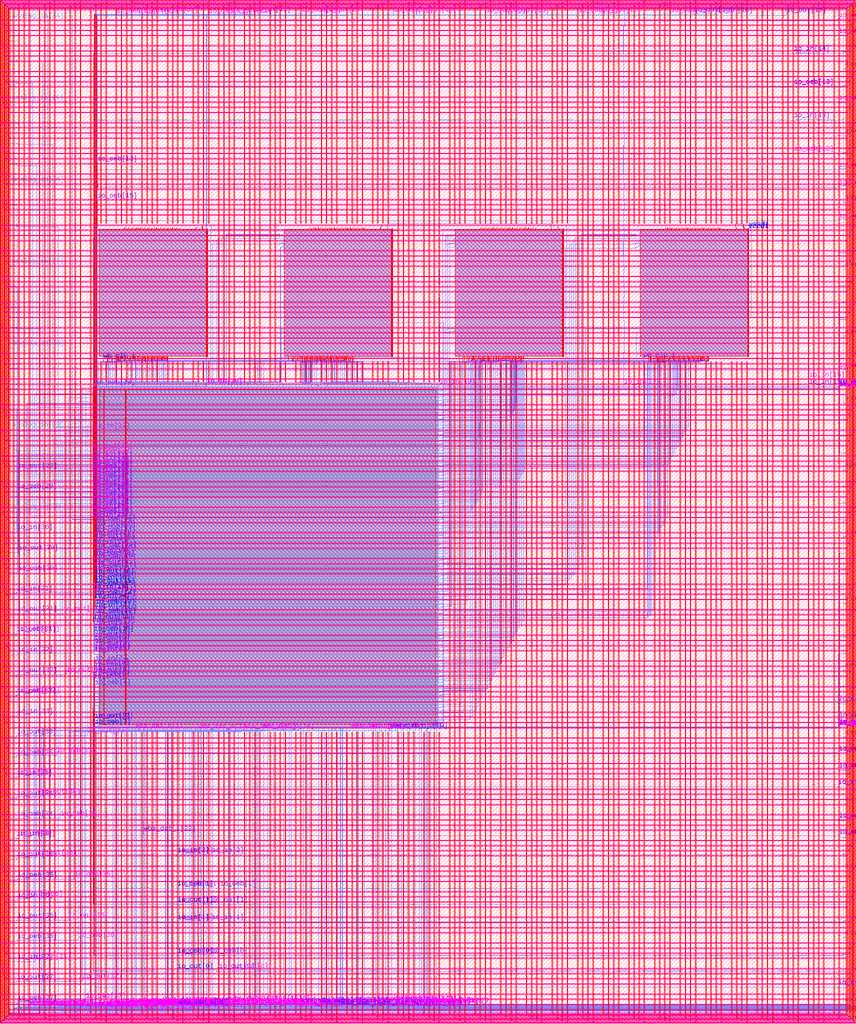
<source format=lef>
VERSION 5.7 ;
  NOWIREEXTENSIONATPIN ON ;
  DIVIDERCHAR "/" ;
  BUSBITCHARS "[]" ;
MACRO user_project_wrapper
  CLASS BLOCK ;
  FOREIGN user_project_wrapper ;
  ORIGIN 0.000 0.000 ;
  SIZE 2920.000 BY 3520.000 ;
  PIN analog_io[0]
    DIRECTION INOUT ;
    PORT
      LAYER met3 ;
        RECT 2917.600 28.980 2924.800 30.180 ;
    END
  END analog_io[0]
  PIN analog_io[10]
    DIRECTION INOUT ;
    PORT
      LAYER met3 ;
        RECT 2917.600 2374.980 2924.800 2376.180 ;
    END
  END analog_io[10]
  PIN analog_io[11]
    DIRECTION INOUT ;
    PORT
      LAYER met3 ;
        RECT 2917.600 2609.580 2924.800 2610.780 ;
    END
  END analog_io[11]
  PIN analog_io[12]
    DIRECTION INOUT ;
    PORT
      LAYER met3 ;
        RECT 2917.600 2844.180 2924.800 2845.380 ;
    END
  END analog_io[12]
  PIN analog_io[13]
    DIRECTION INOUT ;
    PORT
      LAYER met3 ;
        RECT 2917.600 3078.780 2924.800 3079.980 ;
    END
  END analog_io[13]
  PIN analog_io[14]
    DIRECTION INOUT ;
    PORT
      LAYER met3 ;
        RECT 2917.600 3313.380 2924.800 3314.580 ;
    END
  END analog_io[14]
  PIN analog_io[15]
    DIRECTION INOUT ;
    PORT
      LAYER met2 ;
        RECT 2879.090 3517.600 2879.650 3524.800 ;
    END
  END analog_io[15]
  PIN analog_io[16]
    DIRECTION INOUT ;
    PORT
      LAYER met2 ;
        RECT 2554.790 3517.600 2555.350 3524.800 ;
    END
  END analog_io[16]
  PIN analog_io[17]
    DIRECTION INOUT ;
    PORT
      LAYER met2 ;
        RECT 2230.490 3517.600 2231.050 3524.800 ;
    END
  END analog_io[17]
  PIN analog_io[18]
    DIRECTION INOUT ;
    PORT
      LAYER met2 ;
        RECT 1905.730 3517.600 1906.290 3524.800 ;
    END
  END analog_io[18]
  PIN analog_io[19]
    DIRECTION INOUT ;
    PORT
      LAYER met2 ;
        RECT 1581.430 3517.600 1581.990 3524.800 ;
    END
  END analog_io[19]
  PIN analog_io[1]
    DIRECTION INOUT ;
    PORT
      LAYER met3 ;
        RECT 2917.600 263.580 2924.800 264.780 ;
    END
  END analog_io[1]
  PIN analog_io[20]
    DIRECTION INOUT ;
    PORT
      LAYER met2 ;
        RECT 1257.130 3517.600 1257.690 3524.800 ;
    END
  END analog_io[20]
  PIN analog_io[21]
    DIRECTION INOUT ;
    PORT
      LAYER met2 ;
        RECT 932.370 3517.600 932.930 3524.800 ;
    END
  END analog_io[21]
  PIN analog_io[22]
    DIRECTION INOUT ;
    PORT
      LAYER met2 ;
        RECT 608.070 3517.600 608.630 3524.800 ;
    END
  END analog_io[22]
  PIN analog_io[23]
    DIRECTION INOUT ;
    PORT
      LAYER met2 ;
        RECT 283.770 3517.600 284.330 3524.800 ;
    END
  END analog_io[23]
  PIN analog_io[24]
    DIRECTION INOUT ;
    PORT
      LAYER met3 ;
        RECT -4.800 3482.700 2.400 3483.900 ;
    END
  END analog_io[24]
  PIN analog_io[25]
    DIRECTION INOUT ;
    PORT
      LAYER met3 ;
        RECT -4.800 3195.060 2.400 3196.260 ;
    END
  END analog_io[25]
  PIN analog_io[26]
    DIRECTION INOUT ;
    PORT
      LAYER met3 ;
        RECT -4.800 2908.100 2.400 2909.300 ;
    END
  END analog_io[26]
  PIN analog_io[27]
    DIRECTION INOUT ;
    PORT
      LAYER met3 ;
        RECT -4.800 2620.460 2.400 2621.660 ;
    END
  END analog_io[27]
  PIN analog_io[28]
    DIRECTION INOUT ;
    PORT
      LAYER met3 ;
        RECT -4.800 2333.500 2.400 2334.700 ;
    END
  END analog_io[28]
  PIN analog_io[29]
    DIRECTION INOUT ;
    PORT
      LAYER met3 ;
        RECT -4.800 2045.860 2.400 2047.060 ;
    END
  END analog_io[29]
  PIN analog_io[2]
    DIRECTION INOUT ;
    PORT
      LAYER met3 ;
        RECT 2917.600 498.180 2924.800 499.380 ;
    END
  END analog_io[2]
  PIN analog_io[30]
    DIRECTION INOUT ;
    PORT
      LAYER met3 ;
        RECT -4.800 1758.900 2.400 1760.100 ;
    END
  END analog_io[30]
  PIN analog_io[3]
    DIRECTION INOUT ;
    PORT
      LAYER met3 ;
        RECT 2917.600 732.780 2924.800 733.980 ;
    END
  END analog_io[3]
  PIN analog_io[4]
    DIRECTION INOUT ;
    PORT
      LAYER met3 ;
        RECT 2917.600 967.380 2924.800 968.580 ;
    END
  END analog_io[4]
  PIN analog_io[5]
    DIRECTION INOUT ;
    PORT
      LAYER met3 ;
        RECT 2917.600 1201.980 2924.800 1203.180 ;
    END
  END analog_io[5]
  PIN analog_io[6]
    DIRECTION INOUT ;
    PORT
      LAYER met3 ;
        RECT 2917.600 1436.580 2924.800 1437.780 ;
    END
  END analog_io[6]
  PIN analog_io[7]
    DIRECTION INOUT ;
    PORT
      LAYER met3 ;
        RECT 2917.600 1671.180 2924.800 1672.380 ;
    END
  END analog_io[7]
  PIN analog_io[8]
    DIRECTION INOUT ;
    PORT
      LAYER met3 ;
        RECT 2917.600 1905.780 2924.800 1906.980 ;
    END
  END analog_io[8]
  PIN analog_io[9]
    DIRECTION INOUT ;
    PORT
      LAYER met3 ;
        RECT 2917.600 2140.380 2924.800 2141.580 ;
    END
  END analog_io[9]
  PIN io_in[0]
    DIRECTION INPUT ;
    PORT
      LAYER met1 ;
        RECT 288.950 89.660 289.270 89.720 ;
        RECT 2898.990 89.660 2899.310 89.720 ;
        RECT 288.950 89.520 2899.310 89.660 ;
        RECT 288.950 89.460 289.270 89.520 ;
        RECT 2898.990 89.460 2899.310 89.520 ;
      LAYER via ;
        RECT 288.980 89.460 289.240 89.720 ;
        RECT 2899.020 89.460 2899.280 89.720 ;
      LAYER met2 ;
        RECT 288.970 1005.195 289.250 1005.565 ;
        RECT 289.040 89.750 289.180 1005.195 ;
        RECT 288.980 89.430 289.240 89.750 ;
        RECT 2899.020 89.430 2899.280 89.750 ;
        RECT 2899.080 88.245 2899.220 89.430 ;
        RECT 2899.010 87.875 2899.290 88.245 ;
      LAYER via2 ;
        RECT 288.970 1005.240 289.250 1005.520 ;
        RECT 2899.010 87.920 2899.290 88.200 ;
      LAYER met3 ;
        RECT 288.945 1005.530 289.275 1005.545 ;
        RECT 288.945 1005.400 300.380 1005.530 ;
        RECT 288.945 1005.230 304.000 1005.400 ;
        RECT 288.945 1005.215 289.275 1005.230 ;
        RECT 300.000 1004.800 304.000 1005.230 ;
        RECT 2898.985 88.210 2899.315 88.225 ;
        RECT 2917.600 88.210 2924.800 88.660 ;
        RECT 2898.985 87.910 2924.800 88.210 ;
        RECT 2898.985 87.895 2899.315 87.910 ;
        RECT 2917.600 87.460 2924.800 87.910 ;
    END
  END io_in[0]
  PIN io_in[10]
    DIRECTION INPUT ;
    PORT
      LAYER met1 ;
        RECT 290.330 2197.660 290.650 2197.720 ;
        RECT 2903.590 2197.660 2903.910 2197.720 ;
        RECT 290.330 2197.520 2903.910 2197.660 ;
        RECT 290.330 2197.460 290.650 2197.520 ;
        RECT 2903.590 2197.460 2903.910 2197.520 ;
      LAYER via ;
        RECT 290.360 2197.460 290.620 2197.720 ;
        RECT 2903.620 2197.460 2903.880 2197.720 ;
      LAYER met2 ;
        RECT 2903.610 2433.875 2903.890 2434.245 ;
        RECT 2903.680 2197.750 2903.820 2433.875 ;
        RECT 290.360 2197.430 290.620 2197.750 ;
        RECT 2903.620 2197.430 2903.880 2197.750 ;
        RECT 290.420 1321.085 290.560 2197.430 ;
        RECT 290.350 1320.715 290.630 1321.085 ;
      LAYER via2 ;
        RECT 2903.610 2433.920 2903.890 2434.200 ;
        RECT 290.350 1320.760 290.630 1321.040 ;
      LAYER met3 ;
        RECT 2903.585 2434.210 2903.915 2434.225 ;
        RECT 2917.600 2434.210 2924.800 2434.660 ;
        RECT 2903.585 2433.910 2924.800 2434.210 ;
        RECT 2903.585 2433.895 2903.915 2433.910 ;
        RECT 2917.600 2433.460 2924.800 2433.910 ;
        RECT 290.325 1321.050 290.655 1321.065 ;
        RECT 290.325 1320.920 300.380 1321.050 ;
        RECT 290.325 1320.750 304.000 1320.920 ;
        RECT 290.325 1320.735 290.655 1320.750 ;
        RECT 300.000 1320.320 304.000 1320.750 ;
    END
  END io_in[10]
  PIN io_in[11]
    DIRECTION INPUT ;
    PORT
      LAYER met1 ;
        RECT 289.870 2198.000 290.190 2198.060 ;
        RECT 2901.750 2198.000 2902.070 2198.060 ;
        RECT 289.870 2197.860 2902.070 2198.000 ;
        RECT 289.870 2197.800 290.190 2197.860 ;
        RECT 2901.750 2197.800 2902.070 2197.860 ;
      LAYER via ;
        RECT 289.900 2197.800 290.160 2198.060 ;
        RECT 2901.780 2197.800 2902.040 2198.060 ;
      LAYER met2 ;
        RECT 2901.770 2669.155 2902.050 2669.525 ;
        RECT 2901.840 2198.090 2901.980 2669.155 ;
        RECT 289.900 2197.770 290.160 2198.090 ;
        RECT 2901.780 2197.770 2902.040 2198.090 ;
        RECT 289.960 1352.365 290.100 2197.770 ;
        RECT 289.890 1351.995 290.170 1352.365 ;
      LAYER via2 ;
        RECT 2901.770 2669.200 2902.050 2669.480 ;
        RECT 289.890 1352.040 290.170 1352.320 ;
      LAYER met3 ;
        RECT 2901.745 2669.490 2902.075 2669.505 ;
        RECT 2917.600 2669.490 2924.800 2669.940 ;
        RECT 2901.745 2669.190 2924.800 2669.490 ;
        RECT 2901.745 2669.175 2902.075 2669.190 ;
        RECT 2917.600 2668.740 2924.800 2669.190 ;
        RECT 289.865 1352.330 290.195 1352.345 ;
        RECT 289.865 1352.200 300.380 1352.330 ;
        RECT 289.865 1352.030 304.000 1352.200 ;
        RECT 289.865 1352.015 290.195 1352.030 ;
        RECT 300.000 1351.600 304.000 1352.030 ;
    END
  END io_in[11]
  PIN io_in[12]
    DIRECTION INPUT ;
    PORT
      LAYER met1 ;
        RECT 291.710 2898.400 292.030 2898.460 ;
        RECT 2900.830 2898.400 2901.150 2898.460 ;
        RECT 291.710 2898.260 2901.150 2898.400 ;
        RECT 291.710 2898.200 292.030 2898.260 ;
        RECT 2900.830 2898.200 2901.150 2898.260 ;
      LAYER via ;
        RECT 291.740 2898.200 292.000 2898.460 ;
        RECT 2900.860 2898.200 2901.120 2898.460 ;
      LAYER met2 ;
        RECT 2900.850 2903.755 2901.130 2904.125 ;
        RECT 2900.920 2898.490 2901.060 2903.755 ;
        RECT 291.740 2898.170 292.000 2898.490 ;
        RECT 2900.860 2898.170 2901.120 2898.490 ;
        RECT 291.800 1384.325 291.940 2898.170 ;
        RECT 291.730 1383.955 292.010 1384.325 ;
      LAYER via2 ;
        RECT 2900.850 2903.800 2901.130 2904.080 ;
        RECT 291.730 1384.000 292.010 1384.280 ;
      LAYER met3 ;
        RECT 2900.825 2904.090 2901.155 2904.105 ;
        RECT 2917.600 2904.090 2924.800 2904.540 ;
        RECT 2900.825 2903.790 2924.800 2904.090 ;
        RECT 2900.825 2903.775 2901.155 2903.790 ;
        RECT 2917.600 2903.340 2924.800 2903.790 ;
        RECT 291.705 1384.290 292.035 1384.305 ;
        RECT 291.705 1384.160 300.380 1384.290 ;
        RECT 291.705 1383.990 304.000 1384.160 ;
        RECT 291.705 1383.975 292.035 1383.990 ;
        RECT 300.000 1383.560 304.000 1383.990 ;
    END
  END io_in[12]
  PIN io_in[13]
    DIRECTION INPUT ;
    PORT
      LAYER met1 ;
        RECT 2801.470 3135.040 2801.790 3135.100 ;
        RECT 2825.850 3135.040 2826.170 3135.100 ;
        RECT 2801.470 3134.900 2826.170 3135.040 ;
        RECT 2801.470 3134.840 2801.790 3134.900 ;
        RECT 2825.850 3134.840 2826.170 3134.900 ;
        RECT 1449.070 3134.360 1449.390 3134.420 ;
        RECT 1463.330 3134.360 1463.650 3134.420 ;
        RECT 1449.070 3134.220 1463.650 3134.360 ;
        RECT 1449.070 3134.160 1449.390 3134.220 ;
        RECT 1463.330 3134.160 1463.650 3134.220 ;
        RECT 2125.270 3134.360 2125.590 3134.420 ;
        RECT 2139.530 3134.360 2139.850 3134.420 ;
        RECT 2125.270 3134.220 2139.850 3134.360 ;
        RECT 2125.270 3134.160 2125.590 3134.220 ;
        RECT 2139.530 3134.160 2139.850 3134.220 ;
        RECT 2704.870 3134.360 2705.190 3134.420 ;
        RECT 2743.050 3134.360 2743.370 3134.420 ;
        RECT 2704.870 3134.220 2743.370 3134.360 ;
        RECT 2704.870 3134.160 2705.190 3134.220 ;
        RECT 2743.050 3134.160 2743.370 3134.220 ;
      LAYER via ;
        RECT 2801.500 3134.840 2801.760 3135.100 ;
        RECT 2825.880 3134.840 2826.140 3135.100 ;
        RECT 1449.100 3134.160 1449.360 3134.420 ;
        RECT 1463.360 3134.160 1463.620 3134.420 ;
        RECT 2125.300 3134.160 2125.560 3134.420 ;
        RECT 2139.560 3134.160 2139.820 3134.420 ;
        RECT 2704.900 3134.160 2705.160 3134.420 ;
        RECT 2743.080 3134.160 2743.340 3134.420 ;
      LAYER met2 ;
        RECT 2766.530 3135.210 2766.810 3135.325 ;
        RECT 2767.450 3135.210 2767.730 3135.325 ;
        RECT 2766.530 3135.070 2767.730 3135.210 ;
        RECT 2766.530 3134.955 2766.810 3135.070 ;
        RECT 2767.450 3134.955 2767.730 3135.070 ;
        RECT 2801.490 3134.955 2801.770 3135.325 ;
        RECT 2801.500 3134.810 2801.760 3134.955 ;
        RECT 2825.880 3134.810 2826.140 3135.130 ;
        RECT 2825.940 3134.645 2826.080 3134.810 ;
        RECT 1449.090 3134.275 1449.370 3134.645 ;
        RECT 1449.100 3134.130 1449.360 3134.275 ;
        RECT 1463.360 3134.130 1463.620 3134.450 ;
        RECT 2125.290 3134.275 2125.570 3134.645 ;
        RECT 2125.300 3134.130 2125.560 3134.275 ;
        RECT 2139.560 3134.130 2139.820 3134.450 ;
        RECT 2704.890 3134.275 2705.170 3134.645 ;
        RECT 2704.900 3134.130 2705.160 3134.275 ;
        RECT 2743.080 3134.130 2743.340 3134.450 ;
        RECT 2825.870 3134.275 2826.150 3134.645 ;
        RECT 2863.590 3134.530 2863.870 3134.645 ;
        RECT 2863.200 3134.390 2863.870 3134.530 ;
        RECT 1463.420 3133.285 1463.560 3134.130 ;
        RECT 2139.620 3133.285 2139.760 3134.130 ;
        RECT 2743.140 3133.285 2743.280 3134.130 ;
        RECT 2863.200 3133.965 2863.340 3134.390 ;
        RECT 2863.590 3134.275 2863.870 3134.390 ;
        RECT 2863.130 3133.595 2863.410 3133.965 ;
        RECT 1463.350 3132.915 1463.630 3133.285 ;
        RECT 2139.550 3132.915 2139.830 3133.285 ;
        RECT 2743.070 3132.915 2743.350 3133.285 ;
      LAYER via2 ;
        RECT 2766.530 3135.000 2766.810 3135.280 ;
        RECT 2767.450 3135.000 2767.730 3135.280 ;
        RECT 2801.490 3135.000 2801.770 3135.280 ;
        RECT 1449.090 3134.320 1449.370 3134.600 ;
        RECT 2125.290 3134.320 2125.570 3134.600 ;
        RECT 2704.890 3134.320 2705.170 3134.600 ;
        RECT 2825.870 3134.320 2826.150 3134.600 ;
        RECT 2863.590 3134.320 2863.870 3134.600 ;
        RECT 2863.130 3133.640 2863.410 3133.920 ;
        RECT 1463.350 3132.960 1463.630 3133.240 ;
        RECT 2139.550 3132.960 2139.830 3133.240 ;
        RECT 2743.070 3132.960 2743.350 3133.240 ;
      LAYER met3 ;
        RECT 2917.600 3138.690 2924.800 3139.140 ;
        RECT 2916.710 3138.390 2924.800 3138.690 ;
        RECT 2752.910 3135.290 2753.290 3135.300 ;
        RECT 2766.505 3135.290 2766.835 3135.305 ;
        RECT 2752.910 3134.990 2766.835 3135.290 ;
        RECT 2752.910 3134.980 2753.290 3134.990 ;
        RECT 2766.505 3134.975 2766.835 3134.990 ;
        RECT 2767.425 3135.290 2767.755 3135.305 ;
        RECT 2801.465 3135.290 2801.795 3135.305 ;
        RECT 2767.425 3134.990 2801.795 3135.290 ;
        RECT 2767.425 3134.975 2767.755 3134.990 ;
        RECT 2801.465 3134.975 2801.795 3134.990 ;
        RECT 290.070 3134.610 290.450 3134.620 ;
        RECT 1449.065 3134.610 1449.395 3134.625 ;
        RECT 290.070 3134.310 324.450 3134.610 ;
        RECT 290.070 3134.300 290.450 3134.310 ;
        RECT 324.150 3133.930 324.450 3134.310 ;
        RECT 372.910 3134.310 421.050 3134.610 ;
        RECT 324.150 3133.630 372.290 3133.930 ;
        RECT 371.990 3133.250 372.290 3133.630 ;
        RECT 372.910 3133.250 373.210 3134.310 ;
        RECT 420.750 3133.930 421.050 3134.310 ;
        RECT 469.510 3134.310 517.650 3134.610 ;
        RECT 420.750 3133.630 468.890 3133.930 ;
        RECT 371.990 3132.950 373.210 3133.250 ;
        RECT 468.590 3133.250 468.890 3133.630 ;
        RECT 469.510 3133.250 469.810 3134.310 ;
        RECT 517.350 3133.930 517.650 3134.310 ;
        RECT 566.110 3134.310 614.250 3134.610 ;
        RECT 517.350 3133.630 565.490 3133.930 ;
        RECT 468.590 3132.950 469.810 3133.250 ;
        RECT 565.190 3133.250 565.490 3133.630 ;
        RECT 566.110 3133.250 566.410 3134.310 ;
        RECT 613.950 3133.930 614.250 3134.310 ;
        RECT 662.710 3134.310 710.850 3134.610 ;
        RECT 613.950 3133.630 662.090 3133.930 ;
        RECT 565.190 3132.950 566.410 3133.250 ;
        RECT 661.790 3133.250 662.090 3133.630 ;
        RECT 662.710 3133.250 663.010 3134.310 ;
        RECT 710.550 3133.930 710.850 3134.310 ;
        RECT 759.310 3134.310 807.450 3134.610 ;
        RECT 710.550 3133.630 758.690 3133.930 ;
        RECT 661.790 3132.950 663.010 3133.250 ;
        RECT 758.390 3133.250 758.690 3133.630 ;
        RECT 759.310 3133.250 759.610 3134.310 ;
        RECT 807.150 3133.930 807.450 3134.310 ;
        RECT 855.910 3134.310 904.050 3134.610 ;
        RECT 807.150 3133.630 855.290 3133.930 ;
        RECT 758.390 3132.950 759.610 3133.250 ;
        RECT 854.990 3133.250 855.290 3133.630 ;
        RECT 855.910 3133.250 856.210 3134.310 ;
        RECT 903.750 3133.930 904.050 3134.310 ;
        RECT 952.510 3134.310 1000.650 3134.610 ;
        RECT 903.750 3133.630 951.890 3133.930 ;
        RECT 854.990 3132.950 856.210 3133.250 ;
        RECT 951.590 3133.250 951.890 3133.630 ;
        RECT 952.510 3133.250 952.810 3134.310 ;
        RECT 1000.350 3133.930 1000.650 3134.310 ;
        RECT 1049.110 3134.310 1097.250 3134.610 ;
        RECT 1000.350 3133.630 1048.490 3133.930 ;
        RECT 951.590 3132.950 952.810 3133.250 ;
        RECT 1048.190 3133.250 1048.490 3133.630 ;
        RECT 1049.110 3133.250 1049.410 3134.310 ;
        RECT 1096.950 3133.930 1097.250 3134.310 ;
        RECT 1145.710 3134.310 1193.850 3134.610 ;
        RECT 1096.950 3133.630 1145.090 3133.930 ;
        RECT 1048.190 3132.950 1049.410 3133.250 ;
        RECT 1144.790 3133.250 1145.090 3133.630 ;
        RECT 1145.710 3133.250 1146.010 3134.310 ;
        RECT 1193.550 3133.930 1193.850 3134.310 ;
        RECT 1242.310 3134.310 1290.450 3134.610 ;
        RECT 1193.550 3133.630 1241.690 3133.930 ;
        RECT 1144.790 3132.950 1146.010 3133.250 ;
        RECT 1241.390 3133.250 1241.690 3133.630 ;
        RECT 1242.310 3133.250 1242.610 3134.310 ;
        RECT 1290.150 3133.930 1290.450 3134.310 ;
        RECT 1338.910 3134.310 1387.050 3134.610 ;
        RECT 1290.150 3133.630 1338.290 3133.930 ;
        RECT 1241.390 3132.950 1242.610 3133.250 ;
        RECT 1337.990 3133.250 1338.290 3133.630 ;
        RECT 1338.910 3133.250 1339.210 3134.310 ;
        RECT 1386.750 3133.930 1387.050 3134.310 ;
        RECT 1435.510 3134.310 1449.395 3134.610 ;
        RECT 1386.750 3133.630 1434.890 3133.930 ;
        RECT 1337.990 3132.950 1339.210 3133.250 ;
        RECT 1434.590 3133.250 1434.890 3133.630 ;
        RECT 1435.510 3133.250 1435.810 3134.310 ;
        RECT 1449.065 3134.295 1449.395 3134.310 ;
        RECT 1497.110 3134.610 1497.490 3134.620 ;
        RECT 2125.265 3134.610 2125.595 3134.625 ;
        RECT 1497.110 3134.310 1580.250 3134.610 ;
        RECT 1497.110 3134.300 1497.490 3134.310 ;
        RECT 1579.950 3133.930 1580.250 3134.310 ;
        RECT 1628.710 3134.310 1676.850 3134.610 ;
        RECT 1579.950 3133.630 1628.090 3133.930 ;
        RECT 1434.590 3132.950 1435.810 3133.250 ;
        RECT 1463.325 3133.250 1463.655 3133.265 ;
        RECT 1497.110 3133.250 1497.490 3133.260 ;
        RECT 1463.325 3132.950 1497.490 3133.250 ;
        RECT 1627.790 3133.250 1628.090 3133.630 ;
        RECT 1628.710 3133.250 1629.010 3134.310 ;
        RECT 1676.550 3133.930 1676.850 3134.310 ;
        RECT 1725.310 3134.310 1773.450 3134.610 ;
        RECT 1676.550 3133.630 1724.690 3133.930 ;
        RECT 1627.790 3132.950 1629.010 3133.250 ;
        RECT 1724.390 3133.250 1724.690 3133.630 ;
        RECT 1725.310 3133.250 1725.610 3134.310 ;
        RECT 1773.150 3133.930 1773.450 3134.310 ;
        RECT 1821.910 3134.310 1870.050 3134.610 ;
        RECT 1773.150 3133.630 1821.290 3133.930 ;
        RECT 1724.390 3132.950 1725.610 3133.250 ;
        RECT 1820.990 3133.250 1821.290 3133.630 ;
        RECT 1821.910 3133.250 1822.210 3134.310 ;
        RECT 1869.750 3133.930 1870.050 3134.310 ;
        RECT 1918.510 3134.310 1966.650 3134.610 ;
        RECT 1869.750 3133.630 1917.890 3133.930 ;
        RECT 1820.990 3132.950 1822.210 3133.250 ;
        RECT 1917.590 3133.250 1917.890 3133.630 ;
        RECT 1918.510 3133.250 1918.810 3134.310 ;
        RECT 1966.350 3133.930 1966.650 3134.310 ;
        RECT 2015.110 3134.310 2063.250 3134.610 ;
        RECT 1966.350 3133.630 2014.490 3133.930 ;
        RECT 1917.590 3132.950 1918.810 3133.250 ;
        RECT 2014.190 3133.250 2014.490 3133.630 ;
        RECT 2015.110 3133.250 2015.410 3134.310 ;
        RECT 2062.950 3133.930 2063.250 3134.310 ;
        RECT 2111.710 3134.310 2125.595 3134.610 ;
        RECT 2062.950 3133.630 2111.090 3133.930 ;
        RECT 2014.190 3132.950 2015.410 3133.250 ;
        RECT 2110.790 3133.250 2111.090 3133.630 ;
        RECT 2111.710 3133.250 2112.010 3134.310 ;
        RECT 2125.265 3134.295 2125.595 3134.310 ;
        RECT 2173.310 3134.610 2173.690 3134.620 ;
        RECT 2704.865 3134.610 2705.195 3134.625 ;
        RECT 2173.310 3134.310 2256.450 3134.610 ;
        RECT 2173.310 3134.300 2173.690 3134.310 ;
        RECT 2256.150 3133.930 2256.450 3134.310 ;
        RECT 2304.910 3134.310 2353.050 3134.610 ;
        RECT 2256.150 3133.630 2304.290 3133.930 ;
        RECT 2110.790 3132.950 2112.010 3133.250 ;
        RECT 2139.525 3133.250 2139.855 3133.265 ;
        RECT 2173.310 3133.250 2173.690 3133.260 ;
        RECT 2139.525 3132.950 2173.690 3133.250 ;
        RECT 2303.990 3133.250 2304.290 3133.630 ;
        RECT 2304.910 3133.250 2305.210 3134.310 ;
        RECT 2352.750 3133.930 2353.050 3134.310 ;
        RECT 2401.510 3134.310 2449.650 3134.610 ;
        RECT 2352.750 3133.630 2400.890 3133.930 ;
        RECT 2303.990 3132.950 2305.210 3133.250 ;
        RECT 2400.590 3133.250 2400.890 3133.630 ;
        RECT 2401.510 3133.250 2401.810 3134.310 ;
        RECT 2449.350 3133.930 2449.650 3134.310 ;
        RECT 2498.110 3134.310 2546.250 3134.610 ;
        RECT 2449.350 3133.630 2497.490 3133.930 ;
        RECT 2400.590 3132.950 2401.810 3133.250 ;
        RECT 2497.190 3133.250 2497.490 3133.630 ;
        RECT 2498.110 3133.250 2498.410 3134.310 ;
        RECT 2545.950 3133.930 2546.250 3134.310 ;
        RECT 2594.710 3134.310 2642.850 3134.610 ;
        RECT 2545.950 3133.630 2594.090 3133.930 ;
        RECT 2497.190 3132.950 2498.410 3133.250 ;
        RECT 2593.790 3133.250 2594.090 3133.630 ;
        RECT 2594.710 3133.250 2595.010 3134.310 ;
        RECT 2642.550 3133.930 2642.850 3134.310 ;
        RECT 2691.310 3134.310 2705.195 3134.610 ;
        RECT 2642.550 3133.630 2690.690 3133.930 ;
        RECT 2593.790 3132.950 2595.010 3133.250 ;
        RECT 2690.390 3133.250 2690.690 3133.630 ;
        RECT 2691.310 3133.250 2691.610 3134.310 ;
        RECT 2704.865 3134.295 2705.195 3134.310 ;
        RECT 2825.845 3134.610 2826.175 3134.625 ;
        RECT 2863.565 3134.610 2863.895 3134.625 ;
        RECT 2825.845 3134.310 2849.850 3134.610 ;
        RECT 2825.845 3134.295 2826.175 3134.310 ;
        RECT 2849.550 3133.930 2849.850 3134.310 ;
        RECT 2863.565 3134.310 2884.810 3134.610 ;
        RECT 2863.565 3134.295 2863.895 3134.310 ;
        RECT 2863.105 3133.930 2863.435 3133.945 ;
        RECT 2849.550 3133.630 2863.435 3133.930 ;
        RECT 2884.510 3133.930 2884.810 3134.310 ;
        RECT 2916.710 3133.930 2917.010 3138.390 ;
        RECT 2917.600 3137.940 2924.800 3138.390 ;
        RECT 2884.510 3133.630 2917.010 3133.930 ;
        RECT 2863.105 3133.615 2863.435 3133.630 ;
        RECT 2690.390 3132.950 2691.610 3133.250 ;
        RECT 2743.045 3133.250 2743.375 3133.265 ;
        RECT 2752.910 3133.250 2753.290 3133.260 ;
        RECT 2743.045 3132.950 2753.290 3133.250 ;
        RECT 1463.325 3132.935 1463.655 3132.950 ;
        RECT 1497.110 3132.940 1497.490 3132.950 ;
        RECT 2139.525 3132.935 2139.855 3132.950 ;
        RECT 2173.310 3132.940 2173.690 3132.950 ;
        RECT 2743.045 3132.935 2743.375 3132.950 ;
        RECT 2752.910 3132.940 2753.290 3132.950 ;
        RECT 290.070 1415.570 290.450 1415.580 ;
        RECT 290.070 1415.440 300.380 1415.570 ;
        RECT 290.070 1415.270 304.000 1415.440 ;
        RECT 290.070 1415.260 290.450 1415.270 ;
        RECT 300.000 1414.840 304.000 1415.270 ;
      LAYER via3 ;
        RECT 2752.940 3134.980 2753.260 3135.300 ;
        RECT 290.100 3134.300 290.420 3134.620 ;
        RECT 1497.140 3134.300 1497.460 3134.620 ;
        RECT 1497.140 3132.940 1497.460 3133.260 ;
        RECT 2173.340 3134.300 2173.660 3134.620 ;
        RECT 2173.340 3132.940 2173.660 3133.260 ;
        RECT 2752.940 3132.940 2753.260 3133.260 ;
        RECT 290.100 1415.260 290.420 1415.580 ;
      LAYER met4 ;
        RECT 2752.935 3134.975 2753.265 3135.305 ;
        RECT 290.095 3134.295 290.425 3134.625 ;
        RECT 1497.135 3134.295 1497.465 3134.625 ;
        RECT 2173.335 3134.295 2173.665 3134.625 ;
        RECT 290.110 1415.585 290.410 3134.295 ;
        RECT 1497.150 3133.265 1497.450 3134.295 ;
        RECT 2173.350 3133.265 2173.650 3134.295 ;
        RECT 2752.950 3133.265 2753.250 3134.975 ;
        RECT 1497.135 3132.935 1497.465 3133.265 ;
        RECT 2173.335 3132.935 2173.665 3133.265 ;
        RECT 2752.935 3132.935 2753.265 3133.265 ;
        RECT 290.095 1415.255 290.425 1415.585 ;
    END
  END io_in[13]
  PIN io_in[14]
    DIRECTION INPUT ;
    PORT
      LAYER met1 ;
        RECT 2801.470 3369.640 2801.790 3369.700 ;
        RECT 2825.850 3369.640 2826.170 3369.700 ;
        RECT 2801.470 3369.500 2826.170 3369.640 ;
        RECT 2801.470 3369.440 2801.790 3369.500 ;
        RECT 2825.850 3369.440 2826.170 3369.500 ;
        RECT 1449.070 3368.960 1449.390 3369.020 ;
        RECT 1463.330 3368.960 1463.650 3369.020 ;
        RECT 1449.070 3368.820 1463.650 3368.960 ;
        RECT 1449.070 3368.760 1449.390 3368.820 ;
        RECT 1463.330 3368.760 1463.650 3368.820 ;
        RECT 2704.870 3368.960 2705.190 3369.020 ;
        RECT 2743.050 3368.960 2743.370 3369.020 ;
        RECT 2704.870 3368.820 2743.370 3368.960 ;
        RECT 2704.870 3368.760 2705.190 3368.820 ;
        RECT 2743.050 3368.760 2743.370 3368.820 ;
      LAYER via ;
        RECT 2801.500 3369.440 2801.760 3369.700 ;
        RECT 2825.880 3369.440 2826.140 3369.700 ;
        RECT 1449.100 3368.760 1449.360 3369.020 ;
        RECT 1463.360 3368.760 1463.620 3369.020 ;
        RECT 2704.900 3368.760 2705.160 3369.020 ;
        RECT 2743.080 3368.760 2743.340 3369.020 ;
      LAYER met2 ;
        RECT 2766.530 3369.810 2766.810 3369.925 ;
        RECT 2767.450 3369.810 2767.730 3369.925 ;
        RECT 2766.530 3369.670 2767.730 3369.810 ;
        RECT 2766.530 3369.555 2766.810 3369.670 ;
        RECT 2767.450 3369.555 2767.730 3369.670 ;
        RECT 2801.490 3369.555 2801.770 3369.925 ;
        RECT 2801.500 3369.410 2801.760 3369.555 ;
        RECT 2825.880 3369.410 2826.140 3369.730 ;
        RECT 2825.940 3369.245 2826.080 3369.410 ;
        RECT 1449.090 3368.875 1449.370 3369.245 ;
        RECT 1449.100 3368.730 1449.360 3368.875 ;
        RECT 1463.360 3368.730 1463.620 3369.050 ;
        RECT 2704.890 3368.875 2705.170 3369.245 ;
        RECT 2704.900 3368.730 2705.160 3368.875 ;
        RECT 2743.080 3368.730 2743.340 3369.050 ;
        RECT 2825.870 3368.875 2826.150 3369.245 ;
        RECT 2863.590 3369.130 2863.870 3369.245 ;
        RECT 2863.200 3368.990 2863.870 3369.130 ;
        RECT 1463.420 3367.885 1463.560 3368.730 ;
        RECT 2743.140 3367.885 2743.280 3368.730 ;
        RECT 2863.200 3368.565 2863.340 3368.990 ;
        RECT 2863.590 3368.875 2863.870 3368.990 ;
        RECT 2863.130 3368.195 2863.410 3368.565 ;
        RECT 1463.350 3367.515 1463.630 3367.885 ;
        RECT 2743.070 3367.515 2743.350 3367.885 ;
      LAYER via2 ;
        RECT 2766.530 3369.600 2766.810 3369.880 ;
        RECT 2767.450 3369.600 2767.730 3369.880 ;
        RECT 2801.490 3369.600 2801.770 3369.880 ;
        RECT 1449.090 3368.920 1449.370 3369.200 ;
        RECT 2704.890 3368.920 2705.170 3369.200 ;
        RECT 2825.870 3368.920 2826.150 3369.200 ;
        RECT 2863.590 3368.920 2863.870 3369.200 ;
        RECT 2863.130 3368.240 2863.410 3368.520 ;
        RECT 1463.350 3367.560 1463.630 3367.840 ;
        RECT 2743.070 3367.560 2743.350 3367.840 ;
      LAYER met3 ;
        RECT 2917.600 3373.290 2924.800 3373.740 ;
        RECT 2916.710 3372.990 2924.800 3373.290 ;
        RECT 2752.910 3369.890 2753.290 3369.900 ;
        RECT 2766.505 3369.890 2766.835 3369.905 ;
        RECT 2752.910 3369.590 2766.835 3369.890 ;
        RECT 2752.910 3369.580 2753.290 3369.590 ;
        RECT 2766.505 3369.575 2766.835 3369.590 ;
        RECT 2767.425 3369.890 2767.755 3369.905 ;
        RECT 2801.465 3369.890 2801.795 3369.905 ;
        RECT 2767.425 3369.590 2801.795 3369.890 ;
        RECT 2767.425 3369.575 2767.755 3369.590 ;
        RECT 2801.465 3369.575 2801.795 3369.590 ;
        RECT 286.390 3369.210 286.770 3369.220 ;
        RECT 1449.065 3369.210 1449.395 3369.225 ;
        RECT 286.390 3368.910 324.450 3369.210 ;
        RECT 286.390 3368.900 286.770 3368.910 ;
        RECT 324.150 3368.530 324.450 3368.910 ;
        RECT 372.910 3368.910 421.050 3369.210 ;
        RECT 324.150 3368.230 372.290 3368.530 ;
        RECT 371.990 3367.850 372.290 3368.230 ;
        RECT 372.910 3367.850 373.210 3368.910 ;
        RECT 420.750 3368.530 421.050 3368.910 ;
        RECT 469.510 3368.910 517.650 3369.210 ;
        RECT 420.750 3368.230 468.890 3368.530 ;
        RECT 371.990 3367.550 373.210 3367.850 ;
        RECT 468.590 3367.850 468.890 3368.230 ;
        RECT 469.510 3367.850 469.810 3368.910 ;
        RECT 517.350 3368.530 517.650 3368.910 ;
        RECT 566.110 3368.910 614.250 3369.210 ;
        RECT 517.350 3368.230 565.490 3368.530 ;
        RECT 468.590 3367.550 469.810 3367.850 ;
        RECT 565.190 3367.850 565.490 3368.230 ;
        RECT 566.110 3367.850 566.410 3368.910 ;
        RECT 613.950 3368.530 614.250 3368.910 ;
        RECT 662.710 3368.910 710.850 3369.210 ;
        RECT 613.950 3368.230 662.090 3368.530 ;
        RECT 565.190 3367.550 566.410 3367.850 ;
        RECT 661.790 3367.850 662.090 3368.230 ;
        RECT 662.710 3367.850 663.010 3368.910 ;
        RECT 710.550 3368.530 710.850 3368.910 ;
        RECT 759.310 3368.910 807.450 3369.210 ;
        RECT 710.550 3368.230 758.690 3368.530 ;
        RECT 661.790 3367.550 663.010 3367.850 ;
        RECT 758.390 3367.850 758.690 3368.230 ;
        RECT 759.310 3367.850 759.610 3368.910 ;
        RECT 807.150 3368.530 807.450 3368.910 ;
        RECT 855.910 3368.910 904.050 3369.210 ;
        RECT 807.150 3368.230 855.290 3368.530 ;
        RECT 758.390 3367.550 759.610 3367.850 ;
        RECT 854.990 3367.850 855.290 3368.230 ;
        RECT 855.910 3367.850 856.210 3368.910 ;
        RECT 903.750 3368.530 904.050 3368.910 ;
        RECT 952.510 3368.910 1000.650 3369.210 ;
        RECT 903.750 3368.230 951.890 3368.530 ;
        RECT 854.990 3367.550 856.210 3367.850 ;
        RECT 951.590 3367.850 951.890 3368.230 ;
        RECT 952.510 3367.850 952.810 3368.910 ;
        RECT 1000.350 3368.530 1000.650 3368.910 ;
        RECT 1049.110 3368.910 1097.250 3369.210 ;
        RECT 1000.350 3368.230 1048.490 3368.530 ;
        RECT 951.590 3367.550 952.810 3367.850 ;
        RECT 1048.190 3367.850 1048.490 3368.230 ;
        RECT 1049.110 3367.850 1049.410 3368.910 ;
        RECT 1096.950 3368.530 1097.250 3368.910 ;
        RECT 1145.710 3368.910 1193.850 3369.210 ;
        RECT 1096.950 3368.230 1145.090 3368.530 ;
        RECT 1048.190 3367.550 1049.410 3367.850 ;
        RECT 1144.790 3367.850 1145.090 3368.230 ;
        RECT 1145.710 3367.850 1146.010 3368.910 ;
        RECT 1193.550 3368.530 1193.850 3368.910 ;
        RECT 1242.310 3368.910 1290.450 3369.210 ;
        RECT 1193.550 3368.230 1241.690 3368.530 ;
        RECT 1144.790 3367.550 1146.010 3367.850 ;
        RECT 1241.390 3367.850 1241.690 3368.230 ;
        RECT 1242.310 3367.850 1242.610 3368.910 ;
        RECT 1290.150 3368.530 1290.450 3368.910 ;
        RECT 1338.910 3368.910 1387.050 3369.210 ;
        RECT 1290.150 3368.230 1338.290 3368.530 ;
        RECT 1241.390 3367.550 1242.610 3367.850 ;
        RECT 1337.990 3367.850 1338.290 3368.230 ;
        RECT 1338.910 3367.850 1339.210 3368.910 ;
        RECT 1386.750 3368.530 1387.050 3368.910 ;
        RECT 1435.510 3368.910 1449.395 3369.210 ;
        RECT 1386.750 3368.230 1434.890 3368.530 ;
        RECT 1337.990 3367.550 1339.210 3367.850 ;
        RECT 1434.590 3367.850 1434.890 3368.230 ;
        RECT 1435.510 3367.850 1435.810 3368.910 ;
        RECT 1449.065 3368.895 1449.395 3368.910 ;
        RECT 1497.110 3369.210 1497.490 3369.220 ;
        RECT 2704.865 3369.210 2705.195 3369.225 ;
        RECT 1497.110 3368.910 1580.250 3369.210 ;
        RECT 1497.110 3368.900 1497.490 3368.910 ;
        RECT 1579.950 3368.530 1580.250 3368.910 ;
        RECT 1628.710 3368.910 1676.850 3369.210 ;
        RECT 1579.950 3368.230 1628.090 3368.530 ;
        RECT 1434.590 3367.550 1435.810 3367.850 ;
        RECT 1463.325 3367.850 1463.655 3367.865 ;
        RECT 1497.110 3367.850 1497.490 3367.860 ;
        RECT 1463.325 3367.550 1497.490 3367.850 ;
        RECT 1627.790 3367.850 1628.090 3368.230 ;
        RECT 1628.710 3367.850 1629.010 3368.910 ;
        RECT 1676.550 3368.530 1676.850 3368.910 ;
        RECT 1725.310 3368.910 1773.450 3369.210 ;
        RECT 1676.550 3368.230 1724.690 3368.530 ;
        RECT 1627.790 3367.550 1629.010 3367.850 ;
        RECT 1724.390 3367.850 1724.690 3368.230 ;
        RECT 1725.310 3367.850 1725.610 3368.910 ;
        RECT 1773.150 3368.530 1773.450 3368.910 ;
        RECT 1821.910 3368.910 1870.050 3369.210 ;
        RECT 1773.150 3368.230 1821.290 3368.530 ;
        RECT 1724.390 3367.550 1725.610 3367.850 ;
        RECT 1820.990 3367.850 1821.290 3368.230 ;
        RECT 1821.910 3367.850 1822.210 3368.910 ;
        RECT 1869.750 3368.530 1870.050 3368.910 ;
        RECT 1918.510 3368.910 1966.650 3369.210 ;
        RECT 1869.750 3368.230 1917.890 3368.530 ;
        RECT 1820.990 3367.550 1822.210 3367.850 ;
        RECT 1917.590 3367.850 1917.890 3368.230 ;
        RECT 1918.510 3367.850 1918.810 3368.910 ;
        RECT 1966.350 3368.530 1966.650 3368.910 ;
        RECT 2015.110 3368.910 2063.250 3369.210 ;
        RECT 1966.350 3368.230 2014.490 3368.530 ;
        RECT 1917.590 3367.550 1918.810 3367.850 ;
        RECT 2014.190 3367.850 2014.490 3368.230 ;
        RECT 2015.110 3367.850 2015.410 3368.910 ;
        RECT 2062.950 3368.530 2063.250 3368.910 ;
        RECT 2159.550 3368.910 2207.690 3369.210 ;
        RECT 2062.950 3368.230 2111.090 3368.530 ;
        RECT 2014.190 3367.550 2015.410 3367.850 ;
        RECT 2110.790 3367.850 2111.090 3368.230 ;
        RECT 2159.550 3367.850 2159.850 3368.910 ;
        RECT 2110.790 3367.550 2159.850 3367.850 ;
        RECT 2207.390 3367.850 2207.690 3368.910 ;
        RECT 2208.310 3368.910 2256.450 3369.210 ;
        RECT 2208.310 3367.850 2208.610 3368.910 ;
        RECT 2256.150 3368.530 2256.450 3368.910 ;
        RECT 2304.910 3368.910 2353.050 3369.210 ;
        RECT 2256.150 3368.230 2304.290 3368.530 ;
        RECT 2207.390 3367.550 2208.610 3367.850 ;
        RECT 2303.990 3367.850 2304.290 3368.230 ;
        RECT 2304.910 3367.850 2305.210 3368.910 ;
        RECT 2352.750 3368.530 2353.050 3368.910 ;
        RECT 2401.510 3368.910 2449.650 3369.210 ;
        RECT 2352.750 3368.230 2400.890 3368.530 ;
        RECT 2303.990 3367.550 2305.210 3367.850 ;
        RECT 2400.590 3367.850 2400.890 3368.230 ;
        RECT 2401.510 3367.850 2401.810 3368.910 ;
        RECT 2449.350 3368.530 2449.650 3368.910 ;
        RECT 2498.110 3368.910 2546.250 3369.210 ;
        RECT 2449.350 3368.230 2497.490 3368.530 ;
        RECT 2400.590 3367.550 2401.810 3367.850 ;
        RECT 2497.190 3367.850 2497.490 3368.230 ;
        RECT 2498.110 3367.850 2498.410 3368.910 ;
        RECT 2545.950 3368.530 2546.250 3368.910 ;
        RECT 2594.710 3368.910 2642.850 3369.210 ;
        RECT 2545.950 3368.230 2594.090 3368.530 ;
        RECT 2497.190 3367.550 2498.410 3367.850 ;
        RECT 2593.790 3367.850 2594.090 3368.230 ;
        RECT 2594.710 3367.850 2595.010 3368.910 ;
        RECT 2642.550 3368.530 2642.850 3368.910 ;
        RECT 2691.310 3368.910 2705.195 3369.210 ;
        RECT 2642.550 3368.230 2690.690 3368.530 ;
        RECT 2593.790 3367.550 2595.010 3367.850 ;
        RECT 2690.390 3367.850 2690.690 3368.230 ;
        RECT 2691.310 3367.850 2691.610 3368.910 ;
        RECT 2704.865 3368.895 2705.195 3368.910 ;
        RECT 2825.845 3369.210 2826.175 3369.225 ;
        RECT 2863.565 3369.210 2863.895 3369.225 ;
        RECT 2825.845 3368.910 2849.850 3369.210 ;
        RECT 2825.845 3368.895 2826.175 3368.910 ;
        RECT 2849.550 3368.530 2849.850 3368.910 ;
        RECT 2863.565 3368.910 2884.810 3369.210 ;
        RECT 2863.565 3368.895 2863.895 3368.910 ;
        RECT 2863.105 3368.530 2863.435 3368.545 ;
        RECT 2849.550 3368.230 2863.435 3368.530 ;
        RECT 2884.510 3368.530 2884.810 3368.910 ;
        RECT 2916.710 3368.530 2917.010 3372.990 ;
        RECT 2917.600 3372.540 2924.800 3372.990 ;
        RECT 2884.510 3368.230 2917.010 3368.530 ;
        RECT 2863.105 3368.215 2863.435 3368.230 ;
        RECT 2690.390 3367.550 2691.610 3367.850 ;
        RECT 2743.045 3367.850 2743.375 3367.865 ;
        RECT 2752.910 3367.850 2753.290 3367.860 ;
        RECT 2743.045 3367.550 2753.290 3367.850 ;
        RECT 1463.325 3367.535 1463.655 3367.550 ;
        RECT 1497.110 3367.540 1497.490 3367.550 ;
        RECT 2743.045 3367.535 2743.375 3367.550 ;
        RECT 2752.910 3367.540 2753.290 3367.550 ;
        RECT 286.390 1447.530 286.770 1447.540 ;
        RECT 286.390 1447.400 300.380 1447.530 ;
        RECT 286.390 1447.230 304.000 1447.400 ;
        RECT 286.390 1447.220 286.770 1447.230 ;
        RECT 300.000 1446.800 304.000 1447.230 ;
      LAYER via3 ;
        RECT 2752.940 3369.580 2753.260 3369.900 ;
        RECT 286.420 3368.900 286.740 3369.220 ;
        RECT 1497.140 3368.900 1497.460 3369.220 ;
        RECT 1497.140 3367.540 1497.460 3367.860 ;
        RECT 2752.940 3367.540 2753.260 3367.860 ;
        RECT 286.420 1447.220 286.740 1447.540 ;
      LAYER met4 ;
        RECT 2752.935 3369.575 2753.265 3369.905 ;
        RECT 286.415 3368.895 286.745 3369.225 ;
        RECT 1497.135 3368.895 1497.465 3369.225 ;
        RECT 286.430 1447.545 286.730 3368.895 ;
        RECT 1497.150 3367.865 1497.450 3368.895 ;
        RECT 2752.950 3367.865 2753.250 3369.575 ;
        RECT 1497.135 3367.535 1497.465 3367.865 ;
        RECT 2752.935 3367.535 2753.265 3367.865 ;
        RECT 286.415 1447.215 286.745 1447.545 ;
    END
  END io_in[14]
  PIN io_in[15]
    DIRECTION INPUT ;
    PORT
      LAYER met1 ;
        RECT 2795.490 3443.080 2795.810 3443.140 ;
        RECT 2798.250 3443.080 2798.570 3443.140 ;
        RECT 2795.490 3442.940 2798.570 3443.080 ;
        RECT 2795.490 3442.880 2795.810 3442.940 ;
        RECT 2798.250 3442.880 2798.570 3442.940 ;
        RECT 2795.030 3422.340 2795.350 3422.400 ;
        RECT 2795.490 3422.340 2795.810 3422.400 ;
        RECT 2795.030 3422.200 2795.810 3422.340 ;
        RECT 2795.030 3422.140 2795.350 3422.200 ;
        RECT 2795.490 3422.140 2795.810 3422.200 ;
        RECT 2795.490 3394.940 2795.810 3395.200 ;
        RECT 2795.580 3394.520 2795.720 3394.940 ;
        RECT 2795.490 3394.260 2795.810 3394.520 ;
        RECT 2795.490 3332.920 2795.810 3332.980 ;
        RECT 2796.870 3332.920 2797.190 3332.980 ;
        RECT 2795.490 3332.780 2797.190 3332.920 ;
        RECT 2795.490 3332.720 2795.810 3332.780 ;
        RECT 2796.870 3332.720 2797.190 3332.780 ;
        RECT 2795.490 3308.780 2795.810 3308.840 ;
        RECT 2796.870 3308.780 2797.190 3308.840 ;
        RECT 2795.490 3308.640 2797.190 3308.780 ;
        RECT 2795.490 3308.580 2795.810 3308.640 ;
        RECT 2796.870 3308.580 2797.190 3308.640 ;
        RECT 2795.490 3284.640 2795.810 3284.700 ;
        RECT 2795.950 3284.640 2796.270 3284.700 ;
        RECT 2795.490 3284.500 2796.270 3284.640 ;
        RECT 2795.490 3284.440 2795.810 3284.500 ;
        RECT 2795.950 3284.440 2796.270 3284.500 ;
        RECT 2795.490 3236.360 2795.810 3236.420 ;
        RECT 2795.950 3236.360 2796.270 3236.420 ;
        RECT 2795.490 3236.220 2796.270 3236.360 ;
        RECT 2795.490 3236.160 2795.810 3236.220 ;
        RECT 2795.950 3236.160 2796.270 3236.220 ;
        RECT 2795.490 3202.020 2795.810 3202.080 ;
        RECT 2795.950 3202.020 2796.270 3202.080 ;
        RECT 2795.490 3201.880 2796.270 3202.020 ;
        RECT 2795.490 3201.820 2795.810 3201.880 ;
        RECT 2795.950 3201.820 2796.270 3201.880 ;
        RECT 2795.030 3153.400 2795.350 3153.460 ;
        RECT 2795.950 3153.400 2796.270 3153.460 ;
        RECT 2795.030 3153.260 2796.270 3153.400 ;
        RECT 2795.030 3153.200 2795.350 3153.260 ;
        RECT 2795.950 3153.200 2796.270 3153.260 ;
        RECT 2795.950 3091.180 2796.270 3091.240 ;
        RECT 2796.870 3091.180 2797.190 3091.240 ;
        RECT 2795.950 3091.040 2797.190 3091.180 ;
        RECT 2795.950 3090.980 2796.270 3091.040 ;
        RECT 2796.870 3090.980 2797.190 3091.040 ;
        RECT 2795.490 3042.900 2795.810 3042.960 ;
        RECT 2797.330 3042.900 2797.650 3042.960 ;
        RECT 2795.490 3042.760 2797.650 3042.900 ;
        RECT 2795.490 3042.700 2795.810 3042.760 ;
        RECT 2797.330 3042.700 2797.650 3042.760 ;
        RECT 2795.950 2987.820 2796.270 2987.880 ;
        RECT 2796.870 2987.820 2797.190 2987.880 ;
        RECT 2795.950 2987.680 2797.190 2987.820 ;
        RECT 2795.950 2987.620 2796.270 2987.680 ;
        RECT 2796.870 2987.620 2797.190 2987.680 ;
        RECT 2795.950 2946.680 2796.270 2946.740 ;
        RECT 2796.870 2946.680 2797.190 2946.740 ;
        RECT 2795.950 2946.540 2797.190 2946.680 ;
        RECT 2795.950 2946.480 2796.270 2946.540 ;
        RECT 2796.870 2946.480 2797.190 2946.540 ;
        RECT 2796.870 2912.340 2797.190 2912.400 ;
        RECT 2796.500 2912.200 2797.190 2912.340 ;
        RECT 2796.500 2911.720 2796.640 2912.200 ;
        RECT 2796.870 2912.140 2797.190 2912.200 ;
        RECT 2796.410 2911.460 2796.730 2911.720 ;
        RECT 2795.030 2815.580 2795.350 2815.840 ;
        RECT 2795.120 2815.160 2795.260 2815.580 ;
        RECT 2795.030 2814.900 2795.350 2815.160 ;
        RECT 2794.570 2767.160 2794.890 2767.220 ;
        RECT 2794.570 2767.020 2795.260 2767.160 ;
        RECT 2794.570 2766.960 2794.890 2767.020 ;
        RECT 2795.120 2766.880 2795.260 2767.020 ;
        RECT 2795.030 2766.620 2795.350 2766.880 ;
        RECT 2794.570 2753.220 2794.890 2753.280 ;
        RECT 2795.030 2753.220 2795.350 2753.280 ;
        RECT 2794.570 2753.080 2795.350 2753.220 ;
        RECT 2794.570 2753.020 2794.890 2753.080 ;
        RECT 2795.030 2753.020 2795.350 2753.080 ;
        RECT 2794.570 2718.680 2794.890 2718.940 ;
        RECT 2794.660 2718.200 2794.800 2718.680 ;
        RECT 2795.030 2718.200 2795.350 2718.260 ;
        RECT 2794.660 2718.060 2795.350 2718.200 ;
        RECT 2795.030 2718.000 2795.350 2718.060 ;
        RECT 2795.030 2670.260 2795.350 2670.320 ;
        RECT 2795.950 2670.260 2796.270 2670.320 ;
        RECT 2795.030 2670.120 2796.270 2670.260 ;
        RECT 2795.030 2670.060 2795.350 2670.120 ;
        RECT 2795.950 2670.060 2796.270 2670.120 ;
        RECT 2795.950 2622.120 2796.270 2622.380 ;
        RECT 2796.040 2621.980 2796.180 2622.120 ;
        RECT 2796.410 2621.980 2796.730 2622.040 ;
        RECT 2796.040 2621.840 2796.730 2621.980 ;
        RECT 2796.410 2621.780 2796.730 2621.840 ;
        RECT 2795.490 2560.100 2795.810 2560.160 ;
        RECT 2796.870 2560.100 2797.190 2560.160 ;
        RECT 2795.490 2559.960 2797.190 2560.100 ;
        RECT 2795.490 2559.900 2795.810 2559.960 ;
        RECT 2796.870 2559.900 2797.190 2559.960 ;
        RECT 2795.950 2511.820 2796.270 2511.880 ;
        RECT 2796.870 2511.820 2797.190 2511.880 ;
        RECT 2795.950 2511.680 2797.190 2511.820 ;
        RECT 2795.950 2511.620 2796.270 2511.680 ;
        RECT 2796.870 2511.620 2797.190 2511.680 ;
        RECT 2795.490 2463.200 2795.810 2463.260 ;
        RECT 2795.950 2463.200 2796.270 2463.260 ;
        RECT 2795.490 2463.060 2796.270 2463.200 ;
        RECT 2795.490 2463.000 2795.810 2463.060 ;
        RECT 2795.950 2463.000 2796.270 2463.060 ;
        RECT 2795.490 2428.860 2795.810 2428.920 ;
        RECT 2795.950 2428.860 2796.270 2428.920 ;
        RECT 2795.490 2428.720 2796.270 2428.860 ;
        RECT 2795.490 2428.660 2795.810 2428.720 ;
        RECT 2795.950 2428.660 2796.270 2428.720 ;
        RECT 2795.030 2380.580 2795.350 2380.640 ;
        RECT 2795.950 2380.580 2796.270 2380.640 ;
        RECT 2795.030 2380.440 2796.270 2380.580 ;
        RECT 2795.030 2380.380 2795.350 2380.440 ;
        RECT 2795.950 2380.380 2796.270 2380.440 ;
        RECT 2795.490 2366.640 2795.810 2366.700 ;
        RECT 2795.950 2366.640 2796.270 2366.700 ;
        RECT 2795.490 2366.500 2796.270 2366.640 ;
        RECT 2795.490 2366.440 2795.810 2366.500 ;
        RECT 2795.950 2366.440 2796.270 2366.500 ;
        RECT 2795.950 2332.300 2796.270 2332.360 ;
        RECT 2795.580 2332.160 2796.270 2332.300 ;
        RECT 2795.580 2332.020 2795.720 2332.160 ;
        RECT 2795.950 2332.100 2796.270 2332.160 ;
        RECT 2795.490 2331.760 2795.810 2332.020 ;
        RECT 2795.030 2284.020 2795.350 2284.080 ;
        RECT 2795.950 2284.020 2796.270 2284.080 ;
        RECT 2795.030 2283.880 2796.270 2284.020 ;
        RECT 2795.030 2283.820 2795.350 2283.880 ;
        RECT 2795.950 2283.820 2796.270 2283.880 ;
        RECT 2795.950 2235.880 2796.270 2236.140 ;
        RECT 2796.040 2235.460 2796.180 2235.880 ;
        RECT 2795.950 2235.200 2796.270 2235.460 ;
        RECT 2795.490 2222.140 2795.810 2222.200 ;
        RECT 2795.950 2222.140 2796.270 2222.200 ;
        RECT 2795.490 2222.000 2796.270 2222.140 ;
        RECT 2795.490 2221.940 2795.810 2222.000 ;
        RECT 2795.950 2221.940 2796.270 2222.000 ;
      LAYER via ;
        RECT 2795.520 3442.880 2795.780 3443.140 ;
        RECT 2798.280 3442.880 2798.540 3443.140 ;
        RECT 2795.060 3422.140 2795.320 3422.400 ;
        RECT 2795.520 3422.140 2795.780 3422.400 ;
        RECT 2795.520 3394.940 2795.780 3395.200 ;
        RECT 2795.520 3394.260 2795.780 3394.520 ;
        RECT 2795.520 3332.720 2795.780 3332.980 ;
        RECT 2796.900 3332.720 2797.160 3332.980 ;
        RECT 2795.520 3308.580 2795.780 3308.840 ;
        RECT 2796.900 3308.580 2797.160 3308.840 ;
        RECT 2795.520 3284.440 2795.780 3284.700 ;
        RECT 2795.980 3284.440 2796.240 3284.700 ;
        RECT 2795.520 3236.160 2795.780 3236.420 ;
        RECT 2795.980 3236.160 2796.240 3236.420 ;
        RECT 2795.520 3201.820 2795.780 3202.080 ;
        RECT 2795.980 3201.820 2796.240 3202.080 ;
        RECT 2795.060 3153.200 2795.320 3153.460 ;
        RECT 2795.980 3153.200 2796.240 3153.460 ;
        RECT 2795.980 3090.980 2796.240 3091.240 ;
        RECT 2796.900 3090.980 2797.160 3091.240 ;
        RECT 2795.520 3042.700 2795.780 3042.960 ;
        RECT 2797.360 3042.700 2797.620 3042.960 ;
        RECT 2795.980 2987.620 2796.240 2987.880 ;
        RECT 2796.900 2987.620 2797.160 2987.880 ;
        RECT 2795.980 2946.480 2796.240 2946.740 ;
        RECT 2796.900 2946.480 2797.160 2946.740 ;
        RECT 2796.900 2912.140 2797.160 2912.400 ;
        RECT 2796.440 2911.460 2796.700 2911.720 ;
        RECT 2795.060 2815.580 2795.320 2815.840 ;
        RECT 2795.060 2814.900 2795.320 2815.160 ;
        RECT 2794.600 2766.960 2794.860 2767.220 ;
        RECT 2795.060 2766.620 2795.320 2766.880 ;
        RECT 2794.600 2753.020 2794.860 2753.280 ;
        RECT 2795.060 2753.020 2795.320 2753.280 ;
        RECT 2794.600 2718.680 2794.860 2718.940 ;
        RECT 2795.060 2718.000 2795.320 2718.260 ;
        RECT 2795.060 2670.060 2795.320 2670.320 ;
        RECT 2795.980 2670.060 2796.240 2670.320 ;
        RECT 2795.980 2622.120 2796.240 2622.380 ;
        RECT 2796.440 2621.780 2796.700 2622.040 ;
        RECT 2795.520 2559.900 2795.780 2560.160 ;
        RECT 2796.900 2559.900 2797.160 2560.160 ;
        RECT 2795.980 2511.620 2796.240 2511.880 ;
        RECT 2796.900 2511.620 2797.160 2511.880 ;
        RECT 2795.520 2463.000 2795.780 2463.260 ;
        RECT 2795.980 2463.000 2796.240 2463.260 ;
        RECT 2795.520 2428.660 2795.780 2428.920 ;
        RECT 2795.980 2428.660 2796.240 2428.920 ;
        RECT 2795.060 2380.380 2795.320 2380.640 ;
        RECT 2795.980 2380.380 2796.240 2380.640 ;
        RECT 2795.520 2366.440 2795.780 2366.700 ;
        RECT 2795.980 2366.440 2796.240 2366.700 ;
        RECT 2795.980 2332.100 2796.240 2332.360 ;
        RECT 2795.520 2331.760 2795.780 2332.020 ;
        RECT 2795.060 2283.820 2795.320 2284.080 ;
        RECT 2795.980 2283.820 2796.240 2284.080 ;
        RECT 2795.980 2235.880 2796.240 2236.140 ;
        RECT 2795.980 2235.200 2796.240 2235.460 ;
        RECT 2795.520 2221.940 2795.780 2222.200 ;
        RECT 2795.980 2221.940 2796.240 2222.200 ;
      LAYER met2 ;
        RECT 2798.130 3517.600 2798.690 3524.800 ;
        RECT 2798.340 3443.170 2798.480 3517.600 ;
        RECT 2795.520 3442.850 2795.780 3443.170 ;
        RECT 2798.280 3442.850 2798.540 3443.170 ;
        RECT 2795.580 3429.650 2795.720 3442.850 ;
        RECT 2795.120 3429.510 2795.720 3429.650 ;
        RECT 2795.120 3422.430 2795.260 3429.510 ;
        RECT 2795.060 3422.110 2795.320 3422.430 ;
        RECT 2795.520 3422.110 2795.780 3422.430 ;
        RECT 2795.580 3395.230 2795.720 3422.110 ;
        RECT 2795.520 3394.910 2795.780 3395.230 ;
        RECT 2795.520 3394.230 2795.780 3394.550 ;
        RECT 2795.580 3333.010 2795.720 3394.230 ;
        RECT 2795.520 3332.690 2795.780 3333.010 ;
        RECT 2796.900 3332.690 2797.160 3333.010 ;
        RECT 2796.960 3308.870 2797.100 3332.690 ;
        RECT 2795.520 3308.550 2795.780 3308.870 ;
        RECT 2796.900 3308.550 2797.160 3308.870 ;
        RECT 2795.580 3284.730 2795.720 3308.550 ;
        RECT 2795.520 3284.410 2795.780 3284.730 ;
        RECT 2795.980 3284.410 2796.240 3284.730 ;
        RECT 2796.040 3236.450 2796.180 3284.410 ;
        RECT 2795.520 3236.130 2795.780 3236.450 ;
        RECT 2795.980 3236.130 2796.240 3236.450 ;
        RECT 2795.580 3202.110 2795.720 3236.130 ;
        RECT 2795.520 3201.790 2795.780 3202.110 ;
        RECT 2795.980 3201.790 2796.240 3202.110 ;
        RECT 2796.040 3153.490 2796.180 3201.790 ;
        RECT 2795.060 3153.170 2795.320 3153.490 ;
        RECT 2795.980 3153.170 2796.240 3153.490 ;
        RECT 2795.120 3152.890 2795.260 3153.170 ;
        RECT 2795.120 3152.750 2795.720 3152.890 ;
        RECT 2795.580 3105.290 2795.720 3152.750 ;
        RECT 2795.580 3105.150 2796.180 3105.290 ;
        RECT 2796.040 3091.270 2796.180 3105.150 ;
        RECT 2795.980 3090.950 2796.240 3091.270 ;
        RECT 2796.900 3090.950 2797.160 3091.270 ;
        RECT 2796.960 3043.525 2797.100 3090.950 ;
        RECT 2795.510 3043.155 2795.790 3043.525 ;
        RECT 2796.890 3043.155 2797.170 3043.525 ;
        RECT 2795.580 3042.990 2795.720 3043.155 ;
        RECT 2795.520 3042.670 2795.780 3042.990 ;
        RECT 2797.360 3042.670 2797.620 3042.990 ;
        RECT 2797.420 3035.930 2797.560 3042.670 ;
        RECT 2796.960 3035.790 2797.560 3035.930 ;
        RECT 2796.960 2987.910 2797.100 3035.790 ;
        RECT 2795.980 2987.590 2796.240 2987.910 ;
        RECT 2796.900 2987.590 2797.160 2987.910 ;
        RECT 2796.040 2946.770 2796.180 2987.590 ;
        RECT 2795.980 2946.450 2796.240 2946.770 ;
        RECT 2796.900 2946.450 2797.160 2946.770 ;
        RECT 2796.960 2912.430 2797.100 2946.450 ;
        RECT 2796.900 2912.110 2797.160 2912.430 ;
        RECT 2796.440 2911.430 2796.700 2911.750 ;
        RECT 2796.500 2863.210 2796.640 2911.430 ;
        RECT 2795.580 2863.070 2796.640 2863.210 ;
        RECT 2795.580 2849.610 2795.720 2863.070 ;
        RECT 2795.120 2849.470 2795.720 2849.610 ;
        RECT 2795.120 2815.870 2795.260 2849.470 ;
        RECT 2795.060 2815.550 2795.320 2815.870 ;
        RECT 2795.060 2814.870 2795.320 2815.190 ;
        RECT 2795.120 2801.330 2795.260 2814.870 ;
        RECT 2794.660 2801.190 2795.260 2801.330 ;
        RECT 2794.660 2767.250 2794.800 2801.190 ;
        RECT 2794.600 2766.930 2794.860 2767.250 ;
        RECT 2795.060 2766.590 2795.320 2766.910 ;
        RECT 2795.120 2753.310 2795.260 2766.590 ;
        RECT 2794.600 2752.990 2794.860 2753.310 ;
        RECT 2795.060 2752.990 2795.320 2753.310 ;
        RECT 2794.660 2718.970 2794.800 2752.990 ;
        RECT 2794.600 2718.650 2794.860 2718.970 ;
        RECT 2795.060 2717.970 2795.320 2718.290 ;
        RECT 2795.120 2670.350 2795.260 2717.970 ;
        RECT 2795.060 2670.030 2795.320 2670.350 ;
        RECT 2795.980 2670.030 2796.240 2670.350 ;
        RECT 2796.040 2622.410 2796.180 2670.030 ;
        RECT 2795.980 2622.090 2796.240 2622.410 ;
        RECT 2796.440 2621.750 2796.700 2622.070 ;
        RECT 2796.500 2608.325 2796.640 2621.750 ;
        RECT 2795.510 2607.955 2795.790 2608.325 ;
        RECT 2796.430 2607.955 2796.710 2608.325 ;
        RECT 2795.580 2560.190 2795.720 2607.955 ;
        RECT 2795.520 2559.870 2795.780 2560.190 ;
        RECT 2796.900 2559.870 2797.160 2560.190 ;
        RECT 2796.960 2511.910 2797.100 2559.870 ;
        RECT 2795.980 2511.590 2796.240 2511.910 ;
        RECT 2796.900 2511.590 2797.160 2511.910 ;
        RECT 2796.040 2464.165 2796.180 2511.590 ;
        RECT 2795.970 2463.795 2796.250 2464.165 ;
        RECT 2795.510 2463.115 2795.790 2463.485 ;
        RECT 2795.520 2462.970 2795.780 2463.115 ;
        RECT 2795.980 2462.970 2796.240 2463.290 ;
        RECT 2796.040 2428.950 2796.180 2462.970 ;
        RECT 2795.520 2428.630 2795.780 2428.950 ;
        RECT 2795.980 2428.630 2796.240 2428.950 ;
        RECT 2795.580 2415.090 2795.720 2428.630 ;
        RECT 2795.580 2414.950 2796.180 2415.090 ;
        RECT 2796.040 2380.670 2796.180 2414.950 ;
        RECT 2795.060 2380.410 2795.320 2380.670 ;
        RECT 2795.060 2380.350 2795.720 2380.410 ;
        RECT 2795.980 2380.350 2796.240 2380.670 ;
        RECT 2795.120 2380.270 2795.720 2380.350 ;
        RECT 2795.580 2366.730 2795.720 2380.270 ;
        RECT 2795.520 2366.410 2795.780 2366.730 ;
        RECT 2795.980 2366.410 2796.240 2366.730 ;
        RECT 2796.040 2332.390 2796.180 2366.410 ;
        RECT 2795.980 2332.070 2796.240 2332.390 ;
        RECT 2795.520 2331.730 2795.780 2332.050 ;
        RECT 2795.580 2318.530 2795.720 2331.730 ;
        RECT 2795.580 2318.390 2796.180 2318.530 ;
        RECT 2796.040 2284.110 2796.180 2318.390 ;
        RECT 2795.060 2283.850 2795.320 2284.110 ;
        RECT 2795.980 2283.850 2796.240 2284.110 ;
        RECT 2795.060 2283.790 2796.240 2283.850 ;
        RECT 2795.120 2283.710 2796.180 2283.790 ;
        RECT 2796.040 2236.170 2796.180 2283.710 ;
        RECT 2795.980 2235.850 2796.240 2236.170 ;
        RECT 2795.980 2235.170 2796.240 2235.490 ;
        RECT 2796.040 2222.230 2796.180 2235.170 ;
        RECT 2795.520 2221.910 2795.780 2222.230 ;
        RECT 2795.980 2221.910 2796.240 2222.230 ;
        RECT 2795.580 2198.285 2795.720 2221.910 ;
        RECT 2795.510 2197.915 2795.790 2198.285 ;
      LAYER via2 ;
        RECT 2795.510 3043.200 2795.790 3043.480 ;
        RECT 2796.890 3043.200 2797.170 3043.480 ;
        RECT 2795.510 2608.000 2795.790 2608.280 ;
        RECT 2796.430 2608.000 2796.710 2608.280 ;
        RECT 2795.970 2463.840 2796.250 2464.120 ;
        RECT 2795.510 2463.160 2795.790 2463.440 ;
        RECT 2795.510 2197.960 2795.790 2198.240 ;
      LAYER met3 ;
        RECT 2795.485 3043.490 2795.815 3043.505 ;
        RECT 2796.865 3043.490 2797.195 3043.505 ;
        RECT 2795.485 3043.190 2797.195 3043.490 ;
        RECT 2795.485 3043.175 2795.815 3043.190 ;
        RECT 2796.865 3043.175 2797.195 3043.190 ;
        RECT 2795.485 2608.290 2795.815 2608.305 ;
        RECT 2796.405 2608.290 2796.735 2608.305 ;
        RECT 2795.485 2607.990 2796.735 2608.290 ;
        RECT 2795.485 2607.975 2795.815 2607.990 ;
        RECT 2796.405 2607.975 2796.735 2607.990 ;
        RECT 2795.945 2464.130 2796.275 2464.145 ;
        RECT 2795.270 2463.830 2796.275 2464.130 ;
        RECT 2795.270 2463.465 2795.570 2463.830 ;
        RECT 2795.945 2463.815 2796.275 2463.830 ;
        RECT 2795.270 2463.150 2795.815 2463.465 ;
        RECT 2795.485 2463.135 2795.815 2463.150 ;
        RECT 284.550 2198.250 284.930 2198.260 ;
        RECT 2795.485 2198.250 2795.815 2198.265 ;
        RECT 284.550 2197.950 2795.815 2198.250 ;
        RECT 284.550 2197.940 284.930 2197.950 ;
        RECT 2795.485 2197.935 2795.815 2197.950 ;
        RECT 284.550 1478.810 284.930 1478.820 ;
        RECT 284.550 1478.680 300.380 1478.810 ;
        RECT 284.550 1478.510 304.000 1478.680 ;
        RECT 284.550 1478.500 284.930 1478.510 ;
        RECT 300.000 1478.080 304.000 1478.510 ;
      LAYER via3 ;
        RECT 284.580 2197.940 284.900 2198.260 ;
        RECT 284.580 1478.500 284.900 1478.820 ;
      LAYER met4 ;
        RECT 284.575 2197.935 284.905 2198.265 ;
        RECT 284.590 1478.825 284.890 2197.935 ;
        RECT 284.575 1478.495 284.905 1478.825 ;
    END
  END io_in[15]
  PIN io_in[16]
    DIRECTION INPUT ;
    PORT
      LAYER met2 ;
        RECT 2473.830 3517.600 2474.390 3524.800 ;
        RECT 2474.040 3503.205 2474.180 3517.600 ;
        RECT 2473.970 3502.835 2474.250 3503.205 ;
      LAYER via2 ;
        RECT 2473.970 3502.880 2474.250 3503.160 ;
      LAYER met3 ;
        RECT 288.230 3503.170 288.610 3503.180 ;
        RECT 2473.945 3503.170 2474.275 3503.185 ;
        RECT 288.230 3502.870 2474.275 3503.170 ;
        RECT 288.230 3502.860 288.610 3502.870 ;
        RECT 2473.945 3502.855 2474.275 3502.870 ;
        RECT 288.230 1510.770 288.610 1510.780 ;
        RECT 288.230 1510.640 300.380 1510.770 ;
        RECT 288.230 1510.470 304.000 1510.640 ;
        RECT 288.230 1510.460 288.610 1510.470 ;
        RECT 300.000 1510.040 304.000 1510.470 ;
      LAYER via3 ;
        RECT 288.260 3502.860 288.580 3503.180 ;
        RECT 288.260 1510.460 288.580 1510.780 ;
      LAYER met4 ;
        RECT 288.255 3502.855 288.585 3503.185 ;
        RECT 288.270 1510.785 288.570 3502.855 ;
        RECT 288.255 1510.455 288.585 1510.785 ;
    END
  END io_in[16]
  PIN io_in[17]
    DIRECTION INPUT ;
    PORT
      LAYER met1 ;
        RECT 2145.970 3464.160 2146.290 3464.220 ;
        RECT 2149.650 3464.160 2149.970 3464.220 ;
        RECT 2145.970 3464.020 2149.970 3464.160 ;
        RECT 2145.970 3463.960 2146.290 3464.020 ;
        RECT 2149.650 3463.960 2149.970 3464.020 ;
        RECT 2145.970 3367.260 2146.290 3367.320 ;
        RECT 2147.350 3367.260 2147.670 3367.320 ;
        RECT 2145.970 3367.120 2147.670 3367.260 ;
        RECT 2145.970 3367.060 2146.290 3367.120 ;
        RECT 2147.350 3367.060 2147.670 3367.120 ;
        RECT 2146.890 3236.360 2147.210 3236.420 ;
        RECT 2147.350 3236.360 2147.670 3236.420 ;
        RECT 2146.890 3236.220 2147.670 3236.360 ;
        RECT 2146.890 3236.160 2147.210 3236.220 ;
        RECT 2147.350 3236.160 2147.670 3236.220 ;
        RECT 2146.890 3202.020 2147.210 3202.080 ;
        RECT 2147.350 3202.020 2147.670 3202.080 ;
        RECT 2146.890 3201.880 2147.670 3202.020 ;
        RECT 2146.890 3201.820 2147.210 3201.880 ;
        RECT 2147.350 3201.820 2147.670 3201.880 ;
        RECT 2146.430 3153.400 2146.750 3153.460 ;
        RECT 2147.350 3153.400 2147.670 3153.460 ;
        RECT 2146.430 3153.260 2147.670 3153.400 ;
        RECT 2146.430 3153.200 2146.750 3153.260 ;
        RECT 2147.350 3153.200 2147.670 3153.260 ;
        RECT 2147.350 3091.180 2147.670 3091.240 ;
        RECT 2148.270 3091.180 2148.590 3091.240 ;
        RECT 2147.350 3091.040 2148.590 3091.180 ;
        RECT 2147.350 3090.980 2147.670 3091.040 ;
        RECT 2148.270 3090.980 2148.590 3091.040 ;
        RECT 2146.430 3043.240 2146.750 3043.300 ;
        RECT 2148.270 3043.240 2148.590 3043.300 ;
        RECT 2146.430 3043.100 2148.590 3043.240 ;
        RECT 2146.430 3043.040 2146.750 3043.100 ;
        RECT 2148.270 3043.040 2148.590 3043.100 ;
        RECT 2145.970 3042.560 2146.290 3042.620 ;
        RECT 2146.430 3042.560 2146.750 3042.620 ;
        RECT 2145.970 3042.420 2146.750 3042.560 ;
        RECT 2145.970 3042.360 2146.290 3042.420 ;
        RECT 2146.430 3042.360 2146.750 3042.420 ;
        RECT 2145.970 2994.960 2146.290 2995.020 ;
        RECT 2146.890 2994.960 2147.210 2995.020 ;
        RECT 2145.970 2994.820 2147.210 2994.960 ;
        RECT 2145.970 2994.760 2146.290 2994.820 ;
        RECT 2146.890 2994.760 2147.210 2994.820 ;
        RECT 2145.970 2994.280 2146.290 2994.340 ;
        RECT 2146.890 2994.280 2147.210 2994.340 ;
        RECT 2145.970 2994.140 2147.210 2994.280 ;
        RECT 2145.970 2994.080 2146.290 2994.140 ;
        RECT 2146.890 2994.080 2147.210 2994.140 ;
        RECT 2145.970 2946.680 2146.290 2946.740 ;
        RECT 2147.350 2946.680 2147.670 2946.740 ;
        RECT 2145.970 2946.540 2147.670 2946.680 ;
        RECT 2145.970 2946.480 2146.290 2946.540 ;
        RECT 2147.350 2946.480 2147.670 2946.540 ;
        RECT 2146.890 2898.060 2147.210 2898.120 ;
        RECT 2147.810 2898.060 2148.130 2898.120 ;
        RECT 2146.890 2897.920 2148.130 2898.060 ;
        RECT 2146.890 2897.860 2147.210 2897.920 ;
        RECT 2147.810 2897.860 2148.130 2897.920 ;
        RECT 2146.890 2849.780 2147.210 2849.840 ;
        RECT 2148.270 2849.780 2148.590 2849.840 ;
        RECT 2146.890 2849.640 2148.590 2849.780 ;
        RECT 2146.890 2849.580 2147.210 2849.640 ;
        RECT 2148.270 2849.580 2148.590 2849.640 ;
        RECT 2147.350 2818.840 2147.670 2818.900 ;
        RECT 2148.270 2818.840 2148.590 2818.900 ;
        RECT 2147.350 2818.700 2148.590 2818.840 ;
        RECT 2147.350 2818.640 2147.670 2818.700 ;
        RECT 2148.270 2818.640 2148.590 2818.700 ;
        RECT 2146.430 2801.160 2146.750 2801.220 ;
        RECT 2147.350 2801.160 2147.670 2801.220 ;
        RECT 2146.430 2801.020 2147.670 2801.160 ;
        RECT 2146.430 2800.960 2146.750 2801.020 ;
        RECT 2147.350 2800.960 2147.670 2801.020 ;
        RECT 2146.430 2753.220 2146.750 2753.280 ;
        RECT 2147.810 2753.220 2148.130 2753.280 ;
        RECT 2146.430 2753.080 2148.130 2753.220 ;
        RECT 2146.430 2753.020 2146.750 2753.080 ;
        RECT 2147.810 2753.020 2148.130 2753.080 ;
        RECT 2145.970 2656.660 2146.290 2656.720 ;
        RECT 2147.350 2656.660 2147.670 2656.720 ;
        RECT 2145.970 2656.520 2147.670 2656.660 ;
        RECT 2145.970 2656.460 2146.290 2656.520 ;
        RECT 2147.350 2656.460 2147.670 2656.520 ;
        RECT 2147.350 2622.120 2147.670 2622.380 ;
        RECT 2147.440 2621.980 2147.580 2622.120 ;
        RECT 2147.810 2621.980 2148.130 2622.040 ;
        RECT 2147.440 2621.840 2148.130 2621.980 ;
        RECT 2147.810 2621.780 2148.130 2621.840 ;
        RECT 2146.890 2560.100 2147.210 2560.160 ;
        RECT 2148.270 2560.100 2148.590 2560.160 ;
        RECT 2146.890 2559.960 2148.590 2560.100 ;
        RECT 2146.890 2559.900 2147.210 2559.960 ;
        RECT 2148.270 2559.900 2148.590 2559.960 ;
        RECT 2147.350 2511.820 2147.670 2511.880 ;
        RECT 2148.270 2511.820 2148.590 2511.880 ;
        RECT 2147.350 2511.680 2148.590 2511.820 ;
        RECT 2147.350 2511.620 2147.670 2511.680 ;
        RECT 2148.270 2511.620 2148.590 2511.680 ;
        RECT 2147.350 2429.000 2147.670 2429.260 ;
        RECT 2147.440 2428.860 2147.580 2429.000 ;
        RECT 2147.810 2428.860 2148.130 2428.920 ;
        RECT 2147.440 2428.720 2148.130 2428.860 ;
        RECT 2147.810 2428.660 2148.130 2428.720 ;
        RECT 2147.810 2414.920 2148.130 2414.980 ;
        RECT 2148.270 2414.920 2148.590 2414.980 ;
        RECT 2147.810 2414.780 2148.590 2414.920 ;
        RECT 2147.810 2414.720 2148.130 2414.780 ;
        RECT 2148.270 2414.720 2148.590 2414.780 ;
        RECT 2148.270 2380.580 2148.590 2380.640 ;
        RECT 2147.900 2380.440 2148.590 2380.580 ;
        RECT 2147.900 2380.300 2148.040 2380.440 ;
        RECT 2148.270 2380.380 2148.590 2380.440 ;
        RECT 2147.810 2380.040 2148.130 2380.300 ;
        RECT 2147.350 2235.880 2147.670 2236.140 ;
        RECT 2147.440 2235.460 2147.580 2235.880 ;
        RECT 2147.350 2235.200 2147.670 2235.460 ;
        RECT 2146.890 2222.140 2147.210 2222.200 ;
        RECT 2147.350 2222.140 2147.670 2222.200 ;
        RECT 2146.890 2222.000 2147.670 2222.140 ;
        RECT 2146.890 2221.940 2147.210 2222.000 ;
        RECT 2147.350 2221.940 2147.670 2222.000 ;
        RECT 285.270 2198.340 285.590 2198.400 ;
        RECT 2146.890 2198.340 2147.210 2198.400 ;
        RECT 285.270 2198.200 2147.210 2198.340 ;
        RECT 285.270 2198.140 285.590 2198.200 ;
        RECT 2146.890 2198.140 2147.210 2198.200 ;
      LAYER via ;
        RECT 2146.000 3463.960 2146.260 3464.220 ;
        RECT 2149.680 3463.960 2149.940 3464.220 ;
        RECT 2146.000 3367.060 2146.260 3367.320 ;
        RECT 2147.380 3367.060 2147.640 3367.320 ;
        RECT 2146.920 3236.160 2147.180 3236.420 ;
        RECT 2147.380 3236.160 2147.640 3236.420 ;
        RECT 2146.920 3201.820 2147.180 3202.080 ;
        RECT 2147.380 3201.820 2147.640 3202.080 ;
        RECT 2146.460 3153.200 2146.720 3153.460 ;
        RECT 2147.380 3153.200 2147.640 3153.460 ;
        RECT 2147.380 3090.980 2147.640 3091.240 ;
        RECT 2148.300 3090.980 2148.560 3091.240 ;
        RECT 2146.460 3043.040 2146.720 3043.300 ;
        RECT 2148.300 3043.040 2148.560 3043.300 ;
        RECT 2146.000 3042.360 2146.260 3042.620 ;
        RECT 2146.460 3042.360 2146.720 3042.620 ;
        RECT 2146.000 2994.760 2146.260 2995.020 ;
        RECT 2146.920 2994.760 2147.180 2995.020 ;
        RECT 2146.000 2994.080 2146.260 2994.340 ;
        RECT 2146.920 2994.080 2147.180 2994.340 ;
        RECT 2146.000 2946.480 2146.260 2946.740 ;
        RECT 2147.380 2946.480 2147.640 2946.740 ;
        RECT 2146.920 2897.860 2147.180 2898.120 ;
        RECT 2147.840 2897.860 2148.100 2898.120 ;
        RECT 2146.920 2849.580 2147.180 2849.840 ;
        RECT 2148.300 2849.580 2148.560 2849.840 ;
        RECT 2147.380 2818.640 2147.640 2818.900 ;
        RECT 2148.300 2818.640 2148.560 2818.900 ;
        RECT 2146.460 2800.960 2146.720 2801.220 ;
        RECT 2147.380 2800.960 2147.640 2801.220 ;
        RECT 2146.460 2753.020 2146.720 2753.280 ;
        RECT 2147.840 2753.020 2148.100 2753.280 ;
        RECT 2146.000 2656.460 2146.260 2656.720 ;
        RECT 2147.380 2656.460 2147.640 2656.720 ;
        RECT 2147.380 2622.120 2147.640 2622.380 ;
        RECT 2147.840 2621.780 2148.100 2622.040 ;
        RECT 2146.920 2559.900 2147.180 2560.160 ;
        RECT 2148.300 2559.900 2148.560 2560.160 ;
        RECT 2147.380 2511.620 2147.640 2511.880 ;
        RECT 2148.300 2511.620 2148.560 2511.880 ;
        RECT 2147.380 2429.000 2147.640 2429.260 ;
        RECT 2147.840 2428.660 2148.100 2428.920 ;
        RECT 2147.840 2414.720 2148.100 2414.980 ;
        RECT 2148.300 2414.720 2148.560 2414.980 ;
        RECT 2148.300 2380.380 2148.560 2380.640 ;
        RECT 2147.840 2380.040 2148.100 2380.300 ;
        RECT 2147.380 2235.880 2147.640 2236.140 ;
        RECT 2147.380 2235.200 2147.640 2235.460 ;
        RECT 2146.920 2221.940 2147.180 2222.200 ;
        RECT 2147.380 2221.940 2147.640 2222.200 ;
        RECT 285.300 2198.140 285.560 2198.400 ;
        RECT 2146.920 2198.140 2147.180 2198.400 ;
      LAYER met2 ;
        RECT 2149.070 3517.600 2149.630 3524.800 ;
        RECT 2149.280 3517.370 2149.420 3517.600 ;
        RECT 2149.280 3517.230 2149.880 3517.370 ;
        RECT 2149.740 3464.250 2149.880 3517.230 ;
        RECT 2146.000 3463.930 2146.260 3464.250 ;
        RECT 2149.680 3463.930 2149.940 3464.250 ;
        RECT 2146.060 3367.350 2146.200 3463.930 ;
        RECT 2146.000 3367.030 2146.260 3367.350 ;
        RECT 2147.380 3367.030 2147.640 3367.350 ;
        RECT 2147.440 3236.450 2147.580 3367.030 ;
        RECT 2146.920 3236.130 2147.180 3236.450 ;
        RECT 2147.380 3236.130 2147.640 3236.450 ;
        RECT 2146.980 3202.110 2147.120 3236.130 ;
        RECT 2146.920 3201.790 2147.180 3202.110 ;
        RECT 2147.380 3201.790 2147.640 3202.110 ;
        RECT 2147.440 3153.490 2147.580 3201.790 ;
        RECT 2146.460 3153.170 2146.720 3153.490 ;
        RECT 2147.380 3153.170 2147.640 3153.490 ;
        RECT 2146.520 3152.890 2146.660 3153.170 ;
        RECT 2146.520 3152.750 2147.120 3152.890 ;
        RECT 2146.980 3105.290 2147.120 3152.750 ;
        RECT 2146.980 3105.150 2147.580 3105.290 ;
        RECT 2147.440 3091.270 2147.580 3105.150 ;
        RECT 2147.380 3090.950 2147.640 3091.270 ;
        RECT 2148.300 3090.950 2148.560 3091.270 ;
        RECT 2148.360 3043.330 2148.500 3090.950 ;
        RECT 2146.460 3043.010 2146.720 3043.330 ;
        RECT 2148.300 3043.010 2148.560 3043.330 ;
        RECT 2146.520 3042.650 2146.660 3043.010 ;
        RECT 2146.000 3042.330 2146.260 3042.650 ;
        RECT 2146.460 3042.330 2146.720 3042.650 ;
        RECT 2146.060 2995.050 2146.200 3042.330 ;
        RECT 2146.000 2994.730 2146.260 2995.050 ;
        RECT 2146.920 2994.730 2147.180 2995.050 ;
        RECT 2146.980 2994.370 2147.120 2994.730 ;
        RECT 2146.000 2994.050 2146.260 2994.370 ;
        RECT 2146.920 2994.050 2147.180 2994.370 ;
        RECT 2146.060 2946.770 2146.200 2994.050 ;
        RECT 2146.000 2946.450 2146.260 2946.770 ;
        RECT 2147.380 2946.450 2147.640 2946.770 ;
        RECT 2147.440 2912.170 2147.580 2946.450 ;
        RECT 2147.440 2912.030 2148.040 2912.170 ;
        RECT 2147.900 2898.150 2148.040 2912.030 ;
        RECT 2146.920 2897.830 2147.180 2898.150 ;
        RECT 2147.840 2897.830 2148.100 2898.150 ;
        RECT 2146.980 2849.870 2147.120 2897.830 ;
        RECT 2146.920 2849.550 2147.180 2849.870 ;
        RECT 2148.300 2849.550 2148.560 2849.870 ;
        RECT 2148.360 2818.930 2148.500 2849.550 ;
        RECT 2147.380 2818.610 2147.640 2818.930 ;
        RECT 2148.300 2818.610 2148.560 2818.930 ;
        RECT 2147.440 2801.250 2147.580 2818.610 ;
        RECT 2146.460 2800.930 2146.720 2801.250 ;
        RECT 2147.380 2800.930 2147.640 2801.250 ;
        RECT 2146.520 2753.310 2146.660 2800.930 ;
        RECT 2146.460 2752.990 2146.720 2753.310 ;
        RECT 2147.840 2752.990 2148.100 2753.310 ;
        RECT 2147.900 2719.165 2148.040 2752.990 ;
        RECT 2147.830 2718.795 2148.110 2719.165 ;
        RECT 2146.910 2718.115 2147.190 2718.485 ;
        RECT 2146.980 2704.885 2147.120 2718.115 ;
        RECT 2145.990 2704.515 2146.270 2704.885 ;
        RECT 2146.910 2704.515 2147.190 2704.885 ;
        RECT 2146.060 2656.750 2146.200 2704.515 ;
        RECT 2146.000 2656.430 2146.260 2656.750 ;
        RECT 2147.380 2656.430 2147.640 2656.750 ;
        RECT 2147.440 2622.410 2147.580 2656.430 ;
        RECT 2147.380 2622.090 2147.640 2622.410 ;
        RECT 2147.840 2621.750 2148.100 2622.070 ;
        RECT 2147.900 2608.325 2148.040 2621.750 ;
        RECT 2146.910 2607.955 2147.190 2608.325 ;
        RECT 2147.830 2607.955 2148.110 2608.325 ;
        RECT 2146.980 2560.190 2147.120 2607.955 ;
        RECT 2146.920 2559.870 2147.180 2560.190 ;
        RECT 2148.300 2559.870 2148.560 2560.190 ;
        RECT 2148.360 2511.910 2148.500 2559.870 ;
        RECT 2147.380 2511.590 2147.640 2511.910 ;
        RECT 2148.300 2511.590 2148.560 2511.910 ;
        RECT 2147.440 2429.290 2147.580 2511.590 ;
        RECT 2147.380 2428.970 2147.640 2429.290 ;
        RECT 2147.840 2428.630 2148.100 2428.950 ;
        RECT 2147.900 2415.010 2148.040 2428.630 ;
        RECT 2147.840 2414.690 2148.100 2415.010 ;
        RECT 2148.300 2414.690 2148.560 2415.010 ;
        RECT 2148.360 2380.670 2148.500 2414.690 ;
        RECT 2148.300 2380.350 2148.560 2380.670 ;
        RECT 2147.840 2380.010 2148.100 2380.330 ;
        RECT 2147.900 2366.810 2148.040 2380.010 ;
        RECT 2147.900 2366.670 2148.500 2366.810 ;
        RECT 2148.360 2318.645 2148.500 2366.670 ;
        RECT 2147.370 2318.275 2147.650 2318.645 ;
        RECT 2148.290 2318.275 2148.570 2318.645 ;
        RECT 2147.440 2236.170 2147.580 2318.275 ;
        RECT 2147.380 2235.850 2147.640 2236.170 ;
        RECT 2147.380 2235.170 2147.640 2235.490 ;
        RECT 2147.440 2222.230 2147.580 2235.170 ;
        RECT 2146.920 2221.910 2147.180 2222.230 ;
        RECT 2147.380 2221.910 2147.640 2222.230 ;
        RECT 2146.980 2198.430 2147.120 2221.910 ;
        RECT 285.300 2198.110 285.560 2198.430 ;
        RECT 2146.920 2198.110 2147.180 2198.430 ;
        RECT 285.360 1542.085 285.500 2198.110 ;
        RECT 285.290 1541.715 285.570 1542.085 ;
      LAYER via2 ;
        RECT 2147.830 2718.840 2148.110 2719.120 ;
        RECT 2146.910 2718.160 2147.190 2718.440 ;
        RECT 2145.990 2704.560 2146.270 2704.840 ;
        RECT 2146.910 2704.560 2147.190 2704.840 ;
        RECT 2146.910 2608.000 2147.190 2608.280 ;
        RECT 2147.830 2608.000 2148.110 2608.280 ;
        RECT 2147.370 2318.320 2147.650 2318.600 ;
        RECT 2148.290 2318.320 2148.570 2318.600 ;
        RECT 285.290 1541.760 285.570 1542.040 ;
      LAYER met3 ;
        RECT 2147.805 2719.130 2148.135 2719.145 ;
        RECT 2147.590 2718.815 2148.135 2719.130 ;
        RECT 2146.885 2718.450 2147.215 2718.465 ;
        RECT 2147.590 2718.450 2147.890 2718.815 ;
        RECT 2146.885 2718.150 2147.890 2718.450 ;
        RECT 2146.885 2718.135 2147.215 2718.150 ;
        RECT 2145.965 2704.850 2146.295 2704.865 ;
        RECT 2146.885 2704.850 2147.215 2704.865 ;
        RECT 2145.965 2704.550 2147.215 2704.850 ;
        RECT 2145.965 2704.535 2146.295 2704.550 ;
        RECT 2146.885 2704.535 2147.215 2704.550 ;
        RECT 2146.885 2608.290 2147.215 2608.305 ;
        RECT 2147.805 2608.290 2148.135 2608.305 ;
        RECT 2146.885 2607.990 2148.135 2608.290 ;
        RECT 2146.885 2607.975 2147.215 2607.990 ;
        RECT 2147.805 2607.975 2148.135 2607.990 ;
        RECT 2147.345 2318.610 2147.675 2318.625 ;
        RECT 2148.265 2318.610 2148.595 2318.625 ;
        RECT 2147.345 2318.310 2148.595 2318.610 ;
        RECT 2147.345 2318.295 2147.675 2318.310 ;
        RECT 2148.265 2318.295 2148.595 2318.310 ;
        RECT 285.265 1542.050 285.595 1542.065 ;
        RECT 285.265 1541.920 300.380 1542.050 ;
        RECT 285.265 1541.750 304.000 1541.920 ;
        RECT 285.265 1541.735 285.595 1541.750 ;
        RECT 300.000 1541.320 304.000 1541.750 ;
    END
  END io_in[17]
  PIN io_in[18]
    DIRECTION INPUT ;
    PORT
      LAYER met1 ;
        RECT 681.790 3503.260 682.110 3503.320 ;
        RECT 1824.890 3503.260 1825.210 3503.320 ;
        RECT 681.790 3503.120 1825.210 3503.260 ;
        RECT 681.790 3503.060 682.110 3503.120 ;
        RECT 1824.890 3503.060 1825.210 3503.120 ;
        RECT 284.810 2199.360 285.130 2199.420 ;
        RECT 681.790 2199.360 682.110 2199.420 ;
        RECT 284.810 2199.220 682.110 2199.360 ;
        RECT 284.810 2199.160 285.130 2199.220 ;
        RECT 681.790 2199.160 682.110 2199.220 ;
      LAYER via ;
        RECT 681.820 3503.060 682.080 3503.320 ;
        RECT 1824.920 3503.060 1825.180 3503.320 ;
        RECT 284.840 2199.160 285.100 2199.420 ;
        RECT 681.820 2199.160 682.080 2199.420 ;
      LAYER met2 ;
        RECT 1824.770 3517.600 1825.330 3524.800 ;
        RECT 1824.980 3503.350 1825.120 3517.600 ;
        RECT 681.820 3503.030 682.080 3503.350 ;
        RECT 1824.920 3503.030 1825.180 3503.350 ;
        RECT 681.880 2199.450 682.020 3503.030 ;
        RECT 284.840 2199.130 285.100 2199.450 ;
        RECT 681.820 2199.130 682.080 2199.450 ;
        RECT 284.900 1574.045 285.040 2199.130 ;
        RECT 284.830 1573.675 285.110 1574.045 ;
      LAYER via2 ;
        RECT 284.830 1573.720 285.110 1574.000 ;
      LAYER met3 ;
        RECT 284.805 1574.010 285.135 1574.025 ;
        RECT 284.805 1573.880 300.380 1574.010 ;
        RECT 284.805 1573.710 304.000 1573.880 ;
        RECT 284.805 1573.695 285.135 1573.710 ;
        RECT 300.000 1573.280 304.000 1573.710 ;
    END
  END io_in[18]
  PIN io_in[19]
    DIRECTION INPUT ;
    PORT
      LAYER met1 ;
        RECT 1498.290 3443.080 1498.610 3443.140 ;
        RECT 1500.590 3443.080 1500.910 3443.140 ;
        RECT 1498.290 3442.940 1500.910 3443.080 ;
        RECT 1498.290 3442.880 1498.610 3442.940 ;
        RECT 1500.590 3442.880 1500.910 3442.940 ;
        RECT 1497.830 3422.340 1498.150 3422.400 ;
        RECT 1498.290 3422.340 1498.610 3422.400 ;
        RECT 1497.830 3422.200 1498.610 3422.340 ;
        RECT 1497.830 3422.140 1498.150 3422.200 ;
        RECT 1498.290 3422.140 1498.610 3422.200 ;
        RECT 1498.290 3394.940 1498.610 3395.200 ;
        RECT 1498.380 3394.520 1498.520 3394.940 ;
        RECT 1498.290 3394.260 1498.610 3394.520 ;
        RECT 1498.290 3332.920 1498.610 3332.980 ;
        RECT 1499.670 3332.920 1499.990 3332.980 ;
        RECT 1498.290 3332.780 1499.990 3332.920 ;
        RECT 1498.290 3332.720 1498.610 3332.780 ;
        RECT 1499.670 3332.720 1499.990 3332.780 ;
        RECT 1498.290 3308.780 1498.610 3308.840 ;
        RECT 1499.670 3308.780 1499.990 3308.840 ;
        RECT 1498.290 3308.640 1499.990 3308.780 ;
        RECT 1498.290 3308.580 1498.610 3308.640 ;
        RECT 1499.670 3308.580 1499.990 3308.640 ;
        RECT 1498.290 3284.640 1498.610 3284.700 ;
        RECT 1498.750 3284.640 1499.070 3284.700 ;
        RECT 1498.290 3284.500 1499.070 3284.640 ;
        RECT 1498.290 3284.440 1498.610 3284.500 ;
        RECT 1498.750 3284.440 1499.070 3284.500 ;
        RECT 1498.290 3236.360 1498.610 3236.420 ;
        RECT 1498.750 3236.360 1499.070 3236.420 ;
        RECT 1498.290 3236.220 1499.070 3236.360 ;
        RECT 1498.290 3236.160 1498.610 3236.220 ;
        RECT 1498.750 3236.160 1499.070 3236.220 ;
        RECT 1498.290 3202.020 1498.610 3202.080 ;
        RECT 1498.750 3202.020 1499.070 3202.080 ;
        RECT 1498.290 3201.880 1499.070 3202.020 ;
        RECT 1498.290 3201.820 1498.610 3201.880 ;
        RECT 1498.750 3201.820 1499.070 3201.880 ;
        RECT 1497.830 3153.400 1498.150 3153.460 ;
        RECT 1498.750 3153.400 1499.070 3153.460 ;
        RECT 1497.830 3153.260 1499.070 3153.400 ;
        RECT 1497.830 3153.200 1498.150 3153.260 ;
        RECT 1498.750 3153.200 1499.070 3153.260 ;
        RECT 1497.830 3056.840 1498.150 3056.900 ;
        RECT 1498.750 3056.840 1499.070 3056.900 ;
        RECT 1497.830 3056.700 1499.070 3056.840 ;
        RECT 1497.830 3056.640 1498.150 3056.700 ;
        RECT 1498.750 3056.640 1499.070 3056.700 ;
        RECT 1498.290 2995.300 1498.610 2995.360 ;
        RECT 1499.210 2995.300 1499.530 2995.360 ;
        RECT 1498.290 2995.160 1499.530 2995.300 ;
        RECT 1498.290 2995.100 1498.610 2995.160 ;
        RECT 1499.210 2995.100 1499.530 2995.160 ;
        RECT 1498.290 2994.620 1498.610 2994.680 ;
        RECT 1499.210 2994.620 1499.530 2994.680 ;
        RECT 1498.290 2994.480 1499.530 2994.620 ;
        RECT 1498.290 2994.420 1498.610 2994.480 ;
        RECT 1499.210 2994.420 1499.530 2994.480 ;
        RECT 1498.290 2946.680 1498.610 2946.740 ;
        RECT 1499.670 2946.680 1499.990 2946.740 ;
        RECT 1498.290 2946.540 1499.990 2946.680 ;
        RECT 1498.290 2946.480 1498.610 2946.540 ;
        RECT 1499.670 2946.480 1499.990 2946.540 ;
        RECT 1499.670 2912.340 1499.990 2912.400 ;
        RECT 1499.300 2912.200 1499.990 2912.340 ;
        RECT 1499.300 2911.720 1499.440 2912.200 ;
        RECT 1499.670 2912.140 1499.990 2912.200 ;
        RECT 1499.210 2911.460 1499.530 2911.720 ;
        RECT 1497.830 2815.580 1498.150 2815.840 ;
        RECT 1497.920 2815.160 1498.060 2815.580 ;
        RECT 1497.830 2814.900 1498.150 2815.160 ;
        RECT 1497.830 2767.500 1498.150 2767.560 ;
        RECT 1497.460 2767.360 1498.150 2767.500 ;
        RECT 1497.460 2766.880 1497.600 2767.360 ;
        RECT 1497.830 2767.300 1498.150 2767.360 ;
        RECT 1497.370 2766.620 1497.690 2766.880 ;
        RECT 1497.370 2746.080 1497.690 2746.140 ;
        RECT 1497.830 2746.080 1498.150 2746.140 ;
        RECT 1497.370 2745.940 1498.150 2746.080 ;
        RECT 1497.370 2745.880 1497.690 2745.940 ;
        RECT 1497.830 2745.880 1498.150 2745.940 ;
        RECT 1497.830 2718.680 1498.150 2718.940 ;
        RECT 1497.920 2718.260 1498.060 2718.680 ;
        RECT 1497.830 2718.000 1498.150 2718.260 ;
        RECT 1497.830 2656.660 1498.150 2656.720 ;
        RECT 1498.290 2656.660 1498.610 2656.720 ;
        RECT 1497.830 2656.520 1498.610 2656.660 ;
        RECT 1497.830 2656.460 1498.150 2656.520 ;
        RECT 1498.290 2656.460 1498.610 2656.520 ;
        RECT 1497.370 2608.380 1497.690 2608.440 ;
        RECT 1498.750 2608.380 1499.070 2608.440 ;
        RECT 1497.370 2608.240 1499.070 2608.380 ;
        RECT 1497.370 2608.180 1497.690 2608.240 ;
        RECT 1498.750 2608.180 1499.070 2608.240 ;
        RECT 1497.370 2511.820 1497.690 2511.880 ;
        RECT 1498.750 2511.820 1499.070 2511.880 ;
        RECT 1497.370 2511.680 1499.070 2511.820 ;
        RECT 1497.370 2511.620 1497.690 2511.680 ;
        RECT 1498.750 2511.620 1499.070 2511.680 ;
        RECT 1497.370 2463.200 1497.690 2463.260 ;
        RECT 1498.290 2463.200 1498.610 2463.260 ;
        RECT 1497.370 2463.060 1498.610 2463.200 ;
        RECT 1497.370 2463.000 1497.690 2463.060 ;
        RECT 1498.290 2463.000 1498.610 2463.060 ;
        RECT 1498.290 2332.100 1498.610 2332.360 ;
        RECT 1498.380 2331.960 1498.520 2332.100 ;
        RECT 1498.750 2331.960 1499.070 2332.020 ;
        RECT 1498.380 2331.820 1499.070 2331.960 ;
        RECT 1498.750 2331.760 1499.070 2331.820 ;
        RECT 1498.750 2318.360 1499.070 2318.420 ;
        RECT 1499.210 2318.360 1499.530 2318.420 ;
        RECT 1498.750 2318.220 1499.530 2318.360 ;
        RECT 1498.750 2318.160 1499.070 2318.220 ;
        RECT 1499.210 2318.160 1499.530 2318.220 ;
        RECT 1499.210 2284.020 1499.530 2284.080 ;
        RECT 1498.840 2283.880 1499.530 2284.020 ;
        RECT 1498.840 2283.740 1498.980 2283.880 ;
        RECT 1499.210 2283.820 1499.530 2283.880 ;
        RECT 1498.750 2283.480 1499.070 2283.740 ;
        RECT 1498.290 2222.140 1498.610 2222.200 ;
        RECT 1499.210 2222.140 1499.530 2222.200 ;
        RECT 1498.290 2222.000 1499.530 2222.140 ;
        RECT 1498.290 2221.940 1498.610 2222.000 ;
        RECT 1499.210 2221.940 1499.530 2222.000 ;
        RECT 284.350 2198.680 284.670 2198.740 ;
        RECT 1498.290 2198.680 1498.610 2198.740 ;
        RECT 284.350 2198.540 1498.610 2198.680 ;
        RECT 284.350 2198.480 284.670 2198.540 ;
        RECT 1498.290 2198.480 1498.610 2198.540 ;
      LAYER via ;
        RECT 1498.320 3442.880 1498.580 3443.140 ;
        RECT 1500.620 3442.880 1500.880 3443.140 ;
        RECT 1497.860 3422.140 1498.120 3422.400 ;
        RECT 1498.320 3422.140 1498.580 3422.400 ;
        RECT 1498.320 3394.940 1498.580 3395.200 ;
        RECT 1498.320 3394.260 1498.580 3394.520 ;
        RECT 1498.320 3332.720 1498.580 3332.980 ;
        RECT 1499.700 3332.720 1499.960 3332.980 ;
        RECT 1498.320 3308.580 1498.580 3308.840 ;
        RECT 1499.700 3308.580 1499.960 3308.840 ;
        RECT 1498.320 3284.440 1498.580 3284.700 ;
        RECT 1498.780 3284.440 1499.040 3284.700 ;
        RECT 1498.320 3236.160 1498.580 3236.420 ;
        RECT 1498.780 3236.160 1499.040 3236.420 ;
        RECT 1498.320 3201.820 1498.580 3202.080 ;
        RECT 1498.780 3201.820 1499.040 3202.080 ;
        RECT 1497.860 3153.200 1498.120 3153.460 ;
        RECT 1498.780 3153.200 1499.040 3153.460 ;
        RECT 1497.860 3056.640 1498.120 3056.900 ;
        RECT 1498.780 3056.640 1499.040 3056.900 ;
        RECT 1498.320 2995.100 1498.580 2995.360 ;
        RECT 1499.240 2995.100 1499.500 2995.360 ;
        RECT 1498.320 2994.420 1498.580 2994.680 ;
        RECT 1499.240 2994.420 1499.500 2994.680 ;
        RECT 1498.320 2946.480 1498.580 2946.740 ;
        RECT 1499.700 2946.480 1499.960 2946.740 ;
        RECT 1499.700 2912.140 1499.960 2912.400 ;
        RECT 1499.240 2911.460 1499.500 2911.720 ;
        RECT 1497.860 2815.580 1498.120 2815.840 ;
        RECT 1497.860 2814.900 1498.120 2815.160 ;
        RECT 1497.860 2767.300 1498.120 2767.560 ;
        RECT 1497.400 2766.620 1497.660 2766.880 ;
        RECT 1497.400 2745.880 1497.660 2746.140 ;
        RECT 1497.860 2745.880 1498.120 2746.140 ;
        RECT 1497.860 2718.680 1498.120 2718.940 ;
        RECT 1497.860 2718.000 1498.120 2718.260 ;
        RECT 1497.860 2656.460 1498.120 2656.720 ;
        RECT 1498.320 2656.460 1498.580 2656.720 ;
        RECT 1497.400 2608.180 1497.660 2608.440 ;
        RECT 1498.780 2608.180 1499.040 2608.440 ;
        RECT 1497.400 2511.620 1497.660 2511.880 ;
        RECT 1498.780 2511.620 1499.040 2511.880 ;
        RECT 1497.400 2463.000 1497.660 2463.260 ;
        RECT 1498.320 2463.000 1498.580 2463.260 ;
        RECT 1498.320 2332.100 1498.580 2332.360 ;
        RECT 1498.780 2331.760 1499.040 2332.020 ;
        RECT 1498.780 2318.160 1499.040 2318.420 ;
        RECT 1499.240 2318.160 1499.500 2318.420 ;
        RECT 1499.240 2283.820 1499.500 2284.080 ;
        RECT 1498.780 2283.480 1499.040 2283.740 ;
        RECT 1498.320 2221.940 1498.580 2222.200 ;
        RECT 1499.240 2221.940 1499.500 2222.200 ;
        RECT 284.380 2198.480 284.640 2198.740 ;
        RECT 1498.320 2198.480 1498.580 2198.740 ;
      LAYER met2 ;
        RECT 1500.470 3517.600 1501.030 3524.800 ;
        RECT 1500.680 3443.170 1500.820 3517.600 ;
        RECT 1498.320 3442.850 1498.580 3443.170 ;
        RECT 1500.620 3442.850 1500.880 3443.170 ;
        RECT 1498.380 3429.650 1498.520 3442.850 ;
        RECT 1497.920 3429.510 1498.520 3429.650 ;
        RECT 1497.920 3422.430 1498.060 3429.510 ;
        RECT 1497.860 3422.110 1498.120 3422.430 ;
        RECT 1498.320 3422.110 1498.580 3422.430 ;
        RECT 1498.380 3395.230 1498.520 3422.110 ;
        RECT 1498.320 3394.910 1498.580 3395.230 ;
        RECT 1498.320 3394.230 1498.580 3394.550 ;
        RECT 1498.380 3333.010 1498.520 3394.230 ;
        RECT 1498.320 3332.690 1498.580 3333.010 ;
        RECT 1499.700 3332.690 1499.960 3333.010 ;
        RECT 1499.760 3308.870 1499.900 3332.690 ;
        RECT 1498.320 3308.550 1498.580 3308.870 ;
        RECT 1499.700 3308.550 1499.960 3308.870 ;
        RECT 1498.380 3284.730 1498.520 3308.550 ;
        RECT 1498.320 3284.410 1498.580 3284.730 ;
        RECT 1498.780 3284.410 1499.040 3284.730 ;
        RECT 1498.840 3236.450 1498.980 3284.410 ;
        RECT 1498.320 3236.130 1498.580 3236.450 ;
        RECT 1498.780 3236.130 1499.040 3236.450 ;
        RECT 1498.380 3202.110 1498.520 3236.130 ;
        RECT 1498.320 3201.790 1498.580 3202.110 ;
        RECT 1498.780 3201.790 1499.040 3202.110 ;
        RECT 1498.840 3153.490 1498.980 3201.790 ;
        RECT 1497.860 3153.170 1498.120 3153.490 ;
        RECT 1498.780 3153.170 1499.040 3153.490 ;
        RECT 1497.920 3152.890 1498.060 3153.170 ;
        RECT 1497.920 3152.750 1498.520 3152.890 ;
        RECT 1498.380 3105.290 1498.520 3152.750 ;
        RECT 1498.380 3105.150 1498.980 3105.290 ;
        RECT 1498.840 3056.930 1498.980 3105.150 ;
        RECT 1497.860 3056.610 1498.120 3056.930 ;
        RECT 1498.780 3056.610 1499.040 3056.930 ;
        RECT 1497.920 3056.330 1498.060 3056.610 ;
        RECT 1497.920 3056.190 1498.520 3056.330 ;
        RECT 1498.380 2995.390 1498.520 3056.190 ;
        RECT 1498.320 2995.070 1498.580 2995.390 ;
        RECT 1499.240 2995.070 1499.500 2995.390 ;
        RECT 1499.300 2994.710 1499.440 2995.070 ;
        RECT 1498.320 2994.390 1498.580 2994.710 ;
        RECT 1499.240 2994.390 1499.500 2994.710 ;
        RECT 1498.380 2946.770 1498.520 2994.390 ;
        RECT 1498.320 2946.450 1498.580 2946.770 ;
        RECT 1499.700 2946.450 1499.960 2946.770 ;
        RECT 1499.760 2912.430 1499.900 2946.450 ;
        RECT 1499.700 2912.110 1499.960 2912.430 ;
        RECT 1499.240 2911.430 1499.500 2911.750 ;
        RECT 1499.300 2863.210 1499.440 2911.430 ;
        RECT 1498.380 2863.070 1499.440 2863.210 ;
        RECT 1498.380 2849.610 1498.520 2863.070 ;
        RECT 1497.920 2849.470 1498.520 2849.610 ;
        RECT 1497.920 2815.870 1498.060 2849.470 ;
        RECT 1497.860 2815.550 1498.120 2815.870 ;
        RECT 1497.860 2814.870 1498.120 2815.190 ;
        RECT 1497.920 2767.590 1498.060 2814.870 ;
        RECT 1497.860 2767.270 1498.120 2767.590 ;
        RECT 1497.400 2766.590 1497.660 2766.910 ;
        RECT 1497.460 2746.170 1497.600 2766.590 ;
        RECT 1497.400 2745.850 1497.660 2746.170 ;
        RECT 1497.860 2745.850 1498.120 2746.170 ;
        RECT 1497.920 2718.970 1498.060 2745.850 ;
        RECT 1497.860 2718.650 1498.120 2718.970 ;
        RECT 1497.860 2717.970 1498.120 2718.290 ;
        RECT 1497.920 2656.750 1498.060 2717.970 ;
        RECT 1497.390 2656.235 1497.670 2656.605 ;
        RECT 1497.860 2656.430 1498.120 2656.750 ;
        RECT 1498.320 2656.605 1498.580 2656.750 ;
        RECT 1498.310 2656.235 1498.590 2656.605 ;
        RECT 1497.460 2608.470 1497.600 2656.235 ;
        RECT 1497.400 2608.150 1497.660 2608.470 ;
        RECT 1498.780 2608.150 1499.040 2608.470 ;
        RECT 1498.840 2573.530 1498.980 2608.150 ;
        RECT 1498.380 2573.390 1498.980 2573.530 ;
        RECT 1498.380 2560.045 1498.520 2573.390 ;
        RECT 1497.390 2559.675 1497.670 2560.045 ;
        RECT 1498.310 2559.675 1498.590 2560.045 ;
        RECT 1497.460 2511.910 1497.600 2559.675 ;
        RECT 1497.400 2511.590 1497.660 2511.910 ;
        RECT 1498.780 2511.590 1499.040 2511.910 ;
        RECT 1498.840 2476.970 1498.980 2511.590 ;
        RECT 1498.380 2476.830 1498.980 2476.970 ;
        RECT 1498.380 2463.290 1498.520 2476.830 ;
        RECT 1497.400 2462.970 1497.660 2463.290 ;
        RECT 1498.320 2462.970 1498.580 2463.290 ;
        RECT 1497.460 2415.205 1497.600 2462.970 ;
        RECT 1497.390 2414.835 1497.670 2415.205 ;
        RECT 1498.770 2414.835 1499.050 2415.205 ;
        RECT 1498.840 2380.410 1498.980 2414.835 ;
        RECT 1498.380 2380.270 1498.980 2380.410 ;
        RECT 1498.380 2332.390 1498.520 2380.270 ;
        RECT 1498.320 2332.070 1498.580 2332.390 ;
        RECT 1498.780 2331.730 1499.040 2332.050 ;
        RECT 1498.840 2318.450 1498.980 2331.730 ;
        RECT 1498.780 2318.130 1499.040 2318.450 ;
        RECT 1499.240 2318.130 1499.500 2318.450 ;
        RECT 1499.300 2284.110 1499.440 2318.130 ;
        RECT 1499.240 2283.790 1499.500 2284.110 ;
        RECT 1498.780 2283.450 1499.040 2283.770 ;
        RECT 1498.840 2270.250 1498.980 2283.450 ;
        RECT 1498.840 2270.110 1499.440 2270.250 ;
        RECT 1499.300 2222.230 1499.440 2270.110 ;
        RECT 1498.320 2221.910 1498.580 2222.230 ;
        RECT 1499.240 2221.910 1499.500 2222.230 ;
        RECT 1498.380 2198.770 1498.520 2221.910 ;
        RECT 284.380 2198.450 284.640 2198.770 ;
        RECT 1498.320 2198.450 1498.580 2198.770 ;
        RECT 284.440 1605.325 284.580 2198.450 ;
        RECT 284.370 1604.955 284.650 1605.325 ;
      LAYER via2 ;
        RECT 1497.390 2656.280 1497.670 2656.560 ;
        RECT 1498.310 2656.280 1498.590 2656.560 ;
        RECT 1497.390 2559.720 1497.670 2560.000 ;
        RECT 1498.310 2559.720 1498.590 2560.000 ;
        RECT 1497.390 2414.880 1497.670 2415.160 ;
        RECT 1498.770 2414.880 1499.050 2415.160 ;
        RECT 284.370 1605.000 284.650 1605.280 ;
      LAYER met3 ;
        RECT 1497.365 2656.570 1497.695 2656.585 ;
        RECT 1498.285 2656.570 1498.615 2656.585 ;
        RECT 1497.365 2656.270 1498.615 2656.570 ;
        RECT 1497.365 2656.255 1497.695 2656.270 ;
        RECT 1498.285 2656.255 1498.615 2656.270 ;
        RECT 1497.365 2560.010 1497.695 2560.025 ;
        RECT 1498.285 2560.010 1498.615 2560.025 ;
        RECT 1497.365 2559.710 1498.615 2560.010 ;
        RECT 1497.365 2559.695 1497.695 2559.710 ;
        RECT 1498.285 2559.695 1498.615 2559.710 ;
        RECT 1497.365 2415.170 1497.695 2415.185 ;
        RECT 1498.745 2415.170 1499.075 2415.185 ;
        RECT 1497.365 2414.870 1499.075 2415.170 ;
        RECT 1497.365 2414.855 1497.695 2414.870 ;
        RECT 1498.745 2414.855 1499.075 2414.870 ;
        RECT 284.345 1605.290 284.675 1605.305 ;
        RECT 284.345 1605.160 300.380 1605.290 ;
        RECT 284.345 1604.990 304.000 1605.160 ;
        RECT 284.345 1604.975 284.675 1604.990 ;
        RECT 300.000 1604.560 304.000 1604.990 ;
    END
  END io_in[19]
  PIN io_in[1]
    DIRECTION INPUT ;
    PORT
      LAYER met1 ;
        RECT 444.430 319.500 444.750 319.560 ;
        RECT 482.610 319.500 482.930 319.560 ;
        RECT 444.430 319.360 482.930 319.500 ;
        RECT 444.430 319.300 444.750 319.360 ;
        RECT 482.610 319.300 482.930 319.360 ;
        RECT 737.910 318.820 738.230 318.880 ;
        RECT 772.410 318.820 772.730 318.880 ;
        RECT 737.910 318.680 772.730 318.820 ;
        RECT 737.910 318.620 738.230 318.680 ;
        RECT 772.410 318.620 772.730 318.680 ;
        RECT 580.130 318.140 580.450 318.200 ;
        RECT 593.930 318.140 594.250 318.200 ;
        RECT 580.130 318.000 594.250 318.140 ;
        RECT 580.130 317.940 580.450 318.000 ;
        RECT 593.930 317.940 594.250 318.000 ;
      LAYER via ;
        RECT 444.460 319.300 444.720 319.560 ;
        RECT 482.640 319.300 482.900 319.560 ;
        RECT 737.940 318.620 738.200 318.880 ;
        RECT 772.440 318.620 772.700 318.880 ;
        RECT 580.160 317.940 580.420 318.200 ;
        RECT 593.960 317.940 594.220 318.200 ;
      LAYER met2 ;
        RECT 675.830 320.435 676.110 320.805 ;
        RECT 444.460 319.445 444.720 319.590 ;
        RECT 482.640 319.445 482.900 319.590 ;
        RECT 444.450 319.075 444.730 319.445 ;
        RECT 482.630 319.075 482.910 319.445 ;
        RECT 593.950 319.075 594.230 319.445 ;
        RECT 594.020 318.230 594.160 319.075 ;
        RECT 675.900 318.765 676.040 320.435 ;
        RECT 700.210 319.755 700.490 320.125 ;
        RECT 675.830 318.395 676.110 318.765 ;
        RECT 580.160 318.085 580.420 318.230 ;
        RECT 580.150 317.715 580.430 318.085 ;
        RECT 593.960 317.910 594.220 318.230 ;
        RECT 700.280 318.085 700.420 319.755 ;
        RECT 772.430 319.075 772.710 319.445 ;
        RECT 772.500 318.910 772.640 319.075 ;
        RECT 737.940 318.765 738.200 318.910 ;
        RECT 737.930 318.395 738.210 318.765 ;
        RECT 772.440 318.590 772.700 318.910 ;
        RECT 700.210 317.715 700.490 318.085 ;
      LAYER via2 ;
        RECT 675.830 320.480 676.110 320.760 ;
        RECT 444.450 319.120 444.730 319.400 ;
        RECT 482.630 319.120 482.910 319.400 ;
        RECT 593.950 319.120 594.230 319.400 ;
        RECT 700.210 319.800 700.490 320.080 ;
        RECT 675.830 318.440 676.110 318.720 ;
        RECT 580.150 317.760 580.430 318.040 ;
        RECT 772.430 319.120 772.710 319.400 ;
        RECT 737.930 318.440 738.210 318.720 ;
        RECT 700.210 317.760 700.490 318.040 ;
      LAYER met3 ;
        RECT 287.310 1036.810 287.690 1036.820 ;
        RECT 287.310 1036.680 300.380 1036.810 ;
        RECT 287.310 1036.510 304.000 1036.680 ;
        RECT 287.310 1036.500 287.690 1036.510 ;
        RECT 300.000 1036.080 304.000 1036.510 ;
        RECT 2917.600 322.810 2924.800 323.260 ;
        RECT 2916.710 322.510 2924.800 322.810 ;
        RECT 627.710 320.770 628.090 320.780 ;
        RECT 675.805 320.770 676.135 320.785 ;
        RECT 627.710 320.470 676.135 320.770 ;
        RECT 627.710 320.460 628.090 320.470 ;
        RECT 675.805 320.455 676.135 320.470 ;
        RECT 578.950 320.090 579.330 320.100 ;
        RECT 700.185 320.090 700.515 320.105 ;
        RECT 544.030 319.790 579.330 320.090 ;
        RECT 287.310 319.410 287.690 319.420 ;
        RECT 444.425 319.410 444.755 319.425 ;
        RECT 287.310 319.110 324.450 319.410 ;
        RECT 287.310 319.100 287.690 319.110 ;
        RECT 324.150 318.730 324.450 319.110 ;
        RECT 372.910 319.110 444.755 319.410 ;
        RECT 324.150 318.430 372.290 318.730 ;
        RECT 371.990 318.050 372.290 318.430 ;
        RECT 372.910 318.050 373.210 319.110 ;
        RECT 444.425 319.095 444.755 319.110 ;
        RECT 482.605 319.410 482.935 319.425 ;
        RECT 482.605 319.110 496.490 319.410 ;
        RECT 482.605 319.095 482.935 319.110 ;
        RECT 371.990 317.750 373.210 318.050 ;
        RECT 496.190 318.050 496.490 319.110 ;
        RECT 544.030 318.730 544.330 319.790 ;
        RECT 578.950 319.780 579.330 319.790 ;
        RECT 676.510 319.790 700.515 320.090 ;
        RECT 593.925 319.410 594.255 319.425 ;
        RECT 627.710 319.410 628.090 319.420 ;
        RECT 593.925 319.110 628.090 319.410 ;
        RECT 593.925 319.095 594.255 319.110 ;
        RECT 627.710 319.100 628.090 319.110 ;
        RECT 497.110 318.430 544.330 318.730 ;
        RECT 675.805 318.730 676.135 318.745 ;
        RECT 676.510 318.730 676.810 319.790 ;
        RECT 700.185 319.775 700.515 319.790 ;
        RECT 772.405 319.410 772.735 319.425 ;
        RECT 772.405 319.110 807.450 319.410 ;
        RECT 772.405 319.095 772.735 319.110 ;
        RECT 737.905 318.730 738.235 318.745 ;
        RECT 675.805 318.430 676.810 318.730 ;
        RECT 724.350 318.430 738.235 318.730 ;
        RECT 807.150 318.730 807.450 319.110 ;
        RECT 855.910 319.110 904.050 319.410 ;
        RECT 807.150 318.430 855.290 318.730 ;
        RECT 497.110 318.050 497.410 318.430 ;
        RECT 675.805 318.415 676.135 318.430 ;
        RECT 496.190 317.750 497.410 318.050 ;
        RECT 578.950 318.050 579.330 318.060 ;
        RECT 580.125 318.050 580.455 318.065 ;
        RECT 578.950 317.750 580.455 318.050 ;
        RECT 578.950 317.740 579.330 317.750 ;
        RECT 580.125 317.735 580.455 317.750 ;
        RECT 700.185 318.050 700.515 318.065 ;
        RECT 724.350 318.050 724.650 318.430 ;
        RECT 737.905 318.415 738.235 318.430 ;
        RECT 700.185 317.750 724.650 318.050 ;
        RECT 854.990 318.050 855.290 318.430 ;
        RECT 855.910 318.050 856.210 319.110 ;
        RECT 903.750 318.730 904.050 319.110 ;
        RECT 952.510 319.110 1000.650 319.410 ;
        RECT 903.750 318.430 951.890 318.730 ;
        RECT 854.990 317.750 856.210 318.050 ;
        RECT 951.590 318.050 951.890 318.430 ;
        RECT 952.510 318.050 952.810 319.110 ;
        RECT 1000.350 318.730 1000.650 319.110 ;
        RECT 1049.110 319.110 1097.250 319.410 ;
        RECT 1000.350 318.430 1048.490 318.730 ;
        RECT 951.590 317.750 952.810 318.050 ;
        RECT 1048.190 318.050 1048.490 318.430 ;
        RECT 1049.110 318.050 1049.410 319.110 ;
        RECT 1096.950 318.730 1097.250 319.110 ;
        RECT 1145.710 319.110 1193.850 319.410 ;
        RECT 1096.950 318.430 1145.090 318.730 ;
        RECT 1048.190 317.750 1049.410 318.050 ;
        RECT 1144.790 318.050 1145.090 318.430 ;
        RECT 1145.710 318.050 1146.010 319.110 ;
        RECT 1193.550 318.730 1193.850 319.110 ;
        RECT 1242.310 319.110 1290.450 319.410 ;
        RECT 1193.550 318.430 1241.690 318.730 ;
        RECT 1144.790 317.750 1146.010 318.050 ;
        RECT 1241.390 318.050 1241.690 318.430 ;
        RECT 1242.310 318.050 1242.610 319.110 ;
        RECT 1290.150 318.730 1290.450 319.110 ;
        RECT 1338.910 319.110 1387.050 319.410 ;
        RECT 1290.150 318.430 1338.290 318.730 ;
        RECT 1241.390 317.750 1242.610 318.050 ;
        RECT 1337.990 318.050 1338.290 318.430 ;
        RECT 1338.910 318.050 1339.210 319.110 ;
        RECT 1386.750 318.730 1387.050 319.110 ;
        RECT 1435.510 319.110 1483.650 319.410 ;
        RECT 1386.750 318.430 1434.890 318.730 ;
        RECT 1337.990 317.750 1339.210 318.050 ;
        RECT 1434.590 318.050 1434.890 318.430 ;
        RECT 1435.510 318.050 1435.810 319.110 ;
        RECT 1483.350 318.730 1483.650 319.110 ;
        RECT 1532.110 319.110 1580.250 319.410 ;
        RECT 1483.350 318.430 1531.490 318.730 ;
        RECT 1434.590 317.750 1435.810 318.050 ;
        RECT 1531.190 318.050 1531.490 318.430 ;
        RECT 1532.110 318.050 1532.410 319.110 ;
        RECT 1579.950 318.730 1580.250 319.110 ;
        RECT 1628.710 319.110 1676.850 319.410 ;
        RECT 1579.950 318.430 1628.090 318.730 ;
        RECT 1531.190 317.750 1532.410 318.050 ;
        RECT 1627.790 318.050 1628.090 318.430 ;
        RECT 1628.710 318.050 1629.010 319.110 ;
        RECT 1676.550 318.730 1676.850 319.110 ;
        RECT 1725.310 319.110 1773.450 319.410 ;
        RECT 1676.550 318.430 1724.690 318.730 ;
        RECT 1627.790 317.750 1629.010 318.050 ;
        RECT 1724.390 318.050 1724.690 318.430 ;
        RECT 1725.310 318.050 1725.610 319.110 ;
        RECT 1773.150 318.730 1773.450 319.110 ;
        RECT 1821.910 319.110 1870.050 319.410 ;
        RECT 1773.150 318.430 1821.290 318.730 ;
        RECT 1724.390 317.750 1725.610 318.050 ;
        RECT 1820.990 318.050 1821.290 318.430 ;
        RECT 1821.910 318.050 1822.210 319.110 ;
        RECT 1869.750 318.730 1870.050 319.110 ;
        RECT 1918.510 319.110 1966.650 319.410 ;
        RECT 1869.750 318.430 1917.890 318.730 ;
        RECT 1820.990 317.750 1822.210 318.050 ;
        RECT 1917.590 318.050 1917.890 318.430 ;
        RECT 1918.510 318.050 1918.810 319.110 ;
        RECT 1966.350 318.730 1966.650 319.110 ;
        RECT 2015.110 319.110 2063.250 319.410 ;
        RECT 1966.350 318.430 2014.490 318.730 ;
        RECT 1917.590 317.750 1918.810 318.050 ;
        RECT 2014.190 318.050 2014.490 318.430 ;
        RECT 2015.110 318.050 2015.410 319.110 ;
        RECT 2062.950 318.730 2063.250 319.110 ;
        RECT 2111.710 319.110 2159.850 319.410 ;
        RECT 2062.950 318.430 2111.090 318.730 ;
        RECT 2014.190 317.750 2015.410 318.050 ;
        RECT 2110.790 318.050 2111.090 318.430 ;
        RECT 2111.710 318.050 2112.010 319.110 ;
        RECT 2159.550 318.730 2159.850 319.110 ;
        RECT 2208.310 319.110 2256.450 319.410 ;
        RECT 2159.550 318.430 2207.690 318.730 ;
        RECT 2110.790 317.750 2112.010 318.050 ;
        RECT 2207.390 318.050 2207.690 318.430 ;
        RECT 2208.310 318.050 2208.610 319.110 ;
        RECT 2256.150 318.730 2256.450 319.110 ;
        RECT 2304.910 319.110 2353.050 319.410 ;
        RECT 2256.150 318.430 2304.290 318.730 ;
        RECT 2207.390 317.750 2208.610 318.050 ;
        RECT 2303.990 318.050 2304.290 318.430 ;
        RECT 2304.910 318.050 2305.210 319.110 ;
        RECT 2352.750 318.730 2353.050 319.110 ;
        RECT 2401.510 319.110 2449.650 319.410 ;
        RECT 2352.750 318.430 2400.890 318.730 ;
        RECT 2303.990 317.750 2305.210 318.050 ;
        RECT 2400.590 318.050 2400.890 318.430 ;
        RECT 2401.510 318.050 2401.810 319.110 ;
        RECT 2449.350 318.730 2449.650 319.110 ;
        RECT 2498.110 319.110 2546.250 319.410 ;
        RECT 2449.350 318.430 2497.490 318.730 ;
        RECT 2400.590 317.750 2401.810 318.050 ;
        RECT 2497.190 318.050 2497.490 318.430 ;
        RECT 2498.110 318.050 2498.410 319.110 ;
        RECT 2545.950 318.730 2546.250 319.110 ;
        RECT 2594.710 319.110 2642.850 319.410 ;
        RECT 2545.950 318.430 2594.090 318.730 ;
        RECT 2497.190 317.750 2498.410 318.050 ;
        RECT 2593.790 318.050 2594.090 318.430 ;
        RECT 2594.710 318.050 2595.010 319.110 ;
        RECT 2642.550 318.730 2642.850 319.110 ;
        RECT 2691.310 319.110 2739.450 319.410 ;
        RECT 2642.550 318.430 2690.690 318.730 ;
        RECT 2593.790 317.750 2595.010 318.050 ;
        RECT 2690.390 318.050 2690.690 318.430 ;
        RECT 2691.310 318.050 2691.610 319.110 ;
        RECT 2739.150 318.730 2739.450 319.110 ;
        RECT 2787.910 319.110 2836.050 319.410 ;
        RECT 2739.150 318.430 2787.290 318.730 ;
        RECT 2690.390 317.750 2691.610 318.050 ;
        RECT 2786.990 318.050 2787.290 318.430 ;
        RECT 2787.910 318.050 2788.210 319.110 ;
        RECT 2835.750 318.730 2836.050 319.110 ;
        RECT 2916.710 318.730 2917.010 322.510 ;
        RECT 2917.600 322.060 2924.800 322.510 ;
        RECT 2835.750 318.430 2883.890 318.730 ;
        RECT 2786.990 317.750 2788.210 318.050 ;
        RECT 2883.590 318.050 2883.890 318.430 ;
        RECT 2884.510 318.430 2917.010 318.730 ;
        RECT 2884.510 318.050 2884.810 318.430 ;
        RECT 2883.590 317.750 2884.810 318.050 ;
        RECT 700.185 317.735 700.515 317.750 ;
      LAYER via3 ;
        RECT 287.340 1036.500 287.660 1036.820 ;
        RECT 627.740 320.460 628.060 320.780 ;
        RECT 287.340 319.100 287.660 319.420 ;
        RECT 578.980 319.780 579.300 320.100 ;
        RECT 627.740 319.100 628.060 319.420 ;
        RECT 578.980 317.740 579.300 318.060 ;
      LAYER met4 ;
        RECT 287.335 1036.495 287.665 1036.825 ;
        RECT 287.350 319.425 287.650 1036.495 ;
        RECT 627.735 320.455 628.065 320.785 ;
        RECT 578.975 319.775 579.305 320.105 ;
        RECT 287.335 319.095 287.665 319.425 ;
        RECT 578.990 318.065 579.290 319.775 ;
        RECT 627.750 319.425 628.050 320.455 ;
        RECT 627.735 319.095 628.065 319.425 ;
        RECT 578.975 317.735 579.305 318.065 ;
    END
  END io_in[1]
  PIN io_in[20]
    DIRECTION INPUT ;
    PORT
      LAYER met1 ;
        RECT 682.250 3501.220 682.570 3501.280 ;
        RECT 1175.830 3501.220 1176.150 3501.280 ;
        RECT 682.250 3501.080 1176.150 3501.220 ;
        RECT 682.250 3501.020 682.570 3501.080 ;
        RECT 1175.830 3501.020 1176.150 3501.080 ;
        RECT 283.890 2199.020 284.210 2199.080 ;
        RECT 682.250 2199.020 682.570 2199.080 ;
        RECT 283.890 2198.880 682.570 2199.020 ;
        RECT 283.890 2198.820 284.210 2198.880 ;
        RECT 682.250 2198.820 682.570 2198.880 ;
      LAYER via ;
        RECT 682.280 3501.020 682.540 3501.280 ;
        RECT 1175.860 3501.020 1176.120 3501.280 ;
        RECT 283.920 2198.820 284.180 2199.080 ;
        RECT 682.280 2198.820 682.540 2199.080 ;
      LAYER met2 ;
        RECT 1175.710 3517.600 1176.270 3524.800 ;
        RECT 1175.920 3501.310 1176.060 3517.600 ;
        RECT 682.280 3500.990 682.540 3501.310 ;
        RECT 1175.860 3500.990 1176.120 3501.310 ;
        RECT 682.340 2199.110 682.480 3500.990 ;
        RECT 283.920 2198.790 284.180 2199.110 ;
        RECT 682.280 2198.790 682.540 2199.110 ;
        RECT 283.980 1636.605 284.120 2198.790 ;
        RECT 283.910 1636.235 284.190 1636.605 ;
      LAYER via2 ;
        RECT 283.910 1636.280 284.190 1636.560 ;
      LAYER met3 ;
        RECT 283.885 1636.570 284.215 1636.585 ;
        RECT 283.885 1636.440 300.380 1636.570 ;
        RECT 283.885 1636.270 304.000 1636.440 ;
        RECT 283.885 1636.255 284.215 1636.270 ;
        RECT 300.000 1635.840 304.000 1636.270 ;
    END
  END io_in[20]
  PIN io_in[21]
    DIRECTION INPUT ;
    PORT
      LAYER met1 ;
        RECT 288.490 3504.960 288.810 3505.020 ;
        RECT 851.530 3504.960 851.850 3505.020 ;
        RECT 288.490 3504.820 851.850 3504.960 ;
        RECT 288.490 3504.760 288.810 3504.820 ;
        RECT 851.530 3504.760 851.850 3504.820 ;
      LAYER via ;
        RECT 288.520 3504.760 288.780 3505.020 ;
        RECT 851.560 3504.760 851.820 3505.020 ;
      LAYER met2 ;
        RECT 851.410 3517.600 851.970 3524.800 ;
        RECT 851.620 3505.050 851.760 3517.600 ;
        RECT 288.520 3504.730 288.780 3505.050 ;
        RECT 851.560 3504.730 851.820 3505.050 ;
        RECT 288.580 1668.565 288.720 3504.730 ;
        RECT 288.510 1668.195 288.790 1668.565 ;
      LAYER via2 ;
        RECT 288.510 1668.240 288.790 1668.520 ;
      LAYER met3 ;
        RECT 288.485 1668.530 288.815 1668.545 ;
        RECT 288.485 1668.400 300.380 1668.530 ;
        RECT 288.485 1668.230 304.000 1668.400 ;
        RECT 288.485 1668.215 288.815 1668.230 ;
        RECT 300.000 1667.800 304.000 1668.230 ;
    END
  END io_in[21]
  PIN io_in[22]
    DIRECTION INPUT ;
    PORT
      LAYER met1 ;
        RECT 297.690 3503.260 298.010 3503.320 ;
        RECT 527.230 3503.260 527.550 3503.320 ;
        RECT 297.690 3503.120 527.550 3503.260 ;
        RECT 297.690 3503.060 298.010 3503.120 ;
        RECT 527.230 3503.060 527.550 3503.120 ;
      LAYER via ;
        RECT 297.720 3503.060 297.980 3503.320 ;
        RECT 527.260 3503.060 527.520 3503.320 ;
      LAYER met2 ;
        RECT 527.110 3517.600 527.670 3524.800 ;
        RECT 527.320 3503.350 527.460 3517.600 ;
        RECT 297.720 3503.030 297.980 3503.350 ;
        RECT 527.260 3503.030 527.520 3503.350 ;
        RECT 297.780 1699.845 297.920 3503.030 ;
        RECT 297.710 1699.475 297.990 1699.845 ;
      LAYER via2 ;
        RECT 297.710 1699.520 297.990 1699.800 ;
      LAYER met3 ;
        RECT 297.685 1699.810 298.015 1699.825 ;
        RECT 297.685 1699.680 300.380 1699.810 ;
        RECT 297.685 1699.510 304.000 1699.680 ;
        RECT 297.685 1699.495 298.015 1699.510 ;
        RECT 300.000 1699.080 304.000 1699.510 ;
    END
  END io_in[22]
  PIN io_in[23]
    DIRECTION INPUT ;
    PORT
      LAYER met1 ;
        RECT 202.470 3499.860 202.790 3499.920 ;
        RECT 210.290 3499.860 210.610 3499.920 ;
        RECT 202.470 3499.720 210.610 3499.860 ;
        RECT 202.470 3499.660 202.790 3499.720 ;
        RECT 210.290 3499.660 210.610 3499.720 ;
        RECT 210.290 1731.860 210.610 1731.920 ;
        RECT 282.970 1731.860 283.290 1731.920 ;
        RECT 210.290 1731.720 283.290 1731.860 ;
        RECT 210.290 1731.660 210.610 1731.720 ;
        RECT 282.970 1731.660 283.290 1731.720 ;
      LAYER via ;
        RECT 202.500 3499.660 202.760 3499.920 ;
        RECT 210.320 3499.660 210.580 3499.920 ;
        RECT 210.320 1731.660 210.580 1731.920 ;
        RECT 283.000 1731.660 283.260 1731.920 ;
      LAYER met2 ;
        RECT 202.350 3517.600 202.910 3524.800 ;
        RECT 202.560 3499.950 202.700 3517.600 ;
        RECT 202.500 3499.630 202.760 3499.950 ;
        RECT 210.320 3499.630 210.580 3499.950 ;
        RECT 210.380 1731.950 210.520 3499.630 ;
        RECT 210.320 1731.630 210.580 1731.950 ;
        RECT 283.000 1731.805 283.260 1731.950 ;
        RECT 282.990 1731.435 283.270 1731.805 ;
      LAYER via2 ;
        RECT 282.990 1731.480 283.270 1731.760 ;
      LAYER met3 ;
        RECT 282.965 1731.770 283.295 1731.785 ;
        RECT 282.965 1731.640 300.380 1731.770 ;
        RECT 282.965 1731.470 304.000 1731.640 ;
        RECT 282.965 1731.455 283.295 1731.470 ;
        RECT 300.000 1731.040 304.000 1731.470 ;
    END
  END io_in[23]
  PIN io_in[24]
    DIRECTION INPUT ;
    PORT
      LAYER met1 ;
        RECT 23.990 1766.200 24.310 1766.260 ;
        RECT 282.970 1766.200 283.290 1766.260 ;
        RECT 23.990 1766.060 283.290 1766.200 ;
        RECT 23.990 1766.000 24.310 1766.060 ;
        RECT 282.970 1766.000 283.290 1766.060 ;
      LAYER via ;
        RECT 24.020 1766.000 24.280 1766.260 ;
        RECT 283.000 1766.000 283.260 1766.260 ;
      LAYER met2 ;
        RECT 24.010 3411.035 24.290 3411.405 ;
        RECT 24.080 1766.290 24.220 3411.035 ;
        RECT 24.020 1765.970 24.280 1766.290 ;
        RECT 283.000 1765.970 283.260 1766.290 ;
        RECT 283.060 1763.085 283.200 1765.970 ;
        RECT 282.990 1762.715 283.270 1763.085 ;
      LAYER via2 ;
        RECT 24.010 3411.080 24.290 3411.360 ;
        RECT 282.990 1762.760 283.270 1763.040 ;
      LAYER met3 ;
        RECT -4.800 3411.370 2.400 3411.820 ;
        RECT 23.985 3411.370 24.315 3411.385 ;
        RECT -4.800 3411.070 24.315 3411.370 ;
        RECT -4.800 3410.620 2.400 3411.070 ;
        RECT 23.985 3411.055 24.315 3411.070 ;
        RECT 282.965 1763.050 283.295 1763.065 ;
        RECT 282.965 1762.920 300.380 1763.050 ;
        RECT 282.965 1762.750 304.000 1762.920 ;
        RECT 282.965 1762.735 283.295 1762.750 ;
        RECT 300.000 1762.320 304.000 1762.750 ;
    END
  END io_in[24]
  PIN io_in[25]
    DIRECTION INPUT ;
    PORT
      LAYER met1 ;
        RECT 20.310 3119.060 20.630 3119.120 ;
        RECT 24.910 3119.060 25.230 3119.120 ;
        RECT 20.310 3118.920 25.230 3119.060 ;
        RECT 20.310 3118.860 20.630 3118.920 ;
        RECT 24.910 3118.860 25.230 3118.920 ;
        RECT 24.910 1800.880 25.230 1800.940 ;
        RECT 282.970 1800.880 283.290 1800.940 ;
        RECT 24.910 1800.740 283.290 1800.880 ;
        RECT 24.910 1800.680 25.230 1800.740 ;
        RECT 282.970 1800.680 283.290 1800.740 ;
      LAYER via ;
        RECT 20.340 3118.860 20.600 3119.120 ;
        RECT 24.940 3118.860 25.200 3119.120 ;
        RECT 24.940 1800.680 25.200 1800.940 ;
        RECT 283.000 1800.680 283.260 1800.940 ;
      LAYER met2 ;
        RECT 20.330 3124.075 20.610 3124.445 ;
        RECT 20.400 3119.150 20.540 3124.075 ;
        RECT 20.340 3118.830 20.600 3119.150 ;
        RECT 24.940 3118.830 25.200 3119.150 ;
        RECT 25.000 1800.970 25.140 3118.830 ;
        RECT 24.940 1800.650 25.200 1800.970 ;
        RECT 283.000 1800.650 283.260 1800.970 ;
        RECT 283.060 1795.045 283.200 1800.650 ;
        RECT 282.990 1794.675 283.270 1795.045 ;
      LAYER via2 ;
        RECT 20.330 3124.120 20.610 3124.400 ;
        RECT 282.990 1794.720 283.270 1795.000 ;
      LAYER met3 ;
        RECT -4.800 3124.410 2.400 3124.860 ;
        RECT 20.305 3124.410 20.635 3124.425 ;
        RECT -4.800 3124.110 20.635 3124.410 ;
        RECT -4.800 3123.660 2.400 3124.110 ;
        RECT 20.305 3124.095 20.635 3124.110 ;
        RECT 282.965 1795.010 283.295 1795.025 ;
        RECT 282.965 1794.880 300.380 1795.010 ;
        RECT 282.965 1794.710 304.000 1794.880 ;
        RECT 282.965 1794.695 283.295 1794.710 ;
        RECT 300.000 1794.280 304.000 1794.710 ;
    END
  END io_in[25]
  PIN io_in[26]
    DIRECTION INPUT ;
    PORT
      LAYER met1 ;
        RECT 17.090 1828.420 17.410 1828.480 ;
        RECT 282.970 1828.420 283.290 1828.480 ;
        RECT 17.090 1828.280 283.290 1828.420 ;
        RECT 17.090 1828.220 17.410 1828.280 ;
        RECT 282.970 1828.220 283.290 1828.280 ;
      LAYER via ;
        RECT 17.120 1828.220 17.380 1828.480 ;
        RECT 283.000 1828.220 283.260 1828.480 ;
      LAYER met2 ;
        RECT 17.110 2836.435 17.390 2836.805 ;
        RECT 17.180 1828.510 17.320 2836.435 ;
        RECT 17.120 1828.190 17.380 1828.510 ;
        RECT 283.000 1828.190 283.260 1828.510 ;
        RECT 283.060 1826.325 283.200 1828.190 ;
        RECT 282.990 1825.955 283.270 1826.325 ;
      LAYER via2 ;
        RECT 17.110 2836.480 17.390 2836.760 ;
        RECT 282.990 1826.000 283.270 1826.280 ;
      LAYER met3 ;
        RECT -4.800 2836.770 2.400 2837.220 ;
        RECT 17.085 2836.770 17.415 2836.785 ;
        RECT -4.800 2836.470 17.415 2836.770 ;
        RECT -4.800 2836.020 2.400 2836.470 ;
        RECT 17.085 2836.455 17.415 2836.470 ;
        RECT 282.965 1826.290 283.295 1826.305 ;
        RECT 282.965 1826.160 300.380 1826.290 ;
        RECT 282.965 1825.990 304.000 1826.160 ;
        RECT 282.965 1825.975 283.295 1825.990 ;
        RECT 300.000 1825.560 304.000 1825.990 ;
    END
  END io_in[26]
  PIN io_in[27]
    DIRECTION INPUT ;
    PORT
      LAYER met1 ;
        RECT 18.470 1862.760 18.790 1862.820 ;
        RECT 282.970 1862.760 283.290 1862.820 ;
        RECT 18.470 1862.620 283.290 1862.760 ;
        RECT 18.470 1862.560 18.790 1862.620 ;
        RECT 282.970 1862.560 283.290 1862.620 ;
      LAYER via ;
        RECT 18.500 1862.560 18.760 1862.820 ;
        RECT 283.000 1862.560 283.260 1862.820 ;
      LAYER met2 ;
        RECT 18.490 2549.475 18.770 2549.845 ;
        RECT 18.560 1862.850 18.700 2549.475 ;
        RECT 18.500 1862.530 18.760 1862.850 ;
        RECT 283.000 1862.530 283.260 1862.850 ;
        RECT 283.060 1858.285 283.200 1862.530 ;
        RECT 282.990 1857.915 283.270 1858.285 ;
      LAYER via2 ;
        RECT 18.490 2549.520 18.770 2549.800 ;
        RECT 282.990 1857.960 283.270 1858.240 ;
      LAYER met3 ;
        RECT -4.800 2549.810 2.400 2550.260 ;
        RECT 18.465 2549.810 18.795 2549.825 ;
        RECT -4.800 2549.510 18.795 2549.810 ;
        RECT -4.800 2549.060 2.400 2549.510 ;
        RECT 18.465 2549.495 18.795 2549.510 ;
        RECT 282.965 1858.250 283.295 1858.265 ;
        RECT 282.965 1858.120 300.380 1858.250 ;
        RECT 282.965 1857.950 304.000 1858.120 ;
        RECT 282.965 1857.935 283.295 1857.950 ;
        RECT 300.000 1857.520 304.000 1857.950 ;
    END
  END io_in[27]
  PIN io_in[28]
    DIRECTION INPUT ;
    PORT
      LAYER met1 ;
        RECT 19.850 1890.640 20.170 1890.700 ;
        RECT 282.970 1890.640 283.290 1890.700 ;
        RECT 19.850 1890.500 283.290 1890.640 ;
        RECT 19.850 1890.440 20.170 1890.500 ;
        RECT 282.970 1890.440 283.290 1890.500 ;
      LAYER via ;
        RECT 19.880 1890.440 20.140 1890.700 ;
        RECT 283.000 1890.440 283.260 1890.700 ;
      LAYER met2 ;
        RECT 19.870 2261.835 20.150 2262.205 ;
        RECT 19.940 1890.730 20.080 2261.835 ;
        RECT 19.880 1890.410 20.140 1890.730 ;
        RECT 283.000 1890.410 283.260 1890.730 ;
        RECT 283.060 1889.565 283.200 1890.410 ;
        RECT 282.990 1889.195 283.270 1889.565 ;
      LAYER via2 ;
        RECT 19.870 2261.880 20.150 2262.160 ;
        RECT 282.990 1889.240 283.270 1889.520 ;
      LAYER met3 ;
        RECT -4.800 2262.170 2.400 2262.620 ;
        RECT 19.845 2262.170 20.175 2262.185 ;
        RECT -4.800 2261.870 20.175 2262.170 ;
        RECT -4.800 2261.420 2.400 2261.870 ;
        RECT 19.845 2261.855 20.175 2261.870 ;
        RECT 282.965 1889.530 283.295 1889.545 ;
        RECT 282.965 1889.400 300.380 1889.530 ;
        RECT 282.965 1889.230 304.000 1889.400 ;
        RECT 282.965 1889.215 283.295 1889.230 ;
        RECT 300.000 1888.800 304.000 1889.230 ;
    END
  END io_in[28]
  PIN io_in[29]
    DIRECTION INPUT ;
    PORT
      LAYER met1 ;
        RECT 13.870 1973.940 14.190 1974.000 ;
        RECT 26.750 1973.940 27.070 1974.000 ;
        RECT 13.870 1973.800 27.070 1973.940 ;
        RECT 13.870 1973.740 14.190 1973.800 ;
        RECT 26.750 1973.740 27.070 1973.800 ;
        RECT 110.470 1924.640 110.790 1924.700 ;
        RECT 193.270 1924.640 193.590 1924.700 ;
        RECT 110.470 1924.500 193.590 1924.640 ;
        RECT 110.470 1924.440 110.790 1924.500 ;
        RECT 193.270 1924.440 193.590 1924.500 ;
        RECT 214.430 1924.640 214.750 1924.700 ;
        RECT 214.430 1924.500 255.140 1924.640 ;
        RECT 214.430 1924.440 214.750 1924.500 ;
        RECT 26.750 1924.300 27.070 1924.360 ;
        RECT 96.670 1924.300 96.990 1924.360 ;
        RECT 26.750 1924.160 96.990 1924.300 ;
        RECT 26.750 1924.100 27.070 1924.160 ;
        RECT 96.670 1924.100 96.990 1924.160 ;
        RECT 255.000 1923.960 255.140 1924.500 ;
        RECT 282.970 1923.960 283.290 1924.020 ;
        RECT 255.000 1923.820 283.290 1923.960 ;
        RECT 282.970 1923.760 283.290 1923.820 ;
      LAYER via ;
        RECT 13.900 1973.740 14.160 1974.000 ;
        RECT 26.780 1973.740 27.040 1974.000 ;
        RECT 110.500 1924.440 110.760 1924.700 ;
        RECT 193.300 1924.440 193.560 1924.700 ;
        RECT 214.460 1924.440 214.720 1924.700 ;
        RECT 26.780 1924.100 27.040 1924.360 ;
        RECT 96.700 1924.100 96.960 1924.360 ;
        RECT 283.000 1923.760 283.260 1924.020 ;
      LAYER met2 ;
        RECT 13.890 1974.875 14.170 1975.245 ;
        RECT 13.960 1974.030 14.100 1974.875 ;
        RECT 13.900 1973.710 14.160 1974.030 ;
        RECT 26.780 1973.710 27.040 1974.030 ;
        RECT 26.840 1924.390 26.980 1973.710 ;
        RECT 110.500 1924.410 110.760 1924.730 ;
        RECT 193.290 1924.555 193.570 1924.925 ;
        RECT 214.450 1924.555 214.730 1924.925 ;
        RECT 193.300 1924.410 193.560 1924.555 ;
        RECT 214.460 1924.410 214.720 1924.555 ;
        RECT 26.780 1924.070 27.040 1924.390 ;
        RECT 96.700 1924.245 96.960 1924.390 ;
        RECT 110.560 1924.245 110.700 1924.410 ;
        RECT 96.690 1923.875 96.970 1924.245 ;
        RECT 110.490 1923.875 110.770 1924.245 ;
        RECT 283.000 1923.730 283.260 1924.050 ;
        RECT 283.060 1920.845 283.200 1923.730 ;
        RECT 282.990 1920.475 283.270 1920.845 ;
      LAYER via2 ;
        RECT 13.890 1974.920 14.170 1975.200 ;
        RECT 193.290 1924.600 193.570 1924.880 ;
        RECT 214.450 1924.600 214.730 1924.880 ;
        RECT 96.690 1923.920 96.970 1924.200 ;
        RECT 110.490 1923.920 110.770 1924.200 ;
        RECT 282.990 1920.520 283.270 1920.800 ;
      LAYER met3 ;
        RECT -4.800 1975.210 2.400 1975.660 ;
        RECT 13.865 1975.210 14.195 1975.225 ;
        RECT -4.800 1974.910 14.195 1975.210 ;
        RECT -4.800 1974.460 2.400 1974.910 ;
        RECT 13.865 1974.895 14.195 1974.910 ;
        RECT 193.265 1924.890 193.595 1924.905 ;
        RECT 214.425 1924.890 214.755 1924.905 ;
        RECT 193.265 1924.590 214.755 1924.890 ;
        RECT 193.265 1924.575 193.595 1924.590 ;
        RECT 214.425 1924.575 214.755 1924.590 ;
        RECT 96.665 1924.210 96.995 1924.225 ;
        RECT 110.465 1924.210 110.795 1924.225 ;
        RECT 96.665 1923.910 110.795 1924.210 ;
        RECT 96.665 1923.895 96.995 1923.910 ;
        RECT 110.465 1923.895 110.795 1923.910 ;
        RECT 282.965 1920.810 283.295 1920.825 ;
        RECT 282.965 1920.680 300.380 1920.810 ;
        RECT 282.965 1920.510 304.000 1920.680 ;
        RECT 282.965 1920.495 283.295 1920.510 ;
        RECT 300.000 1920.080 304.000 1920.510 ;
    END
  END io_in[29]
  PIN io_in[2]
    DIRECTION INPUT ;
    PORT
      LAYER met1 ;
        RECT 448.110 554.100 448.430 554.160 ;
        RECT 482.610 554.100 482.930 554.160 ;
        RECT 448.110 553.960 482.930 554.100 ;
        RECT 448.110 553.900 448.430 553.960 ;
        RECT 482.610 553.900 482.930 553.960 ;
        RECT 737.910 553.420 738.230 553.480 ;
        RECT 772.410 553.420 772.730 553.480 ;
        RECT 737.910 553.280 772.730 553.420 ;
        RECT 737.910 553.220 738.230 553.280 ;
        RECT 772.410 553.220 772.730 553.280 ;
        RECT 580.130 552.740 580.450 552.800 ;
        RECT 593.930 552.740 594.250 552.800 ;
        RECT 580.130 552.600 594.250 552.740 ;
        RECT 580.130 552.540 580.450 552.600 ;
        RECT 593.930 552.540 594.250 552.600 ;
      LAYER via ;
        RECT 448.140 553.900 448.400 554.160 ;
        RECT 482.640 553.900 482.900 554.160 ;
        RECT 737.940 553.220 738.200 553.480 ;
        RECT 772.440 553.220 772.700 553.480 ;
        RECT 580.160 552.540 580.420 552.800 ;
        RECT 593.960 552.540 594.220 552.800 ;
      LAYER met2 ;
        RECT 675.830 555.035 676.110 555.405 ;
        RECT 448.140 554.045 448.400 554.190 ;
        RECT 482.640 554.045 482.900 554.190 ;
        RECT 448.130 553.675 448.410 554.045 ;
        RECT 482.630 553.675 482.910 554.045 ;
        RECT 593.950 553.675 594.230 554.045 ;
        RECT 594.020 552.830 594.160 553.675 ;
        RECT 675.900 553.365 676.040 555.035 ;
        RECT 700.210 554.355 700.490 554.725 ;
        RECT 675.830 552.995 676.110 553.365 ;
        RECT 580.160 552.685 580.420 552.830 ;
        RECT 580.150 552.315 580.430 552.685 ;
        RECT 593.960 552.510 594.220 552.830 ;
        RECT 700.280 552.685 700.420 554.355 ;
        RECT 772.430 553.675 772.710 554.045 ;
        RECT 772.500 553.510 772.640 553.675 ;
        RECT 737.940 553.365 738.200 553.510 ;
        RECT 737.930 552.995 738.210 553.365 ;
        RECT 772.440 553.190 772.700 553.510 ;
        RECT 700.210 552.315 700.490 552.685 ;
      LAYER via2 ;
        RECT 675.830 555.080 676.110 555.360 ;
        RECT 448.130 553.720 448.410 554.000 ;
        RECT 482.630 553.720 482.910 554.000 ;
        RECT 593.950 553.720 594.230 554.000 ;
        RECT 700.210 554.400 700.490 554.680 ;
        RECT 675.830 553.040 676.110 553.320 ;
        RECT 580.150 552.360 580.430 552.640 ;
        RECT 772.430 553.720 772.710 554.000 ;
        RECT 737.930 553.040 738.210 553.320 ;
        RECT 700.210 552.360 700.490 552.640 ;
      LAYER met3 ;
        RECT 284.550 1068.090 284.930 1068.100 ;
        RECT 284.550 1067.960 300.380 1068.090 ;
        RECT 284.550 1067.790 304.000 1067.960 ;
        RECT 284.550 1067.780 284.930 1067.790 ;
        RECT 300.000 1067.360 304.000 1067.790 ;
        RECT 2917.600 557.410 2924.800 557.860 ;
        RECT 2916.710 557.110 2924.800 557.410 ;
        RECT 627.710 555.370 628.090 555.380 ;
        RECT 675.805 555.370 676.135 555.385 ;
        RECT 627.710 555.070 676.135 555.370 ;
        RECT 627.710 555.060 628.090 555.070 ;
        RECT 675.805 555.055 676.135 555.070 ;
        RECT 578.950 554.690 579.330 554.700 ;
        RECT 700.185 554.690 700.515 554.705 ;
        RECT 544.030 554.390 579.330 554.690 ;
        RECT 284.550 554.010 284.930 554.020 ;
        RECT 448.105 554.010 448.435 554.025 ;
        RECT 284.550 553.710 324.450 554.010 ;
        RECT 284.550 553.700 284.930 553.710 ;
        RECT 324.150 553.330 324.450 553.710 ;
        RECT 372.910 553.710 448.435 554.010 ;
        RECT 324.150 553.030 372.290 553.330 ;
        RECT 371.990 552.650 372.290 553.030 ;
        RECT 372.910 552.650 373.210 553.710 ;
        RECT 448.105 553.695 448.435 553.710 ;
        RECT 482.605 554.010 482.935 554.025 ;
        RECT 482.605 553.710 496.490 554.010 ;
        RECT 482.605 553.695 482.935 553.710 ;
        RECT 371.990 552.350 373.210 552.650 ;
        RECT 496.190 552.650 496.490 553.710 ;
        RECT 544.030 553.330 544.330 554.390 ;
        RECT 578.950 554.380 579.330 554.390 ;
        RECT 676.510 554.390 700.515 554.690 ;
        RECT 593.925 554.010 594.255 554.025 ;
        RECT 627.710 554.010 628.090 554.020 ;
        RECT 593.925 553.710 628.090 554.010 ;
        RECT 593.925 553.695 594.255 553.710 ;
        RECT 627.710 553.700 628.090 553.710 ;
        RECT 497.110 553.030 544.330 553.330 ;
        RECT 675.805 553.330 676.135 553.345 ;
        RECT 676.510 553.330 676.810 554.390 ;
        RECT 700.185 554.375 700.515 554.390 ;
        RECT 772.405 554.010 772.735 554.025 ;
        RECT 772.405 553.710 807.450 554.010 ;
        RECT 772.405 553.695 772.735 553.710 ;
        RECT 737.905 553.330 738.235 553.345 ;
        RECT 675.805 553.030 676.810 553.330 ;
        RECT 724.350 553.030 738.235 553.330 ;
        RECT 807.150 553.330 807.450 553.710 ;
        RECT 855.910 553.710 904.050 554.010 ;
        RECT 807.150 553.030 855.290 553.330 ;
        RECT 497.110 552.650 497.410 553.030 ;
        RECT 675.805 553.015 676.135 553.030 ;
        RECT 496.190 552.350 497.410 552.650 ;
        RECT 578.950 552.650 579.330 552.660 ;
        RECT 580.125 552.650 580.455 552.665 ;
        RECT 578.950 552.350 580.455 552.650 ;
        RECT 578.950 552.340 579.330 552.350 ;
        RECT 580.125 552.335 580.455 552.350 ;
        RECT 700.185 552.650 700.515 552.665 ;
        RECT 724.350 552.650 724.650 553.030 ;
        RECT 737.905 553.015 738.235 553.030 ;
        RECT 700.185 552.350 724.650 552.650 ;
        RECT 854.990 552.650 855.290 553.030 ;
        RECT 855.910 552.650 856.210 553.710 ;
        RECT 903.750 553.330 904.050 553.710 ;
        RECT 952.510 553.710 1000.650 554.010 ;
        RECT 903.750 553.030 951.890 553.330 ;
        RECT 854.990 552.350 856.210 552.650 ;
        RECT 951.590 552.650 951.890 553.030 ;
        RECT 952.510 552.650 952.810 553.710 ;
        RECT 1000.350 553.330 1000.650 553.710 ;
        RECT 1049.110 553.710 1097.250 554.010 ;
        RECT 1000.350 553.030 1048.490 553.330 ;
        RECT 951.590 552.350 952.810 552.650 ;
        RECT 1048.190 552.650 1048.490 553.030 ;
        RECT 1049.110 552.650 1049.410 553.710 ;
        RECT 1096.950 553.330 1097.250 553.710 ;
        RECT 1145.710 553.710 1193.850 554.010 ;
        RECT 1096.950 553.030 1145.090 553.330 ;
        RECT 1048.190 552.350 1049.410 552.650 ;
        RECT 1144.790 552.650 1145.090 553.030 ;
        RECT 1145.710 552.650 1146.010 553.710 ;
        RECT 1193.550 553.330 1193.850 553.710 ;
        RECT 1242.310 553.710 1290.450 554.010 ;
        RECT 1193.550 553.030 1241.690 553.330 ;
        RECT 1144.790 552.350 1146.010 552.650 ;
        RECT 1241.390 552.650 1241.690 553.030 ;
        RECT 1242.310 552.650 1242.610 553.710 ;
        RECT 1290.150 553.330 1290.450 553.710 ;
        RECT 1338.910 553.710 1387.050 554.010 ;
        RECT 1290.150 553.030 1338.290 553.330 ;
        RECT 1241.390 552.350 1242.610 552.650 ;
        RECT 1337.990 552.650 1338.290 553.030 ;
        RECT 1338.910 552.650 1339.210 553.710 ;
        RECT 1386.750 553.330 1387.050 553.710 ;
        RECT 1435.510 553.710 1483.650 554.010 ;
        RECT 1386.750 553.030 1434.890 553.330 ;
        RECT 1337.990 552.350 1339.210 552.650 ;
        RECT 1434.590 552.650 1434.890 553.030 ;
        RECT 1435.510 552.650 1435.810 553.710 ;
        RECT 1483.350 553.330 1483.650 553.710 ;
        RECT 1532.110 553.710 1580.250 554.010 ;
        RECT 1483.350 553.030 1531.490 553.330 ;
        RECT 1434.590 552.350 1435.810 552.650 ;
        RECT 1531.190 552.650 1531.490 553.030 ;
        RECT 1532.110 552.650 1532.410 553.710 ;
        RECT 1579.950 553.330 1580.250 553.710 ;
        RECT 1628.710 553.710 1676.850 554.010 ;
        RECT 1579.950 553.030 1628.090 553.330 ;
        RECT 1531.190 552.350 1532.410 552.650 ;
        RECT 1627.790 552.650 1628.090 553.030 ;
        RECT 1628.710 552.650 1629.010 553.710 ;
        RECT 1676.550 553.330 1676.850 553.710 ;
        RECT 1725.310 553.710 1773.450 554.010 ;
        RECT 1676.550 553.030 1724.690 553.330 ;
        RECT 1627.790 552.350 1629.010 552.650 ;
        RECT 1724.390 552.650 1724.690 553.030 ;
        RECT 1725.310 552.650 1725.610 553.710 ;
        RECT 1773.150 553.330 1773.450 553.710 ;
        RECT 1821.910 553.710 1870.050 554.010 ;
        RECT 1773.150 553.030 1821.290 553.330 ;
        RECT 1724.390 552.350 1725.610 552.650 ;
        RECT 1820.990 552.650 1821.290 553.030 ;
        RECT 1821.910 552.650 1822.210 553.710 ;
        RECT 1869.750 553.330 1870.050 553.710 ;
        RECT 1918.510 553.710 1966.650 554.010 ;
        RECT 1869.750 553.030 1917.890 553.330 ;
        RECT 1820.990 552.350 1822.210 552.650 ;
        RECT 1917.590 552.650 1917.890 553.030 ;
        RECT 1918.510 552.650 1918.810 553.710 ;
        RECT 1966.350 553.330 1966.650 553.710 ;
        RECT 2015.110 553.710 2063.250 554.010 ;
        RECT 1966.350 553.030 2014.490 553.330 ;
        RECT 1917.590 552.350 1918.810 552.650 ;
        RECT 2014.190 552.650 2014.490 553.030 ;
        RECT 2015.110 552.650 2015.410 553.710 ;
        RECT 2062.950 553.330 2063.250 553.710 ;
        RECT 2111.710 553.710 2159.850 554.010 ;
        RECT 2062.950 553.030 2111.090 553.330 ;
        RECT 2014.190 552.350 2015.410 552.650 ;
        RECT 2110.790 552.650 2111.090 553.030 ;
        RECT 2111.710 552.650 2112.010 553.710 ;
        RECT 2159.550 553.330 2159.850 553.710 ;
        RECT 2208.310 553.710 2256.450 554.010 ;
        RECT 2159.550 553.030 2207.690 553.330 ;
        RECT 2110.790 552.350 2112.010 552.650 ;
        RECT 2207.390 552.650 2207.690 553.030 ;
        RECT 2208.310 552.650 2208.610 553.710 ;
        RECT 2256.150 553.330 2256.450 553.710 ;
        RECT 2304.910 553.710 2353.050 554.010 ;
        RECT 2256.150 553.030 2304.290 553.330 ;
        RECT 2207.390 552.350 2208.610 552.650 ;
        RECT 2303.990 552.650 2304.290 553.030 ;
        RECT 2304.910 552.650 2305.210 553.710 ;
        RECT 2352.750 553.330 2353.050 553.710 ;
        RECT 2401.510 553.710 2449.650 554.010 ;
        RECT 2352.750 553.030 2400.890 553.330 ;
        RECT 2303.990 552.350 2305.210 552.650 ;
        RECT 2400.590 552.650 2400.890 553.030 ;
        RECT 2401.510 552.650 2401.810 553.710 ;
        RECT 2449.350 553.330 2449.650 553.710 ;
        RECT 2498.110 553.710 2546.250 554.010 ;
        RECT 2449.350 553.030 2497.490 553.330 ;
        RECT 2400.590 552.350 2401.810 552.650 ;
        RECT 2497.190 552.650 2497.490 553.030 ;
        RECT 2498.110 552.650 2498.410 553.710 ;
        RECT 2545.950 553.330 2546.250 553.710 ;
        RECT 2594.710 553.710 2642.850 554.010 ;
        RECT 2545.950 553.030 2594.090 553.330 ;
        RECT 2497.190 552.350 2498.410 552.650 ;
        RECT 2593.790 552.650 2594.090 553.030 ;
        RECT 2594.710 552.650 2595.010 553.710 ;
        RECT 2642.550 553.330 2642.850 553.710 ;
        RECT 2691.310 553.710 2739.450 554.010 ;
        RECT 2642.550 553.030 2690.690 553.330 ;
        RECT 2593.790 552.350 2595.010 552.650 ;
        RECT 2690.390 552.650 2690.690 553.030 ;
        RECT 2691.310 552.650 2691.610 553.710 ;
        RECT 2739.150 553.330 2739.450 553.710 ;
        RECT 2787.910 553.710 2836.050 554.010 ;
        RECT 2739.150 553.030 2787.290 553.330 ;
        RECT 2690.390 552.350 2691.610 552.650 ;
        RECT 2786.990 552.650 2787.290 553.030 ;
        RECT 2787.910 552.650 2788.210 553.710 ;
        RECT 2835.750 553.330 2836.050 553.710 ;
        RECT 2916.710 553.330 2917.010 557.110 ;
        RECT 2917.600 556.660 2924.800 557.110 ;
        RECT 2835.750 553.030 2883.890 553.330 ;
        RECT 2786.990 552.350 2788.210 552.650 ;
        RECT 2883.590 552.650 2883.890 553.030 ;
        RECT 2884.510 553.030 2917.010 553.330 ;
        RECT 2884.510 552.650 2884.810 553.030 ;
        RECT 2883.590 552.350 2884.810 552.650 ;
        RECT 700.185 552.335 700.515 552.350 ;
      LAYER via3 ;
        RECT 284.580 1067.780 284.900 1068.100 ;
        RECT 627.740 555.060 628.060 555.380 ;
        RECT 284.580 553.700 284.900 554.020 ;
        RECT 578.980 554.380 579.300 554.700 ;
        RECT 627.740 553.700 628.060 554.020 ;
        RECT 578.980 552.340 579.300 552.660 ;
      LAYER met4 ;
        RECT 284.575 1067.775 284.905 1068.105 ;
        RECT 284.590 554.025 284.890 1067.775 ;
        RECT 627.735 555.055 628.065 555.385 ;
        RECT 578.975 554.375 579.305 554.705 ;
        RECT 284.575 553.695 284.905 554.025 ;
        RECT 578.990 552.665 579.290 554.375 ;
        RECT 627.750 554.025 628.050 555.055 ;
        RECT 627.735 553.695 628.065 554.025 ;
        RECT 578.975 552.335 579.305 552.665 ;
    END
  END io_in[2]
  PIN io_in[30]
    DIRECTION INPUT ;
    PORT
      LAYER met1 ;
        RECT 16.170 1946.060 16.490 1946.120 ;
        RECT 282.970 1946.060 283.290 1946.120 ;
        RECT 16.170 1945.920 283.290 1946.060 ;
        RECT 16.170 1945.860 16.490 1945.920 ;
        RECT 282.970 1945.860 283.290 1945.920 ;
      LAYER via ;
        RECT 16.200 1945.860 16.460 1946.120 ;
        RECT 283.000 1945.860 283.260 1946.120 ;
      LAYER met2 ;
        RECT 282.990 1952.435 283.270 1952.805 ;
        RECT 283.060 1946.150 283.200 1952.435 ;
        RECT 16.200 1945.830 16.460 1946.150 ;
        RECT 283.000 1945.830 283.260 1946.150 ;
        RECT 16.260 1687.605 16.400 1945.830 ;
        RECT 16.190 1687.235 16.470 1687.605 ;
      LAYER via2 ;
        RECT 282.990 1952.480 283.270 1952.760 ;
        RECT 16.190 1687.280 16.470 1687.560 ;
      LAYER met3 ;
        RECT 282.965 1952.770 283.295 1952.785 ;
        RECT 282.965 1952.640 300.380 1952.770 ;
        RECT 282.965 1952.470 304.000 1952.640 ;
        RECT 282.965 1952.455 283.295 1952.470 ;
        RECT 300.000 1952.040 304.000 1952.470 ;
        RECT -4.800 1687.570 2.400 1688.020 ;
        RECT 16.165 1687.570 16.495 1687.585 ;
        RECT -4.800 1687.270 16.495 1687.570 ;
        RECT -4.800 1686.820 2.400 1687.270 ;
        RECT 16.165 1687.255 16.495 1687.270 ;
    END
  END io_in[30]
  PIN io_in[31]
    DIRECTION INPUT ;
    PORT
      LAYER met1 ;
        RECT 15.250 1476.520 15.570 1476.580 ;
        RECT 283.430 1476.520 283.750 1476.580 ;
        RECT 15.250 1476.380 283.750 1476.520 ;
        RECT 15.250 1476.320 15.570 1476.380 ;
        RECT 283.430 1476.320 283.750 1476.380 ;
      LAYER via ;
        RECT 15.280 1476.320 15.540 1476.580 ;
        RECT 283.460 1476.320 283.720 1476.580 ;
      LAYER met2 ;
        RECT 283.450 1983.715 283.730 1984.085 ;
        RECT 283.520 1476.610 283.660 1983.715 ;
        RECT 15.280 1476.290 15.540 1476.610 ;
        RECT 283.460 1476.290 283.720 1476.610 ;
        RECT 15.340 1472.045 15.480 1476.290 ;
        RECT 15.270 1471.675 15.550 1472.045 ;
      LAYER via2 ;
        RECT 283.450 1983.760 283.730 1984.040 ;
        RECT 15.270 1471.720 15.550 1472.000 ;
      LAYER met3 ;
        RECT 283.425 1984.050 283.755 1984.065 ;
        RECT 283.425 1983.920 300.380 1984.050 ;
        RECT 283.425 1983.750 304.000 1983.920 ;
        RECT 283.425 1983.735 283.755 1983.750 ;
        RECT 300.000 1983.320 304.000 1983.750 ;
        RECT -4.800 1472.010 2.400 1472.460 ;
        RECT 15.245 1472.010 15.575 1472.025 ;
        RECT -4.800 1471.710 15.575 1472.010 ;
        RECT -4.800 1471.260 2.400 1471.710 ;
        RECT 15.245 1471.695 15.575 1471.710 ;
    END
  END io_in[31]
  PIN io_in[32]
    DIRECTION INPUT ;
    PORT
      LAYER met1 ;
        RECT 17.090 1262.660 17.410 1262.720 ;
        RECT 285.730 1262.660 286.050 1262.720 ;
        RECT 17.090 1262.520 286.050 1262.660 ;
        RECT 17.090 1262.460 17.410 1262.520 ;
        RECT 285.730 1262.460 286.050 1262.520 ;
      LAYER via ;
        RECT 17.120 1262.460 17.380 1262.720 ;
        RECT 285.760 1262.460 286.020 1262.720 ;
      LAYER met2 ;
        RECT 285.750 2015.675 286.030 2016.045 ;
        RECT 285.820 1262.750 285.960 2015.675 ;
        RECT 17.120 1262.430 17.380 1262.750 ;
        RECT 285.760 1262.430 286.020 1262.750 ;
        RECT 17.180 1256.485 17.320 1262.430 ;
        RECT 17.110 1256.115 17.390 1256.485 ;
      LAYER via2 ;
        RECT 285.750 2015.720 286.030 2016.000 ;
        RECT 17.110 1256.160 17.390 1256.440 ;
      LAYER met3 ;
        RECT 285.725 2016.010 286.055 2016.025 ;
        RECT 285.725 2015.880 300.380 2016.010 ;
        RECT 285.725 2015.710 304.000 2015.880 ;
        RECT 285.725 2015.695 286.055 2015.710 ;
        RECT 300.000 2015.280 304.000 2015.710 ;
        RECT -4.800 1256.450 2.400 1256.900 ;
        RECT 17.085 1256.450 17.415 1256.465 ;
        RECT -4.800 1256.150 17.415 1256.450 ;
        RECT -4.800 1255.700 2.400 1256.150 ;
        RECT 17.085 1256.135 17.415 1256.150 ;
    END
  END io_in[32]
  PIN io_in[33]
    DIRECTION INPUT ;
    PORT
      LAYER met1 ;
        RECT 17.550 2042.620 17.870 2042.680 ;
        RECT 285.730 2042.620 286.050 2042.680 ;
        RECT 17.550 2042.480 286.050 2042.620 ;
        RECT 17.550 2042.420 17.870 2042.480 ;
        RECT 285.730 2042.420 286.050 2042.480 ;
      LAYER via ;
        RECT 17.580 2042.420 17.840 2042.680 ;
        RECT 285.760 2042.420 286.020 2042.680 ;
      LAYER met2 ;
        RECT 285.750 2046.955 286.030 2047.325 ;
        RECT 285.820 2042.710 285.960 2046.955 ;
        RECT 17.580 2042.390 17.840 2042.710 ;
        RECT 285.760 2042.390 286.020 2042.710 ;
        RECT 17.640 1040.925 17.780 2042.390 ;
        RECT 17.570 1040.555 17.850 1040.925 ;
      LAYER via2 ;
        RECT 285.750 2047.000 286.030 2047.280 ;
        RECT 17.570 1040.600 17.850 1040.880 ;
      LAYER met3 ;
        RECT 285.725 2047.290 286.055 2047.305 ;
        RECT 285.725 2047.160 300.380 2047.290 ;
        RECT 285.725 2046.990 304.000 2047.160 ;
        RECT 285.725 2046.975 286.055 2046.990 ;
        RECT 300.000 2046.560 304.000 2046.990 ;
        RECT -4.800 1040.890 2.400 1041.340 ;
        RECT 17.545 1040.890 17.875 1040.905 ;
        RECT -4.800 1040.590 17.875 1040.890 ;
        RECT -4.800 1040.140 2.400 1040.590 ;
        RECT 17.545 1040.575 17.875 1040.590 ;
    END
  END io_in[33]
  PIN io_in[34]
    DIRECTION INPUT ;
    PORT
      LAYER met1 ;
        RECT 25.370 2077.300 25.690 2077.360 ;
        RECT 285.730 2077.300 286.050 2077.360 ;
        RECT 25.370 2077.160 286.050 2077.300 ;
        RECT 25.370 2077.100 25.690 2077.160 ;
        RECT 285.730 2077.100 286.050 2077.160 ;
        RECT 13.870 827.460 14.190 827.520 ;
        RECT 25.370 827.460 25.690 827.520 ;
        RECT 13.870 827.320 25.690 827.460 ;
        RECT 13.870 827.260 14.190 827.320 ;
        RECT 25.370 827.260 25.690 827.320 ;
      LAYER via ;
        RECT 25.400 2077.100 25.660 2077.360 ;
        RECT 285.760 2077.100 286.020 2077.360 ;
        RECT 13.900 827.260 14.160 827.520 ;
        RECT 25.400 827.260 25.660 827.520 ;
      LAYER met2 ;
        RECT 285.750 2078.915 286.030 2079.285 ;
        RECT 285.820 2077.390 285.960 2078.915 ;
        RECT 25.400 2077.070 25.660 2077.390 ;
        RECT 285.760 2077.070 286.020 2077.390 ;
        RECT 25.460 827.550 25.600 2077.070 ;
        RECT 13.900 827.230 14.160 827.550 ;
        RECT 25.400 827.230 25.660 827.550 ;
        RECT 13.960 825.365 14.100 827.230 ;
        RECT 13.890 824.995 14.170 825.365 ;
      LAYER via2 ;
        RECT 285.750 2078.960 286.030 2079.240 ;
        RECT 13.890 825.040 14.170 825.320 ;
      LAYER met3 ;
        RECT 285.725 2079.250 286.055 2079.265 ;
        RECT 285.725 2079.120 300.380 2079.250 ;
        RECT 285.725 2078.950 304.000 2079.120 ;
        RECT 285.725 2078.935 286.055 2078.950 ;
        RECT 300.000 2078.520 304.000 2078.950 ;
        RECT -4.800 825.330 2.400 825.780 ;
        RECT 13.865 825.330 14.195 825.345 ;
        RECT -4.800 825.030 14.195 825.330 ;
        RECT -4.800 824.580 2.400 825.030 ;
        RECT 13.865 825.015 14.195 825.030 ;
    END
  END io_in[34]
  PIN io_in[35]
    DIRECTION INPUT ;
    PORT
      LAYER met1 ;
        RECT 24.450 2104.840 24.770 2104.900 ;
        RECT 285.730 2104.840 286.050 2104.900 ;
        RECT 24.450 2104.700 286.050 2104.840 ;
        RECT 24.450 2104.640 24.770 2104.700 ;
        RECT 285.730 2104.640 286.050 2104.700 ;
        RECT 13.870 611.900 14.190 611.960 ;
        RECT 24.450 611.900 24.770 611.960 ;
        RECT 13.870 611.760 24.770 611.900 ;
        RECT 13.870 611.700 14.190 611.760 ;
        RECT 24.450 611.700 24.770 611.760 ;
      LAYER via ;
        RECT 24.480 2104.640 24.740 2104.900 ;
        RECT 285.760 2104.640 286.020 2104.900 ;
        RECT 13.900 611.700 14.160 611.960 ;
        RECT 24.480 611.700 24.740 611.960 ;
      LAYER met2 ;
        RECT 285.750 2110.195 286.030 2110.565 ;
        RECT 285.820 2104.930 285.960 2110.195 ;
        RECT 24.480 2104.610 24.740 2104.930 ;
        RECT 285.760 2104.610 286.020 2104.930 ;
        RECT 24.540 611.990 24.680 2104.610 ;
        RECT 13.900 611.670 14.160 611.990 ;
        RECT 24.480 611.670 24.740 611.990 ;
        RECT 13.960 610.485 14.100 611.670 ;
        RECT 13.890 610.115 14.170 610.485 ;
      LAYER via2 ;
        RECT 285.750 2110.240 286.030 2110.520 ;
        RECT 13.890 610.160 14.170 610.440 ;
      LAYER met3 ;
        RECT 285.725 2110.530 286.055 2110.545 ;
        RECT 285.725 2110.400 300.380 2110.530 ;
        RECT 285.725 2110.230 304.000 2110.400 ;
        RECT 285.725 2110.215 286.055 2110.230 ;
        RECT 300.000 2109.800 304.000 2110.230 ;
        RECT -4.800 610.450 2.400 610.900 ;
        RECT 13.865 610.450 14.195 610.465 ;
        RECT -4.800 610.150 14.195 610.450 ;
        RECT -4.800 609.700 2.400 610.150 ;
        RECT 13.865 610.135 14.195 610.150 ;
    END
  END io_in[35]
  PIN io_in[36]
    DIRECTION INPUT ;
    PORT
      LAYER met1 ;
        RECT 51.590 2139.180 51.910 2139.240 ;
        RECT 285.730 2139.180 286.050 2139.240 ;
        RECT 51.590 2139.040 286.050 2139.180 ;
        RECT 51.590 2138.980 51.910 2139.040 ;
        RECT 285.730 2138.980 286.050 2139.040 ;
        RECT 17.090 400.080 17.410 400.140 ;
        RECT 51.590 400.080 51.910 400.140 ;
        RECT 17.090 399.940 51.910 400.080 ;
        RECT 17.090 399.880 17.410 399.940 ;
        RECT 51.590 399.880 51.910 399.940 ;
      LAYER via ;
        RECT 51.620 2138.980 51.880 2139.240 ;
        RECT 285.760 2138.980 286.020 2139.240 ;
        RECT 17.120 399.880 17.380 400.140 ;
        RECT 51.620 399.880 51.880 400.140 ;
      LAYER met2 ;
        RECT 285.750 2142.155 286.030 2142.525 ;
        RECT 285.820 2139.270 285.960 2142.155 ;
        RECT 51.620 2138.950 51.880 2139.270 ;
        RECT 285.760 2138.950 286.020 2139.270 ;
        RECT 51.680 400.170 51.820 2138.950 ;
        RECT 17.120 399.850 17.380 400.170 ;
        RECT 51.620 399.850 51.880 400.170 ;
        RECT 17.180 394.925 17.320 399.850 ;
        RECT 17.110 394.555 17.390 394.925 ;
      LAYER via2 ;
        RECT 285.750 2142.200 286.030 2142.480 ;
        RECT 17.110 394.600 17.390 394.880 ;
      LAYER met3 ;
        RECT 285.725 2142.490 286.055 2142.505 ;
        RECT 285.725 2142.360 300.380 2142.490 ;
        RECT 285.725 2142.190 304.000 2142.360 ;
        RECT 285.725 2142.175 286.055 2142.190 ;
        RECT 300.000 2141.760 304.000 2142.190 ;
        RECT -4.800 394.890 2.400 395.340 ;
        RECT 17.085 394.890 17.415 394.905 ;
        RECT -4.800 394.590 17.415 394.890 ;
        RECT -4.800 394.140 2.400 394.590 ;
        RECT 17.085 394.575 17.415 394.590 ;
    END
  END io_in[36]
  PIN io_in[37]
    DIRECTION INPUT ;
    PORT
      LAYER met1 ;
        RECT 79.190 2173.860 79.510 2173.920 ;
        RECT 283.430 2173.860 283.750 2173.920 ;
        RECT 79.190 2173.720 283.750 2173.860 ;
        RECT 79.190 2173.660 79.510 2173.720 ;
        RECT 283.430 2173.660 283.750 2173.720 ;
        RECT 17.090 179.420 17.410 179.480 ;
        RECT 79.190 179.420 79.510 179.480 ;
        RECT 17.090 179.280 79.510 179.420 ;
        RECT 17.090 179.220 17.410 179.280 ;
        RECT 79.190 179.220 79.510 179.280 ;
      LAYER via ;
        RECT 79.220 2173.660 79.480 2173.920 ;
        RECT 283.460 2173.660 283.720 2173.920 ;
        RECT 17.120 179.220 17.380 179.480 ;
        RECT 79.220 179.220 79.480 179.480 ;
      LAYER met2 ;
        RECT 79.220 2173.630 79.480 2173.950 ;
        RECT 283.460 2173.805 283.720 2173.950 ;
        RECT 79.280 179.510 79.420 2173.630 ;
        RECT 283.450 2173.435 283.730 2173.805 ;
        RECT 17.120 179.365 17.380 179.510 ;
        RECT 17.110 178.995 17.390 179.365 ;
        RECT 79.220 179.190 79.480 179.510 ;
      LAYER via2 ;
        RECT 283.450 2173.480 283.730 2173.760 ;
        RECT 17.110 179.040 17.390 179.320 ;
      LAYER met3 ;
        RECT 283.425 2173.770 283.755 2173.785 ;
        RECT 283.425 2173.640 300.380 2173.770 ;
        RECT 283.425 2173.470 304.000 2173.640 ;
        RECT 283.425 2173.455 283.755 2173.470 ;
        RECT 300.000 2173.040 304.000 2173.470 ;
        RECT -4.800 179.330 2.400 179.780 ;
        RECT 17.085 179.330 17.415 179.345 ;
        RECT -4.800 179.030 17.415 179.330 ;
        RECT -4.800 178.580 2.400 179.030 ;
        RECT 17.085 179.015 17.415 179.030 ;
    END
  END io_in[37]
  PIN io_in[3]
    DIRECTION INPUT ;
    PORT
      LAYER met1 ;
        RECT 283.890 793.460 284.210 793.520 ;
        RECT 2898.990 793.460 2899.310 793.520 ;
        RECT 283.890 793.320 2899.310 793.460 ;
        RECT 283.890 793.260 284.210 793.320 ;
        RECT 2898.990 793.260 2899.310 793.320 ;
      LAYER via ;
        RECT 283.920 793.260 284.180 793.520 ;
        RECT 2899.020 793.260 2899.280 793.520 ;
      LAYER met2 ;
        RECT 283.910 1099.715 284.190 1100.085 ;
        RECT 283.980 793.550 284.120 1099.715 ;
        RECT 283.920 793.230 284.180 793.550 ;
        RECT 2899.020 793.230 2899.280 793.550 ;
        RECT 2899.080 792.045 2899.220 793.230 ;
        RECT 2899.010 791.675 2899.290 792.045 ;
      LAYER via2 ;
        RECT 283.910 1099.760 284.190 1100.040 ;
        RECT 2899.010 791.720 2899.290 792.000 ;
      LAYER met3 ;
        RECT 283.885 1100.050 284.215 1100.065 ;
        RECT 283.885 1099.920 300.380 1100.050 ;
        RECT 283.885 1099.750 304.000 1099.920 ;
        RECT 283.885 1099.735 284.215 1099.750 ;
        RECT 300.000 1099.320 304.000 1099.750 ;
        RECT 2898.985 792.010 2899.315 792.025 ;
        RECT 2917.600 792.010 2924.800 792.460 ;
        RECT 2898.985 791.710 2924.800 792.010 ;
        RECT 2898.985 791.695 2899.315 791.710 ;
        RECT 2917.600 791.260 2924.800 791.710 ;
    END
  END io_in[3]
  PIN io_in[4]
    DIRECTION INPUT ;
    PORT
      LAYER met1 ;
        RECT 287.570 1008.000 287.890 1008.060 ;
        RECT 287.200 1007.860 287.890 1008.000 ;
        RECT 285.730 1007.320 286.050 1007.380 ;
        RECT 287.200 1007.320 287.340 1007.860 ;
        RECT 287.570 1007.800 287.890 1007.860 ;
        RECT 285.730 1007.180 287.340 1007.320 ;
        RECT 285.730 1007.120 286.050 1007.180 ;
        RECT 285.730 1003.240 286.050 1003.300 ;
        RECT 2900.830 1003.240 2901.150 1003.300 ;
        RECT 285.730 1003.100 2901.150 1003.240 ;
        RECT 285.730 1003.040 286.050 1003.100 ;
        RECT 2900.830 1003.040 2901.150 1003.100 ;
      LAYER via ;
        RECT 285.760 1007.120 286.020 1007.380 ;
        RECT 287.600 1007.800 287.860 1008.060 ;
        RECT 285.760 1003.040 286.020 1003.300 ;
        RECT 2900.860 1003.040 2901.120 1003.300 ;
      LAYER met2 ;
        RECT 287.590 1130.995 287.870 1131.365 ;
        RECT 287.660 1008.090 287.800 1130.995 ;
        RECT 2900.850 1026.275 2901.130 1026.645 ;
        RECT 287.600 1007.770 287.860 1008.090 ;
        RECT 285.760 1007.090 286.020 1007.410 ;
        RECT 285.820 1003.330 285.960 1007.090 ;
        RECT 2900.920 1003.330 2901.060 1026.275 ;
        RECT 285.760 1003.010 286.020 1003.330 ;
        RECT 2900.860 1003.010 2901.120 1003.330 ;
      LAYER via2 ;
        RECT 287.590 1131.040 287.870 1131.320 ;
        RECT 2900.850 1026.320 2901.130 1026.600 ;
      LAYER met3 ;
        RECT 287.565 1131.330 287.895 1131.345 ;
        RECT 287.565 1131.200 300.380 1131.330 ;
        RECT 287.565 1131.030 304.000 1131.200 ;
        RECT 287.565 1131.015 287.895 1131.030 ;
        RECT 300.000 1130.600 304.000 1131.030 ;
        RECT 2900.825 1026.610 2901.155 1026.625 ;
        RECT 2917.600 1026.610 2924.800 1027.060 ;
        RECT 2900.825 1026.310 2924.800 1026.610 ;
        RECT 2900.825 1026.295 2901.155 1026.310 ;
        RECT 2917.600 1025.860 2924.800 1026.310 ;
    END
  END io_in[4]
  PIN io_in[5]
    DIRECTION INPUT ;
    PORT
      LAYER met1 ;
        RECT 284.810 1027.720 285.130 1027.780 ;
        RECT 284.810 1027.580 285.960 1027.720 ;
        RECT 284.810 1027.520 285.130 1027.580 ;
        RECT 285.820 1026.080 285.960 1027.580 ;
        RECT 2899.450 1027.040 2899.770 1027.100 ;
        RECT 2900.830 1027.040 2901.150 1027.100 ;
        RECT 2899.450 1026.900 2901.150 1027.040 ;
        RECT 2899.450 1026.840 2899.770 1026.900 ;
        RECT 2900.830 1026.840 2901.150 1026.900 ;
        RECT 285.730 1025.820 286.050 1026.080 ;
        RECT 285.730 1008.000 286.050 1008.060 ;
        RECT 285.360 1007.860 286.050 1008.000 ;
        RECT 285.360 1006.980 285.500 1007.860 ;
        RECT 285.730 1007.800 286.050 1007.860 ;
        RECT 289.870 1006.980 290.190 1007.040 ;
        RECT 285.360 1006.840 290.190 1006.980 ;
        RECT 289.870 1006.780 290.190 1006.840 ;
        RECT 289.870 1002.560 290.190 1002.620 ;
        RECT 2899.450 1002.560 2899.770 1002.620 ;
        RECT 289.870 1002.420 2899.770 1002.560 ;
        RECT 289.870 1002.360 290.190 1002.420 ;
        RECT 2899.450 1002.360 2899.770 1002.420 ;
      LAYER via ;
        RECT 284.840 1027.520 285.100 1027.780 ;
        RECT 2899.480 1026.840 2899.740 1027.100 ;
        RECT 2900.860 1026.840 2901.120 1027.100 ;
        RECT 285.760 1025.820 286.020 1026.080 ;
        RECT 285.760 1007.800 286.020 1008.060 ;
        RECT 289.900 1006.780 290.160 1007.040 ;
        RECT 289.900 1002.360 290.160 1002.620 ;
        RECT 2899.480 1002.360 2899.740 1002.620 ;
      LAYER met2 ;
        RECT 2900.850 1260.875 2901.130 1261.245 ;
        RECT 284.830 1162.955 285.110 1163.325 ;
        RECT 284.900 1027.810 285.040 1162.955 ;
        RECT 284.840 1027.490 285.100 1027.810 ;
        RECT 2900.920 1027.130 2901.060 1260.875 ;
        RECT 2899.480 1026.810 2899.740 1027.130 ;
        RECT 2900.860 1026.810 2901.120 1027.130 ;
        RECT 285.760 1025.790 286.020 1026.110 ;
        RECT 285.820 1008.090 285.960 1025.790 ;
        RECT 285.760 1007.770 286.020 1008.090 ;
        RECT 289.900 1006.750 290.160 1007.070 ;
        RECT 289.960 1002.650 290.100 1006.750 ;
        RECT 2899.540 1002.650 2899.680 1026.810 ;
        RECT 289.900 1002.330 290.160 1002.650 ;
        RECT 2899.480 1002.330 2899.740 1002.650 ;
      LAYER via2 ;
        RECT 2900.850 1260.920 2901.130 1261.200 ;
        RECT 284.830 1163.000 285.110 1163.280 ;
      LAYER met3 ;
        RECT 2900.825 1261.210 2901.155 1261.225 ;
        RECT 2917.600 1261.210 2924.800 1261.660 ;
        RECT 2900.825 1260.910 2924.800 1261.210 ;
        RECT 2900.825 1260.895 2901.155 1260.910 ;
        RECT 2917.600 1260.460 2924.800 1260.910 ;
        RECT 284.805 1163.290 285.135 1163.305 ;
        RECT 284.805 1163.160 300.380 1163.290 ;
        RECT 284.805 1162.990 304.000 1163.160 ;
        RECT 284.805 1162.975 285.135 1162.990 ;
        RECT 300.000 1162.560 304.000 1162.990 ;
    END
  END io_in[5]
  PIN io_in[6]
    DIRECTION INPUT ;
    PORT
      LAYER met1 ;
        RECT 286.190 1000.520 286.510 1000.580 ;
        RECT 2903.590 1000.520 2903.910 1000.580 ;
        RECT 286.190 1000.380 2903.910 1000.520 ;
        RECT 286.190 1000.320 286.510 1000.380 ;
        RECT 2903.590 1000.320 2903.910 1000.380 ;
      LAYER via ;
        RECT 286.220 1000.320 286.480 1000.580 ;
        RECT 2903.620 1000.320 2903.880 1000.580 ;
      LAYER met2 ;
        RECT 2903.610 1495.475 2903.890 1495.845 ;
        RECT 286.210 1194.235 286.490 1194.605 ;
        RECT 286.280 1000.610 286.420 1194.235 ;
        RECT 2903.680 1000.610 2903.820 1495.475 ;
        RECT 286.220 1000.290 286.480 1000.610 ;
        RECT 2903.620 1000.290 2903.880 1000.610 ;
      LAYER via2 ;
        RECT 2903.610 1495.520 2903.890 1495.800 ;
        RECT 286.210 1194.280 286.490 1194.560 ;
      LAYER met3 ;
        RECT 2903.585 1495.810 2903.915 1495.825 ;
        RECT 2917.600 1495.810 2924.800 1496.260 ;
        RECT 2903.585 1495.510 2924.800 1495.810 ;
        RECT 2903.585 1495.495 2903.915 1495.510 ;
        RECT 2917.600 1495.060 2924.800 1495.510 ;
        RECT 286.185 1194.570 286.515 1194.585 ;
        RECT 286.185 1194.440 300.380 1194.570 ;
        RECT 286.185 1194.270 304.000 1194.440 ;
        RECT 286.185 1194.255 286.515 1194.270 ;
        RECT 300.000 1193.840 304.000 1194.270 ;
    END
  END io_in[6]
  PIN io_in[7]
    DIRECTION INPUT ;
    PORT
      LAYER met1 ;
        RECT 289.410 999.500 289.730 999.560 ;
        RECT 2902.210 999.500 2902.530 999.560 ;
        RECT 289.410 999.360 2902.530 999.500 ;
        RECT 289.410 999.300 289.730 999.360 ;
        RECT 2902.210 999.300 2902.530 999.360 ;
      LAYER via ;
        RECT 289.440 999.300 289.700 999.560 ;
        RECT 2902.240 999.300 2902.500 999.560 ;
      LAYER met2 ;
        RECT 2902.230 1730.075 2902.510 1730.445 ;
        RECT 289.430 1226.195 289.710 1226.565 ;
        RECT 289.500 999.590 289.640 1226.195 ;
        RECT 2902.300 999.590 2902.440 1730.075 ;
        RECT 289.440 999.270 289.700 999.590 ;
        RECT 2902.240 999.270 2902.500 999.590 ;
      LAYER via2 ;
        RECT 2902.230 1730.120 2902.510 1730.400 ;
        RECT 289.430 1226.240 289.710 1226.520 ;
      LAYER met3 ;
        RECT 2902.205 1730.410 2902.535 1730.425 ;
        RECT 2917.600 1730.410 2924.800 1730.860 ;
        RECT 2902.205 1730.110 2924.800 1730.410 ;
        RECT 2902.205 1730.095 2902.535 1730.110 ;
        RECT 2917.600 1729.660 2924.800 1730.110 ;
        RECT 289.405 1226.530 289.735 1226.545 ;
        RECT 289.405 1226.400 300.380 1226.530 ;
        RECT 289.405 1226.230 304.000 1226.400 ;
        RECT 289.405 1226.215 289.735 1226.230 ;
        RECT 300.000 1225.800 304.000 1226.230 ;
    END
  END io_in[7]
  PIN io_in[8]
    DIRECTION INPUT ;
    PORT
      LAYER met1 ;
        RECT 287.570 2194.600 287.890 2194.660 ;
        RECT 2903.130 2194.600 2903.450 2194.660 ;
        RECT 287.570 2194.460 2903.450 2194.600 ;
        RECT 287.570 2194.400 287.890 2194.460 ;
        RECT 2903.130 2194.400 2903.450 2194.460 ;
      LAYER via ;
        RECT 287.600 2194.400 287.860 2194.660 ;
        RECT 2903.160 2194.400 2903.420 2194.660 ;
      LAYER met2 ;
        RECT 287.600 2194.370 287.860 2194.690 ;
        RECT 2903.160 2194.370 2903.420 2194.690 ;
        RECT 287.660 1257.845 287.800 2194.370 ;
        RECT 2903.220 1965.045 2903.360 2194.370 ;
        RECT 2903.150 1964.675 2903.430 1965.045 ;
        RECT 287.590 1257.475 287.870 1257.845 ;
      LAYER via2 ;
        RECT 2903.150 1964.720 2903.430 1965.000 ;
        RECT 287.590 1257.520 287.870 1257.800 ;
      LAYER met3 ;
        RECT 2903.125 1965.010 2903.455 1965.025 ;
        RECT 2917.600 1965.010 2924.800 1965.460 ;
        RECT 2903.125 1964.710 2924.800 1965.010 ;
        RECT 2903.125 1964.695 2903.455 1964.710 ;
        RECT 2917.600 1964.260 2924.800 1964.710 ;
        RECT 287.565 1257.810 287.895 1257.825 ;
        RECT 287.565 1257.680 300.380 1257.810 ;
        RECT 287.565 1257.510 304.000 1257.680 ;
        RECT 287.565 1257.495 287.895 1257.510 ;
        RECT 300.000 1257.080 304.000 1257.510 ;
    END
  END io_in[8]
  PIN io_in[9]
    DIRECTION INPUT ;
    PORT
      LAYER met1 ;
        RECT 290.790 2194.940 291.110 2195.000 ;
        RECT 2900.370 2194.940 2900.690 2195.000 ;
        RECT 290.790 2194.800 2900.690 2194.940 ;
        RECT 290.790 2194.740 291.110 2194.800 ;
        RECT 2900.370 2194.740 2900.690 2194.800 ;
      LAYER via ;
        RECT 290.820 2194.740 291.080 2195.000 ;
        RECT 2900.400 2194.740 2900.660 2195.000 ;
      LAYER met2 ;
        RECT 2900.390 2199.275 2900.670 2199.645 ;
        RECT 2900.460 2195.030 2900.600 2199.275 ;
        RECT 290.820 2194.710 291.080 2195.030 ;
        RECT 2900.400 2194.710 2900.660 2195.030 ;
        RECT 290.880 1289.805 291.020 2194.710 ;
        RECT 290.810 1289.435 291.090 1289.805 ;
      LAYER via2 ;
        RECT 2900.390 2199.320 2900.670 2199.600 ;
        RECT 290.810 1289.480 291.090 1289.760 ;
      LAYER met3 ;
        RECT 2900.365 2199.610 2900.695 2199.625 ;
        RECT 2917.600 2199.610 2924.800 2200.060 ;
        RECT 2900.365 2199.310 2924.800 2199.610 ;
        RECT 2900.365 2199.295 2900.695 2199.310 ;
        RECT 2917.600 2198.860 2924.800 2199.310 ;
        RECT 290.785 1289.770 291.115 1289.785 ;
        RECT 290.785 1289.640 300.380 1289.770 ;
        RECT 290.785 1289.470 304.000 1289.640 ;
        RECT 290.785 1289.455 291.115 1289.470 ;
        RECT 300.000 1289.040 304.000 1289.470 ;
    END
  END io_in[9]
  PIN io_oeb[0]
    DIRECTION OUTPUT TRISTATE ;
    PORT
      LAYER met1 ;
        RECT 444.430 201.860 444.750 201.920 ;
        RECT 482.610 201.860 482.930 201.920 ;
        RECT 444.430 201.720 482.930 201.860 ;
        RECT 444.430 201.660 444.750 201.720 ;
        RECT 482.610 201.660 482.930 201.720 ;
        RECT 737.910 201.180 738.230 201.240 ;
        RECT 772.410 201.180 772.730 201.240 ;
        RECT 737.910 201.040 772.730 201.180 ;
        RECT 737.910 200.980 738.230 201.040 ;
        RECT 772.410 200.980 772.730 201.040 ;
        RECT 580.130 200.500 580.450 200.560 ;
        RECT 593.930 200.500 594.250 200.560 ;
        RECT 580.130 200.360 594.250 200.500 ;
        RECT 580.130 200.300 580.450 200.360 ;
        RECT 593.930 200.300 594.250 200.360 ;
      LAYER via ;
        RECT 444.460 201.660 444.720 201.920 ;
        RECT 482.640 201.660 482.900 201.920 ;
        RECT 737.940 200.980 738.200 201.240 ;
        RECT 772.440 200.980 772.700 201.240 ;
        RECT 580.160 200.300 580.420 200.560 ;
        RECT 593.960 200.300 594.220 200.560 ;
      LAYER met2 ;
        RECT 675.830 202.795 676.110 203.165 ;
        RECT 444.460 201.805 444.720 201.950 ;
        RECT 482.640 201.805 482.900 201.950 ;
        RECT 444.450 201.435 444.730 201.805 ;
        RECT 482.630 201.435 482.910 201.805 ;
        RECT 593.950 201.435 594.230 201.805 ;
        RECT 594.020 200.590 594.160 201.435 ;
        RECT 675.900 201.125 676.040 202.795 ;
        RECT 700.210 202.115 700.490 202.485 ;
        RECT 675.830 200.755 676.110 201.125 ;
        RECT 580.160 200.445 580.420 200.590 ;
        RECT 580.150 200.075 580.430 200.445 ;
        RECT 593.960 200.270 594.220 200.590 ;
        RECT 700.280 200.445 700.420 202.115 ;
        RECT 772.430 201.435 772.710 201.805 ;
        RECT 772.500 201.270 772.640 201.435 ;
        RECT 737.940 201.125 738.200 201.270 ;
        RECT 737.930 200.755 738.210 201.125 ;
        RECT 772.440 200.950 772.700 201.270 ;
        RECT 700.210 200.075 700.490 200.445 ;
      LAYER via2 ;
        RECT 675.830 202.840 676.110 203.120 ;
        RECT 444.450 201.480 444.730 201.760 ;
        RECT 482.630 201.480 482.910 201.760 ;
        RECT 593.950 201.480 594.230 201.760 ;
        RECT 700.210 202.160 700.490 202.440 ;
        RECT 675.830 200.800 676.110 201.080 ;
        RECT 580.150 200.120 580.430 200.400 ;
        RECT 772.430 201.480 772.710 201.760 ;
        RECT 737.930 200.800 738.210 201.080 ;
        RECT 700.210 200.120 700.490 200.400 ;
      LAYER met3 ;
        RECT 288.230 1015.730 288.610 1015.740 ;
        RECT 288.230 1015.600 300.380 1015.730 ;
        RECT 288.230 1015.430 304.000 1015.600 ;
        RECT 288.230 1015.420 288.610 1015.430 ;
        RECT 300.000 1015.000 304.000 1015.430 ;
        RECT 2917.600 205.170 2924.800 205.620 ;
        RECT 2916.710 204.870 2924.800 205.170 ;
        RECT 627.710 203.130 628.090 203.140 ;
        RECT 675.805 203.130 676.135 203.145 ;
        RECT 627.710 202.830 676.135 203.130 ;
        RECT 627.710 202.820 628.090 202.830 ;
        RECT 675.805 202.815 676.135 202.830 ;
        RECT 578.950 202.450 579.330 202.460 ;
        RECT 700.185 202.450 700.515 202.465 ;
        RECT 544.030 202.150 579.330 202.450 ;
        RECT 288.230 201.770 288.610 201.780 ;
        RECT 444.425 201.770 444.755 201.785 ;
        RECT 288.230 201.470 324.450 201.770 ;
        RECT 288.230 201.460 288.610 201.470 ;
        RECT 324.150 201.090 324.450 201.470 ;
        RECT 372.910 201.470 444.755 201.770 ;
        RECT 324.150 200.790 372.290 201.090 ;
        RECT 371.990 200.410 372.290 200.790 ;
        RECT 372.910 200.410 373.210 201.470 ;
        RECT 444.425 201.455 444.755 201.470 ;
        RECT 482.605 201.770 482.935 201.785 ;
        RECT 482.605 201.470 496.490 201.770 ;
        RECT 482.605 201.455 482.935 201.470 ;
        RECT 371.990 200.110 373.210 200.410 ;
        RECT 496.190 200.410 496.490 201.470 ;
        RECT 544.030 201.090 544.330 202.150 ;
        RECT 578.950 202.140 579.330 202.150 ;
        RECT 676.510 202.150 700.515 202.450 ;
        RECT 593.925 201.770 594.255 201.785 ;
        RECT 627.710 201.770 628.090 201.780 ;
        RECT 593.925 201.470 628.090 201.770 ;
        RECT 593.925 201.455 594.255 201.470 ;
        RECT 627.710 201.460 628.090 201.470 ;
        RECT 497.110 200.790 544.330 201.090 ;
        RECT 675.805 201.090 676.135 201.105 ;
        RECT 676.510 201.090 676.810 202.150 ;
        RECT 700.185 202.135 700.515 202.150 ;
        RECT 772.405 201.770 772.735 201.785 ;
        RECT 772.405 201.470 807.450 201.770 ;
        RECT 772.405 201.455 772.735 201.470 ;
        RECT 737.905 201.090 738.235 201.105 ;
        RECT 675.805 200.790 676.810 201.090 ;
        RECT 724.350 200.790 738.235 201.090 ;
        RECT 807.150 201.090 807.450 201.470 ;
        RECT 855.910 201.470 904.050 201.770 ;
        RECT 807.150 200.790 855.290 201.090 ;
        RECT 497.110 200.410 497.410 200.790 ;
        RECT 675.805 200.775 676.135 200.790 ;
        RECT 496.190 200.110 497.410 200.410 ;
        RECT 578.950 200.410 579.330 200.420 ;
        RECT 580.125 200.410 580.455 200.425 ;
        RECT 578.950 200.110 580.455 200.410 ;
        RECT 578.950 200.100 579.330 200.110 ;
        RECT 580.125 200.095 580.455 200.110 ;
        RECT 700.185 200.410 700.515 200.425 ;
        RECT 724.350 200.410 724.650 200.790 ;
        RECT 737.905 200.775 738.235 200.790 ;
        RECT 700.185 200.110 724.650 200.410 ;
        RECT 854.990 200.410 855.290 200.790 ;
        RECT 855.910 200.410 856.210 201.470 ;
        RECT 903.750 201.090 904.050 201.470 ;
        RECT 952.510 201.470 1000.650 201.770 ;
        RECT 903.750 200.790 951.890 201.090 ;
        RECT 854.990 200.110 856.210 200.410 ;
        RECT 951.590 200.410 951.890 200.790 ;
        RECT 952.510 200.410 952.810 201.470 ;
        RECT 1000.350 201.090 1000.650 201.470 ;
        RECT 1049.110 201.470 1097.250 201.770 ;
        RECT 1000.350 200.790 1048.490 201.090 ;
        RECT 951.590 200.110 952.810 200.410 ;
        RECT 1048.190 200.410 1048.490 200.790 ;
        RECT 1049.110 200.410 1049.410 201.470 ;
        RECT 1096.950 201.090 1097.250 201.470 ;
        RECT 1145.710 201.470 1193.850 201.770 ;
        RECT 1096.950 200.790 1145.090 201.090 ;
        RECT 1048.190 200.110 1049.410 200.410 ;
        RECT 1144.790 200.410 1145.090 200.790 ;
        RECT 1145.710 200.410 1146.010 201.470 ;
        RECT 1193.550 201.090 1193.850 201.470 ;
        RECT 1242.310 201.470 1290.450 201.770 ;
        RECT 1193.550 200.790 1241.690 201.090 ;
        RECT 1144.790 200.110 1146.010 200.410 ;
        RECT 1241.390 200.410 1241.690 200.790 ;
        RECT 1242.310 200.410 1242.610 201.470 ;
        RECT 1290.150 201.090 1290.450 201.470 ;
        RECT 1338.910 201.470 1387.050 201.770 ;
        RECT 1290.150 200.790 1338.290 201.090 ;
        RECT 1241.390 200.110 1242.610 200.410 ;
        RECT 1337.990 200.410 1338.290 200.790 ;
        RECT 1338.910 200.410 1339.210 201.470 ;
        RECT 1386.750 201.090 1387.050 201.470 ;
        RECT 1435.510 201.470 1483.650 201.770 ;
        RECT 1386.750 200.790 1434.890 201.090 ;
        RECT 1337.990 200.110 1339.210 200.410 ;
        RECT 1434.590 200.410 1434.890 200.790 ;
        RECT 1435.510 200.410 1435.810 201.470 ;
        RECT 1483.350 201.090 1483.650 201.470 ;
        RECT 1532.110 201.470 1580.250 201.770 ;
        RECT 1483.350 200.790 1531.490 201.090 ;
        RECT 1434.590 200.110 1435.810 200.410 ;
        RECT 1531.190 200.410 1531.490 200.790 ;
        RECT 1532.110 200.410 1532.410 201.470 ;
        RECT 1579.950 201.090 1580.250 201.470 ;
        RECT 1628.710 201.470 1676.850 201.770 ;
        RECT 1579.950 200.790 1628.090 201.090 ;
        RECT 1531.190 200.110 1532.410 200.410 ;
        RECT 1627.790 200.410 1628.090 200.790 ;
        RECT 1628.710 200.410 1629.010 201.470 ;
        RECT 1676.550 201.090 1676.850 201.470 ;
        RECT 1725.310 201.470 1773.450 201.770 ;
        RECT 1676.550 200.790 1724.690 201.090 ;
        RECT 1627.790 200.110 1629.010 200.410 ;
        RECT 1724.390 200.410 1724.690 200.790 ;
        RECT 1725.310 200.410 1725.610 201.470 ;
        RECT 1773.150 201.090 1773.450 201.470 ;
        RECT 1821.910 201.470 1870.050 201.770 ;
        RECT 1773.150 200.790 1821.290 201.090 ;
        RECT 1724.390 200.110 1725.610 200.410 ;
        RECT 1820.990 200.410 1821.290 200.790 ;
        RECT 1821.910 200.410 1822.210 201.470 ;
        RECT 1869.750 201.090 1870.050 201.470 ;
        RECT 1918.510 201.470 1966.650 201.770 ;
        RECT 1869.750 200.790 1917.890 201.090 ;
        RECT 1820.990 200.110 1822.210 200.410 ;
        RECT 1917.590 200.410 1917.890 200.790 ;
        RECT 1918.510 200.410 1918.810 201.470 ;
        RECT 1966.350 201.090 1966.650 201.470 ;
        RECT 2015.110 201.470 2063.250 201.770 ;
        RECT 1966.350 200.790 2014.490 201.090 ;
        RECT 1917.590 200.110 1918.810 200.410 ;
        RECT 2014.190 200.410 2014.490 200.790 ;
        RECT 2015.110 200.410 2015.410 201.470 ;
        RECT 2062.950 201.090 2063.250 201.470 ;
        RECT 2111.710 201.470 2159.850 201.770 ;
        RECT 2062.950 200.790 2111.090 201.090 ;
        RECT 2014.190 200.110 2015.410 200.410 ;
        RECT 2110.790 200.410 2111.090 200.790 ;
        RECT 2111.710 200.410 2112.010 201.470 ;
        RECT 2159.550 201.090 2159.850 201.470 ;
        RECT 2208.310 201.470 2256.450 201.770 ;
        RECT 2159.550 200.790 2207.690 201.090 ;
        RECT 2110.790 200.110 2112.010 200.410 ;
        RECT 2207.390 200.410 2207.690 200.790 ;
        RECT 2208.310 200.410 2208.610 201.470 ;
        RECT 2256.150 201.090 2256.450 201.470 ;
        RECT 2304.910 201.470 2353.050 201.770 ;
        RECT 2256.150 200.790 2304.290 201.090 ;
        RECT 2207.390 200.110 2208.610 200.410 ;
        RECT 2303.990 200.410 2304.290 200.790 ;
        RECT 2304.910 200.410 2305.210 201.470 ;
        RECT 2352.750 201.090 2353.050 201.470 ;
        RECT 2401.510 201.470 2449.650 201.770 ;
        RECT 2352.750 200.790 2400.890 201.090 ;
        RECT 2303.990 200.110 2305.210 200.410 ;
        RECT 2400.590 200.410 2400.890 200.790 ;
        RECT 2401.510 200.410 2401.810 201.470 ;
        RECT 2449.350 201.090 2449.650 201.470 ;
        RECT 2498.110 201.470 2546.250 201.770 ;
        RECT 2449.350 200.790 2497.490 201.090 ;
        RECT 2400.590 200.110 2401.810 200.410 ;
        RECT 2497.190 200.410 2497.490 200.790 ;
        RECT 2498.110 200.410 2498.410 201.470 ;
        RECT 2545.950 201.090 2546.250 201.470 ;
        RECT 2594.710 201.470 2642.850 201.770 ;
        RECT 2545.950 200.790 2594.090 201.090 ;
        RECT 2497.190 200.110 2498.410 200.410 ;
        RECT 2593.790 200.410 2594.090 200.790 ;
        RECT 2594.710 200.410 2595.010 201.470 ;
        RECT 2642.550 201.090 2642.850 201.470 ;
        RECT 2691.310 201.470 2739.450 201.770 ;
        RECT 2642.550 200.790 2690.690 201.090 ;
        RECT 2593.790 200.110 2595.010 200.410 ;
        RECT 2690.390 200.410 2690.690 200.790 ;
        RECT 2691.310 200.410 2691.610 201.470 ;
        RECT 2739.150 201.090 2739.450 201.470 ;
        RECT 2787.910 201.470 2836.050 201.770 ;
        RECT 2739.150 200.790 2787.290 201.090 ;
        RECT 2690.390 200.110 2691.610 200.410 ;
        RECT 2786.990 200.410 2787.290 200.790 ;
        RECT 2787.910 200.410 2788.210 201.470 ;
        RECT 2835.750 201.090 2836.050 201.470 ;
        RECT 2916.710 201.090 2917.010 204.870 ;
        RECT 2917.600 204.420 2924.800 204.870 ;
        RECT 2835.750 200.790 2883.890 201.090 ;
        RECT 2786.990 200.110 2788.210 200.410 ;
        RECT 2883.590 200.410 2883.890 200.790 ;
        RECT 2884.510 200.790 2917.010 201.090 ;
        RECT 2884.510 200.410 2884.810 200.790 ;
        RECT 2883.590 200.110 2884.810 200.410 ;
        RECT 700.185 200.095 700.515 200.110 ;
      LAYER via3 ;
        RECT 288.260 1015.420 288.580 1015.740 ;
        RECT 627.740 202.820 628.060 203.140 ;
        RECT 288.260 201.460 288.580 201.780 ;
        RECT 578.980 202.140 579.300 202.460 ;
        RECT 627.740 201.460 628.060 201.780 ;
        RECT 578.980 200.100 579.300 200.420 ;
      LAYER met4 ;
        RECT 288.255 1015.415 288.585 1015.745 ;
        RECT 288.270 201.785 288.570 1015.415 ;
        RECT 627.735 202.815 628.065 203.145 ;
        RECT 578.975 202.135 579.305 202.465 ;
        RECT 288.255 201.455 288.585 201.785 ;
        RECT 578.990 200.425 579.290 202.135 ;
        RECT 627.750 201.785 628.050 202.815 ;
        RECT 627.735 201.455 628.065 201.785 ;
        RECT 578.975 200.095 579.305 200.425 ;
    END
  END io_oeb[0]
  PIN io_oeb[10]
    DIRECTION OUTPUT TRISTATE ;
    PORT
      LAYER met2 ;
        RECT 2902.230 2551.515 2902.510 2551.885 ;
        RECT 2902.300 2197.605 2902.440 2551.515 ;
        RECT 2902.230 2197.235 2902.510 2197.605 ;
      LAYER via2 ;
        RECT 2902.230 2551.560 2902.510 2551.840 ;
        RECT 2902.230 2197.280 2902.510 2197.560 ;
      LAYER met3 ;
        RECT 2902.205 2551.850 2902.535 2551.865 ;
        RECT 2917.600 2551.850 2924.800 2552.300 ;
        RECT 2902.205 2551.550 2924.800 2551.850 ;
        RECT 2902.205 2551.535 2902.535 2551.550 ;
        RECT 2917.600 2551.100 2924.800 2551.550 ;
        RECT 285.470 2197.570 285.850 2197.580 ;
        RECT 2902.205 2197.570 2902.535 2197.585 ;
        RECT 285.470 2197.270 2902.535 2197.570 ;
        RECT 285.470 2197.260 285.850 2197.270 ;
        RECT 2902.205 2197.255 2902.535 2197.270 ;
        RECT 285.470 1331.250 285.850 1331.260 ;
        RECT 285.470 1331.120 300.380 1331.250 ;
        RECT 285.470 1330.950 304.000 1331.120 ;
        RECT 285.470 1330.940 285.850 1330.950 ;
        RECT 300.000 1330.520 304.000 1330.950 ;
      LAYER via3 ;
        RECT 285.500 2197.260 285.820 2197.580 ;
        RECT 285.500 1330.940 285.820 1331.260 ;
      LAYER met4 ;
        RECT 285.495 2197.255 285.825 2197.585 ;
        RECT 285.510 1331.265 285.810 2197.255 ;
        RECT 285.495 1330.935 285.825 1331.265 ;
    END
  END io_oeb[10]
  PIN io_oeb[11]
    DIRECTION OUTPUT TRISTATE ;
    PORT
      LAYER met1 ;
        RECT 291.250 2781.100 291.570 2781.160 ;
        RECT 2900.830 2781.100 2901.150 2781.160 ;
        RECT 291.250 2780.960 2901.150 2781.100 ;
        RECT 291.250 2780.900 291.570 2780.960 ;
        RECT 2900.830 2780.900 2901.150 2780.960 ;
      LAYER via ;
        RECT 291.280 2780.900 291.540 2781.160 ;
        RECT 2900.860 2780.900 2901.120 2781.160 ;
      LAYER met2 ;
        RECT 2900.850 2786.115 2901.130 2786.485 ;
        RECT 2900.920 2781.190 2901.060 2786.115 ;
        RECT 291.280 2780.870 291.540 2781.190 ;
        RECT 2900.860 2780.870 2901.120 2781.190 ;
        RECT 291.340 1363.245 291.480 2780.870 ;
        RECT 291.270 1362.875 291.550 1363.245 ;
      LAYER via2 ;
        RECT 2900.850 2786.160 2901.130 2786.440 ;
        RECT 291.270 1362.920 291.550 1363.200 ;
      LAYER met3 ;
        RECT 2900.825 2786.450 2901.155 2786.465 ;
        RECT 2917.600 2786.450 2924.800 2786.900 ;
        RECT 2900.825 2786.150 2924.800 2786.450 ;
        RECT 2900.825 2786.135 2901.155 2786.150 ;
        RECT 2917.600 2785.700 2924.800 2786.150 ;
        RECT 291.245 1363.210 291.575 1363.225 ;
        RECT 291.245 1363.080 300.380 1363.210 ;
        RECT 291.245 1362.910 304.000 1363.080 ;
        RECT 291.245 1362.895 291.575 1362.910 ;
        RECT 300.000 1362.480 304.000 1362.910 ;
    END
  END io_oeb[11]
  PIN io_oeb[12]
    DIRECTION OUTPUT TRISTATE ;
    PORT
      LAYER met1 ;
        RECT 2801.470 3017.400 2801.790 3017.460 ;
        RECT 2825.850 3017.400 2826.170 3017.460 ;
        RECT 2801.470 3017.260 2826.170 3017.400 ;
        RECT 2801.470 3017.200 2801.790 3017.260 ;
        RECT 2825.850 3017.200 2826.170 3017.260 ;
        RECT 1449.070 3016.720 1449.390 3016.780 ;
        RECT 1463.330 3016.720 1463.650 3016.780 ;
        RECT 1449.070 3016.580 1463.650 3016.720 ;
        RECT 1449.070 3016.520 1449.390 3016.580 ;
        RECT 1463.330 3016.520 1463.650 3016.580 ;
        RECT 2125.270 3016.720 2125.590 3016.780 ;
        RECT 2149.650 3016.720 2149.970 3016.780 ;
        RECT 2125.270 3016.580 2149.970 3016.720 ;
        RECT 2125.270 3016.520 2125.590 3016.580 ;
        RECT 2149.650 3016.520 2149.970 3016.580 ;
        RECT 2704.870 3016.720 2705.190 3016.780 ;
        RECT 2743.050 3016.720 2743.370 3016.780 ;
        RECT 2704.870 3016.580 2743.370 3016.720 ;
        RECT 2704.870 3016.520 2705.190 3016.580 ;
        RECT 2743.050 3016.520 2743.370 3016.580 ;
      LAYER via ;
        RECT 2801.500 3017.200 2801.760 3017.460 ;
        RECT 2825.880 3017.200 2826.140 3017.460 ;
        RECT 1449.100 3016.520 1449.360 3016.780 ;
        RECT 1463.360 3016.520 1463.620 3016.780 ;
        RECT 2125.300 3016.520 2125.560 3016.780 ;
        RECT 2149.680 3016.520 2149.940 3016.780 ;
        RECT 2704.900 3016.520 2705.160 3016.780 ;
        RECT 2743.080 3016.520 2743.340 3016.780 ;
      LAYER met2 ;
        RECT 2766.990 3017.315 2767.270 3017.685 ;
        RECT 2801.490 3017.315 2801.770 3017.685 ;
        RECT 298.630 3016.635 298.910 3017.005 ;
        RECT 1449.090 3016.635 1449.370 3017.005 ;
        RECT 298.700 2981.645 298.840 3016.635 ;
        RECT 1449.100 3016.490 1449.360 3016.635 ;
        RECT 1463.360 3016.490 1463.620 3016.810 ;
        RECT 2125.290 3016.635 2125.570 3017.005 ;
        RECT 2125.300 3016.490 2125.560 3016.635 ;
        RECT 2149.680 3016.490 2149.940 3016.810 ;
        RECT 2207.630 3016.635 2207.910 3017.005 ;
        RECT 2704.890 3016.635 2705.170 3017.005 ;
        RECT 1463.420 3015.645 1463.560 3016.490 ;
        RECT 2149.740 3016.325 2149.880 3016.490 ;
        RECT 2149.670 3015.955 2149.950 3016.325 ;
        RECT 1463.350 3015.275 1463.630 3015.645 ;
        RECT 2207.700 3014.965 2207.840 3016.635 ;
        RECT 2704.900 3016.490 2705.160 3016.635 ;
        RECT 2743.080 3016.490 2743.340 3016.810 ;
        RECT 2743.140 3015.645 2743.280 3016.490 ;
        RECT 2743.070 3015.275 2743.350 3015.645 ;
        RECT 2766.530 3015.530 2766.810 3015.645 ;
        RECT 2767.060 3015.530 2767.200 3017.315 ;
        RECT 2801.500 3017.170 2801.760 3017.315 ;
        RECT 2825.880 3017.170 2826.140 3017.490 ;
        RECT 2825.940 3017.005 2826.080 3017.170 ;
        RECT 2825.870 3016.635 2826.150 3017.005 ;
        RECT 2863.590 3016.890 2863.870 3017.005 ;
        RECT 2863.200 3016.750 2863.870 3016.890 ;
        RECT 2863.200 3016.325 2863.340 3016.750 ;
        RECT 2863.590 3016.635 2863.870 3016.750 ;
        RECT 2863.130 3015.955 2863.410 3016.325 ;
        RECT 2766.530 3015.390 2767.200 3015.530 ;
        RECT 2766.530 3015.275 2766.810 3015.390 ;
        RECT 2207.630 3014.595 2207.910 3014.965 ;
        RECT 298.630 2981.275 298.910 2981.645 ;
      LAYER via2 ;
        RECT 2766.990 3017.360 2767.270 3017.640 ;
        RECT 2801.490 3017.360 2801.770 3017.640 ;
        RECT 298.630 3016.680 298.910 3016.960 ;
        RECT 1449.090 3016.680 1449.370 3016.960 ;
        RECT 2125.290 3016.680 2125.570 3016.960 ;
        RECT 2207.630 3016.680 2207.910 3016.960 ;
        RECT 2704.890 3016.680 2705.170 3016.960 ;
        RECT 2149.670 3016.000 2149.950 3016.280 ;
        RECT 1463.350 3015.320 1463.630 3015.600 ;
        RECT 2743.070 3015.320 2743.350 3015.600 ;
        RECT 2766.530 3015.320 2766.810 3015.600 ;
        RECT 2825.870 3016.680 2826.150 3016.960 ;
        RECT 2863.590 3016.680 2863.870 3016.960 ;
        RECT 2863.130 3016.000 2863.410 3016.280 ;
        RECT 2207.630 3014.640 2207.910 3014.920 ;
        RECT 298.630 2981.320 298.910 2981.600 ;
      LAYER met3 ;
        RECT 2917.600 3021.050 2924.800 3021.500 ;
        RECT 2916.710 3020.750 2924.800 3021.050 ;
        RECT 2766.965 3017.650 2767.295 3017.665 ;
        RECT 2801.465 3017.650 2801.795 3017.665 ;
        RECT 2766.965 3017.350 2801.795 3017.650 ;
        RECT 2766.965 3017.335 2767.295 3017.350 ;
        RECT 2801.465 3017.335 2801.795 3017.350 ;
        RECT 298.605 3016.970 298.935 3016.985 ;
        RECT 1449.065 3016.970 1449.395 3016.985 ;
        RECT 298.605 3016.670 324.450 3016.970 ;
        RECT 298.605 3016.655 298.935 3016.670 ;
        RECT 324.150 3016.290 324.450 3016.670 ;
        RECT 372.910 3016.670 421.050 3016.970 ;
        RECT 324.150 3015.990 372.290 3016.290 ;
        RECT 371.990 3015.610 372.290 3015.990 ;
        RECT 372.910 3015.610 373.210 3016.670 ;
        RECT 420.750 3016.290 421.050 3016.670 ;
        RECT 469.510 3016.670 517.650 3016.970 ;
        RECT 420.750 3015.990 468.890 3016.290 ;
        RECT 371.990 3015.310 373.210 3015.610 ;
        RECT 468.590 3015.610 468.890 3015.990 ;
        RECT 469.510 3015.610 469.810 3016.670 ;
        RECT 517.350 3016.290 517.650 3016.670 ;
        RECT 566.110 3016.670 614.250 3016.970 ;
        RECT 517.350 3015.990 565.490 3016.290 ;
        RECT 468.590 3015.310 469.810 3015.610 ;
        RECT 565.190 3015.610 565.490 3015.990 ;
        RECT 566.110 3015.610 566.410 3016.670 ;
        RECT 613.950 3016.290 614.250 3016.670 ;
        RECT 662.710 3016.670 710.850 3016.970 ;
        RECT 613.950 3015.990 662.090 3016.290 ;
        RECT 565.190 3015.310 566.410 3015.610 ;
        RECT 661.790 3015.610 662.090 3015.990 ;
        RECT 662.710 3015.610 663.010 3016.670 ;
        RECT 710.550 3016.290 710.850 3016.670 ;
        RECT 759.310 3016.670 807.450 3016.970 ;
        RECT 710.550 3015.990 758.690 3016.290 ;
        RECT 661.790 3015.310 663.010 3015.610 ;
        RECT 758.390 3015.610 758.690 3015.990 ;
        RECT 759.310 3015.610 759.610 3016.670 ;
        RECT 807.150 3016.290 807.450 3016.670 ;
        RECT 855.910 3016.670 904.050 3016.970 ;
        RECT 807.150 3015.990 855.290 3016.290 ;
        RECT 758.390 3015.310 759.610 3015.610 ;
        RECT 854.990 3015.610 855.290 3015.990 ;
        RECT 855.910 3015.610 856.210 3016.670 ;
        RECT 903.750 3016.290 904.050 3016.670 ;
        RECT 952.510 3016.670 1000.650 3016.970 ;
        RECT 903.750 3015.990 951.890 3016.290 ;
        RECT 854.990 3015.310 856.210 3015.610 ;
        RECT 951.590 3015.610 951.890 3015.990 ;
        RECT 952.510 3015.610 952.810 3016.670 ;
        RECT 1000.350 3016.290 1000.650 3016.670 ;
        RECT 1049.110 3016.670 1097.250 3016.970 ;
        RECT 1000.350 3015.990 1048.490 3016.290 ;
        RECT 951.590 3015.310 952.810 3015.610 ;
        RECT 1048.190 3015.610 1048.490 3015.990 ;
        RECT 1049.110 3015.610 1049.410 3016.670 ;
        RECT 1096.950 3016.290 1097.250 3016.670 ;
        RECT 1145.710 3016.670 1193.850 3016.970 ;
        RECT 1096.950 3015.990 1145.090 3016.290 ;
        RECT 1048.190 3015.310 1049.410 3015.610 ;
        RECT 1144.790 3015.610 1145.090 3015.990 ;
        RECT 1145.710 3015.610 1146.010 3016.670 ;
        RECT 1193.550 3016.290 1193.850 3016.670 ;
        RECT 1242.310 3016.670 1290.450 3016.970 ;
        RECT 1193.550 3015.990 1241.690 3016.290 ;
        RECT 1144.790 3015.310 1146.010 3015.610 ;
        RECT 1241.390 3015.610 1241.690 3015.990 ;
        RECT 1242.310 3015.610 1242.610 3016.670 ;
        RECT 1290.150 3016.290 1290.450 3016.670 ;
        RECT 1338.910 3016.670 1387.050 3016.970 ;
        RECT 1290.150 3015.990 1338.290 3016.290 ;
        RECT 1241.390 3015.310 1242.610 3015.610 ;
        RECT 1337.990 3015.610 1338.290 3015.990 ;
        RECT 1338.910 3015.610 1339.210 3016.670 ;
        RECT 1386.750 3016.290 1387.050 3016.670 ;
        RECT 1435.510 3016.670 1449.395 3016.970 ;
        RECT 1386.750 3015.990 1434.890 3016.290 ;
        RECT 1337.990 3015.310 1339.210 3015.610 ;
        RECT 1434.590 3015.610 1434.890 3015.990 ;
        RECT 1435.510 3015.610 1435.810 3016.670 ;
        RECT 1449.065 3016.655 1449.395 3016.670 ;
        RECT 1497.110 3016.970 1497.490 3016.980 ;
        RECT 2125.265 3016.970 2125.595 3016.985 ;
        RECT 1497.110 3016.670 1580.250 3016.970 ;
        RECT 1497.110 3016.660 1497.490 3016.670 ;
        RECT 1579.950 3016.290 1580.250 3016.670 ;
        RECT 1628.710 3016.670 1676.850 3016.970 ;
        RECT 1579.950 3015.990 1628.090 3016.290 ;
        RECT 1434.590 3015.310 1435.810 3015.610 ;
        RECT 1463.325 3015.610 1463.655 3015.625 ;
        RECT 1497.110 3015.610 1497.490 3015.620 ;
        RECT 1463.325 3015.310 1497.490 3015.610 ;
        RECT 1627.790 3015.610 1628.090 3015.990 ;
        RECT 1628.710 3015.610 1629.010 3016.670 ;
        RECT 1676.550 3016.290 1676.850 3016.670 ;
        RECT 1725.310 3016.670 1773.450 3016.970 ;
        RECT 1676.550 3015.990 1724.690 3016.290 ;
        RECT 1627.790 3015.310 1629.010 3015.610 ;
        RECT 1724.390 3015.610 1724.690 3015.990 ;
        RECT 1725.310 3015.610 1725.610 3016.670 ;
        RECT 1773.150 3016.290 1773.450 3016.670 ;
        RECT 1821.910 3016.670 1870.050 3016.970 ;
        RECT 1773.150 3015.990 1821.290 3016.290 ;
        RECT 1724.390 3015.310 1725.610 3015.610 ;
        RECT 1820.990 3015.610 1821.290 3015.990 ;
        RECT 1821.910 3015.610 1822.210 3016.670 ;
        RECT 1869.750 3016.290 1870.050 3016.670 ;
        RECT 1918.510 3016.670 1966.650 3016.970 ;
        RECT 1869.750 3015.990 1917.890 3016.290 ;
        RECT 1820.990 3015.310 1822.210 3015.610 ;
        RECT 1917.590 3015.610 1917.890 3015.990 ;
        RECT 1918.510 3015.610 1918.810 3016.670 ;
        RECT 1966.350 3016.290 1966.650 3016.670 ;
        RECT 2015.110 3016.670 2125.595 3016.970 ;
        RECT 1966.350 3015.990 2014.490 3016.290 ;
        RECT 1917.590 3015.310 1918.810 3015.610 ;
        RECT 2014.190 3015.610 2014.490 3015.990 ;
        RECT 2015.110 3015.610 2015.410 3016.670 ;
        RECT 2125.265 3016.655 2125.595 3016.670 ;
        RECT 2207.605 3016.970 2207.935 3016.985 ;
        RECT 2704.865 3016.970 2705.195 3016.985 ;
        RECT 2207.605 3016.670 2256.450 3016.970 ;
        RECT 2207.605 3016.655 2207.935 3016.670 ;
        RECT 2149.645 3016.290 2149.975 3016.305 ;
        RECT 2173.310 3016.290 2173.690 3016.300 ;
        RECT 2149.645 3015.990 2173.690 3016.290 ;
        RECT 2256.150 3016.290 2256.450 3016.670 ;
        RECT 2304.910 3016.670 2353.050 3016.970 ;
        RECT 2256.150 3015.990 2304.290 3016.290 ;
        RECT 2149.645 3015.975 2149.975 3015.990 ;
        RECT 2173.310 3015.980 2173.690 3015.990 ;
        RECT 2014.190 3015.310 2015.410 3015.610 ;
        RECT 2303.990 3015.610 2304.290 3015.990 ;
        RECT 2304.910 3015.610 2305.210 3016.670 ;
        RECT 2352.750 3016.290 2353.050 3016.670 ;
        RECT 2401.510 3016.670 2449.650 3016.970 ;
        RECT 2352.750 3015.990 2400.890 3016.290 ;
        RECT 2303.990 3015.310 2305.210 3015.610 ;
        RECT 2400.590 3015.610 2400.890 3015.990 ;
        RECT 2401.510 3015.610 2401.810 3016.670 ;
        RECT 2449.350 3016.290 2449.650 3016.670 ;
        RECT 2498.110 3016.670 2546.250 3016.970 ;
        RECT 2449.350 3015.990 2497.490 3016.290 ;
        RECT 2400.590 3015.310 2401.810 3015.610 ;
        RECT 2497.190 3015.610 2497.490 3015.990 ;
        RECT 2498.110 3015.610 2498.410 3016.670 ;
        RECT 2545.950 3016.290 2546.250 3016.670 ;
        RECT 2594.710 3016.670 2642.850 3016.970 ;
        RECT 2545.950 3015.990 2594.090 3016.290 ;
        RECT 2497.190 3015.310 2498.410 3015.610 ;
        RECT 2593.790 3015.610 2594.090 3015.990 ;
        RECT 2594.710 3015.610 2595.010 3016.670 ;
        RECT 2642.550 3016.290 2642.850 3016.670 ;
        RECT 2691.310 3016.670 2705.195 3016.970 ;
        RECT 2642.550 3015.990 2690.690 3016.290 ;
        RECT 2593.790 3015.310 2595.010 3015.610 ;
        RECT 2690.390 3015.610 2690.690 3015.990 ;
        RECT 2691.310 3015.610 2691.610 3016.670 ;
        RECT 2704.865 3016.655 2705.195 3016.670 ;
        RECT 2825.845 3016.970 2826.175 3016.985 ;
        RECT 2863.565 3016.970 2863.895 3016.985 ;
        RECT 2825.845 3016.670 2849.850 3016.970 ;
        RECT 2825.845 3016.655 2826.175 3016.670 ;
        RECT 2849.550 3016.290 2849.850 3016.670 ;
        RECT 2863.565 3016.670 2884.810 3016.970 ;
        RECT 2863.565 3016.655 2863.895 3016.670 ;
        RECT 2863.105 3016.290 2863.435 3016.305 ;
        RECT 2849.550 3015.990 2863.435 3016.290 ;
        RECT 2884.510 3016.290 2884.810 3016.670 ;
        RECT 2916.710 3016.290 2917.010 3020.750 ;
        RECT 2917.600 3020.300 2924.800 3020.750 ;
        RECT 2884.510 3015.990 2917.010 3016.290 ;
        RECT 2863.105 3015.975 2863.435 3015.990 ;
        RECT 2690.390 3015.310 2691.610 3015.610 ;
        RECT 2743.045 3015.610 2743.375 3015.625 ;
        RECT 2766.505 3015.610 2766.835 3015.625 ;
        RECT 2743.045 3015.310 2766.835 3015.610 ;
        RECT 1463.325 3015.295 1463.655 3015.310 ;
        RECT 1497.110 3015.300 1497.490 3015.310 ;
        RECT 2743.045 3015.295 2743.375 3015.310 ;
        RECT 2766.505 3015.295 2766.835 3015.310 ;
        RECT 2173.310 3014.930 2173.690 3014.940 ;
        RECT 2207.605 3014.930 2207.935 3014.945 ;
        RECT 2173.310 3014.630 2207.935 3014.930 ;
        RECT 2173.310 3014.620 2173.690 3014.630 ;
        RECT 2207.605 3014.615 2207.935 3014.630 ;
        RECT 298.605 2981.610 298.935 2981.625 ;
        RECT 295.630 2981.310 298.935 2981.610 ;
        RECT 295.630 2980.930 295.930 2981.310 ;
        RECT 298.605 2981.295 298.935 2981.310 ;
        RECT 297.430 2980.930 297.810 2980.940 ;
        RECT 295.630 2980.630 297.810 2980.930 ;
        RECT 297.430 2980.620 297.810 2980.630 ;
        RECT 294.670 1394.490 295.050 1394.500 ;
        RECT 294.670 1394.360 300.380 1394.490 ;
        RECT 294.670 1394.190 304.000 1394.360 ;
        RECT 294.670 1394.180 295.050 1394.190 ;
        RECT 300.000 1393.760 304.000 1394.190 ;
      LAYER via3 ;
        RECT 1497.140 3016.660 1497.460 3016.980 ;
        RECT 1497.140 3015.300 1497.460 3015.620 ;
        RECT 2173.340 3015.980 2173.660 3016.300 ;
        RECT 2173.340 3014.620 2173.660 3014.940 ;
        RECT 297.460 2980.620 297.780 2980.940 ;
        RECT 294.700 1394.180 295.020 1394.500 ;
      LAYER met4 ;
        RECT 1497.135 3016.655 1497.465 3016.985 ;
        RECT 1497.150 3015.625 1497.450 3016.655 ;
        RECT 2173.335 3015.975 2173.665 3016.305 ;
        RECT 1497.135 3015.295 1497.465 3015.625 ;
        RECT 2173.350 3014.945 2173.650 3015.975 ;
        RECT 2173.335 3014.615 2173.665 3014.945 ;
        RECT 297.455 2980.615 297.785 2980.945 ;
        RECT 297.470 2888.450 297.770 2980.615 ;
        RECT 296.550 2888.150 297.770 2888.450 ;
        RECT 296.550 2864.650 296.850 2888.150 ;
        RECT 295.630 2864.350 296.850 2864.650 ;
        RECT 295.630 2766.050 295.930 2864.350 ;
        RECT 294.710 2765.750 295.930 2766.050 ;
        RECT 294.710 2286.650 295.010 2765.750 ;
        RECT 294.710 2286.350 295.930 2286.650 ;
        RECT 295.630 2198.250 295.930 2286.350 ;
        RECT 294.710 2197.950 295.930 2198.250 ;
        RECT 294.710 1394.505 295.010 2197.950 ;
        RECT 294.695 1394.175 295.025 1394.505 ;
    END
  END io_oeb[12]
  PIN io_oeb[13]
    DIRECTION OUTPUT TRISTATE ;
    PORT
      LAYER met1 ;
        RECT 2801.470 3252.000 2801.790 3252.060 ;
        RECT 2825.850 3252.000 2826.170 3252.060 ;
        RECT 2801.470 3251.860 2826.170 3252.000 ;
        RECT 2801.470 3251.800 2801.790 3251.860 ;
        RECT 2825.850 3251.800 2826.170 3251.860 ;
        RECT 2125.270 3251.320 2125.590 3251.380 ;
        RECT 2172.650 3251.320 2172.970 3251.380 ;
        RECT 2125.270 3251.180 2172.970 3251.320 ;
        RECT 2125.270 3251.120 2125.590 3251.180 ;
        RECT 2172.650 3251.120 2172.970 3251.180 ;
        RECT 2704.870 3251.320 2705.190 3251.380 ;
        RECT 2743.050 3251.320 2743.370 3251.380 ;
        RECT 2704.870 3251.180 2743.370 3251.320 ;
        RECT 2704.870 3251.120 2705.190 3251.180 ;
        RECT 2743.050 3251.120 2743.370 3251.180 ;
      LAYER via ;
        RECT 2801.500 3251.800 2801.760 3252.060 ;
        RECT 2825.880 3251.800 2826.140 3252.060 ;
        RECT 2125.300 3251.120 2125.560 3251.380 ;
        RECT 2172.680 3251.120 2172.940 3251.380 ;
        RECT 2704.900 3251.120 2705.160 3251.380 ;
        RECT 2743.080 3251.120 2743.340 3251.380 ;
      LAYER met2 ;
        RECT 2766.530 3252.170 2766.810 3252.285 ;
        RECT 2767.450 3252.170 2767.730 3252.285 ;
        RECT 2766.530 3252.030 2767.730 3252.170 ;
        RECT 2766.530 3251.915 2766.810 3252.030 ;
        RECT 2767.450 3251.915 2767.730 3252.030 ;
        RECT 2801.490 3251.915 2801.770 3252.285 ;
        RECT 2801.500 3251.770 2801.760 3251.915 ;
        RECT 2825.880 3251.770 2826.140 3252.090 ;
        RECT 2825.940 3251.605 2826.080 3251.770 ;
        RECT 2125.290 3251.235 2125.570 3251.605 ;
        RECT 2125.300 3251.090 2125.560 3251.235 ;
        RECT 2172.680 3251.090 2172.940 3251.410 ;
        RECT 2704.890 3251.235 2705.170 3251.605 ;
        RECT 2704.900 3251.090 2705.160 3251.235 ;
        RECT 2743.080 3251.090 2743.340 3251.410 ;
        RECT 2825.870 3251.235 2826.150 3251.605 ;
        RECT 2863.590 3251.490 2863.870 3251.605 ;
        RECT 2863.200 3251.350 2863.870 3251.490 ;
        RECT 2172.740 3250.925 2172.880 3251.090 ;
        RECT 2172.670 3250.555 2172.950 3250.925 ;
        RECT 2743.140 3250.245 2743.280 3251.090 ;
        RECT 2863.200 3250.925 2863.340 3251.350 ;
        RECT 2863.590 3251.235 2863.870 3251.350 ;
        RECT 2863.130 3250.555 2863.410 3250.925 ;
        RECT 2743.070 3249.875 2743.350 3250.245 ;
      LAYER via2 ;
        RECT 2766.530 3251.960 2766.810 3252.240 ;
        RECT 2767.450 3251.960 2767.730 3252.240 ;
        RECT 2801.490 3251.960 2801.770 3252.240 ;
        RECT 2125.290 3251.280 2125.570 3251.560 ;
        RECT 2704.890 3251.280 2705.170 3251.560 ;
        RECT 2825.870 3251.280 2826.150 3251.560 ;
        RECT 2172.670 3250.600 2172.950 3250.880 ;
        RECT 2863.590 3251.280 2863.870 3251.560 ;
        RECT 2863.130 3250.600 2863.410 3250.880 ;
        RECT 2743.070 3249.920 2743.350 3250.200 ;
      LAYER met3 ;
        RECT 2917.600 3255.650 2924.800 3256.100 ;
        RECT 2916.710 3255.350 2924.800 3255.650 ;
        RECT 2752.910 3252.250 2753.290 3252.260 ;
        RECT 2766.505 3252.250 2766.835 3252.265 ;
        RECT 2752.910 3251.950 2766.835 3252.250 ;
        RECT 2752.910 3251.940 2753.290 3251.950 ;
        RECT 2766.505 3251.935 2766.835 3251.950 ;
        RECT 2767.425 3252.250 2767.755 3252.265 ;
        RECT 2801.465 3252.250 2801.795 3252.265 ;
        RECT 2767.425 3251.950 2801.795 3252.250 ;
        RECT 2767.425 3251.935 2767.755 3251.950 ;
        RECT 2801.465 3251.935 2801.795 3251.950 ;
        RECT 290.990 3251.570 291.370 3251.580 ;
        RECT 1497.110 3251.570 1497.490 3251.580 ;
        RECT 2125.265 3251.570 2125.595 3251.585 ;
        RECT 2704.865 3251.570 2705.195 3251.585 ;
        RECT 290.990 3251.270 324.450 3251.570 ;
        RECT 290.990 3251.260 291.370 3251.270 ;
        RECT 324.150 3250.890 324.450 3251.270 ;
        RECT 372.910 3251.270 421.050 3251.570 ;
        RECT 324.150 3250.590 372.290 3250.890 ;
        RECT 371.990 3250.210 372.290 3250.590 ;
        RECT 372.910 3250.210 373.210 3251.270 ;
        RECT 420.750 3250.890 421.050 3251.270 ;
        RECT 469.510 3251.270 517.650 3251.570 ;
        RECT 420.750 3250.590 468.890 3250.890 ;
        RECT 371.990 3249.910 373.210 3250.210 ;
        RECT 468.590 3250.210 468.890 3250.590 ;
        RECT 469.510 3250.210 469.810 3251.270 ;
        RECT 517.350 3250.890 517.650 3251.270 ;
        RECT 566.110 3251.270 614.250 3251.570 ;
        RECT 517.350 3250.590 565.490 3250.890 ;
        RECT 468.590 3249.910 469.810 3250.210 ;
        RECT 565.190 3250.210 565.490 3250.590 ;
        RECT 566.110 3250.210 566.410 3251.270 ;
        RECT 613.950 3250.890 614.250 3251.270 ;
        RECT 662.710 3251.270 710.850 3251.570 ;
        RECT 613.950 3250.590 662.090 3250.890 ;
        RECT 565.190 3249.910 566.410 3250.210 ;
        RECT 661.790 3250.210 662.090 3250.590 ;
        RECT 662.710 3250.210 663.010 3251.270 ;
        RECT 710.550 3250.890 710.850 3251.270 ;
        RECT 759.310 3251.270 807.450 3251.570 ;
        RECT 710.550 3250.590 758.690 3250.890 ;
        RECT 661.790 3249.910 663.010 3250.210 ;
        RECT 758.390 3250.210 758.690 3250.590 ;
        RECT 759.310 3250.210 759.610 3251.270 ;
        RECT 807.150 3250.890 807.450 3251.270 ;
        RECT 855.910 3251.270 904.050 3251.570 ;
        RECT 807.150 3250.590 855.290 3250.890 ;
        RECT 758.390 3249.910 759.610 3250.210 ;
        RECT 854.990 3250.210 855.290 3250.590 ;
        RECT 855.910 3250.210 856.210 3251.270 ;
        RECT 903.750 3250.890 904.050 3251.270 ;
        RECT 952.510 3251.270 1000.650 3251.570 ;
        RECT 903.750 3250.590 951.890 3250.890 ;
        RECT 854.990 3249.910 856.210 3250.210 ;
        RECT 951.590 3250.210 951.890 3250.590 ;
        RECT 952.510 3250.210 952.810 3251.270 ;
        RECT 1000.350 3250.890 1000.650 3251.270 ;
        RECT 1049.110 3251.270 1097.250 3251.570 ;
        RECT 1000.350 3250.590 1048.490 3250.890 ;
        RECT 951.590 3249.910 952.810 3250.210 ;
        RECT 1048.190 3250.210 1048.490 3250.590 ;
        RECT 1049.110 3250.210 1049.410 3251.270 ;
        RECT 1096.950 3250.890 1097.250 3251.270 ;
        RECT 1145.710 3251.270 1193.850 3251.570 ;
        RECT 1096.950 3250.590 1145.090 3250.890 ;
        RECT 1048.190 3249.910 1049.410 3250.210 ;
        RECT 1144.790 3250.210 1145.090 3250.590 ;
        RECT 1145.710 3250.210 1146.010 3251.270 ;
        RECT 1193.550 3250.890 1193.850 3251.270 ;
        RECT 1242.310 3251.270 1290.450 3251.570 ;
        RECT 1193.550 3250.590 1241.690 3250.890 ;
        RECT 1144.790 3249.910 1146.010 3250.210 ;
        RECT 1241.390 3250.210 1241.690 3250.590 ;
        RECT 1242.310 3250.210 1242.610 3251.270 ;
        RECT 1290.150 3250.890 1290.450 3251.270 ;
        RECT 1338.910 3251.270 1387.050 3251.570 ;
        RECT 1290.150 3250.590 1338.290 3250.890 ;
        RECT 1241.390 3249.910 1242.610 3250.210 ;
        RECT 1337.990 3250.210 1338.290 3250.590 ;
        RECT 1338.910 3250.210 1339.210 3251.270 ;
        RECT 1386.750 3250.890 1387.050 3251.270 ;
        RECT 1435.510 3251.270 1463.410 3251.570 ;
        RECT 1386.750 3250.590 1434.890 3250.890 ;
        RECT 1337.990 3249.910 1339.210 3250.210 ;
        RECT 1434.590 3250.210 1434.890 3250.590 ;
        RECT 1435.510 3250.210 1435.810 3251.270 ;
        RECT 1434.590 3249.910 1435.810 3250.210 ;
        RECT 1463.110 3250.210 1463.410 3251.270 ;
        RECT 1497.110 3251.270 1580.250 3251.570 ;
        RECT 1497.110 3251.260 1497.490 3251.270 ;
        RECT 1579.950 3250.890 1580.250 3251.270 ;
        RECT 1628.710 3251.270 1676.850 3251.570 ;
        RECT 1579.950 3250.590 1628.090 3250.890 ;
        RECT 1497.110 3250.210 1497.490 3250.220 ;
        RECT 1463.110 3249.910 1497.490 3250.210 ;
        RECT 1627.790 3250.210 1628.090 3250.590 ;
        RECT 1628.710 3250.210 1629.010 3251.270 ;
        RECT 1676.550 3250.890 1676.850 3251.270 ;
        RECT 1725.310 3251.270 1773.450 3251.570 ;
        RECT 1676.550 3250.590 1724.690 3250.890 ;
        RECT 1627.790 3249.910 1629.010 3250.210 ;
        RECT 1724.390 3250.210 1724.690 3250.590 ;
        RECT 1725.310 3250.210 1725.610 3251.270 ;
        RECT 1773.150 3250.890 1773.450 3251.270 ;
        RECT 1821.910 3251.270 1870.050 3251.570 ;
        RECT 1773.150 3250.590 1821.290 3250.890 ;
        RECT 1724.390 3249.910 1725.610 3250.210 ;
        RECT 1820.990 3250.210 1821.290 3250.590 ;
        RECT 1821.910 3250.210 1822.210 3251.270 ;
        RECT 1869.750 3250.890 1870.050 3251.270 ;
        RECT 1918.510 3251.270 1966.650 3251.570 ;
        RECT 1869.750 3250.590 1917.890 3250.890 ;
        RECT 1820.990 3249.910 1822.210 3250.210 ;
        RECT 1917.590 3250.210 1917.890 3250.590 ;
        RECT 1918.510 3250.210 1918.810 3251.270 ;
        RECT 1966.350 3250.890 1966.650 3251.270 ;
        RECT 2015.110 3251.270 2063.250 3251.570 ;
        RECT 1966.350 3250.590 2014.490 3250.890 ;
        RECT 1917.590 3249.910 1918.810 3250.210 ;
        RECT 2014.190 3250.210 2014.490 3250.590 ;
        RECT 2015.110 3250.210 2015.410 3251.270 ;
        RECT 2062
... [1388785 chars truncated]
</source>
